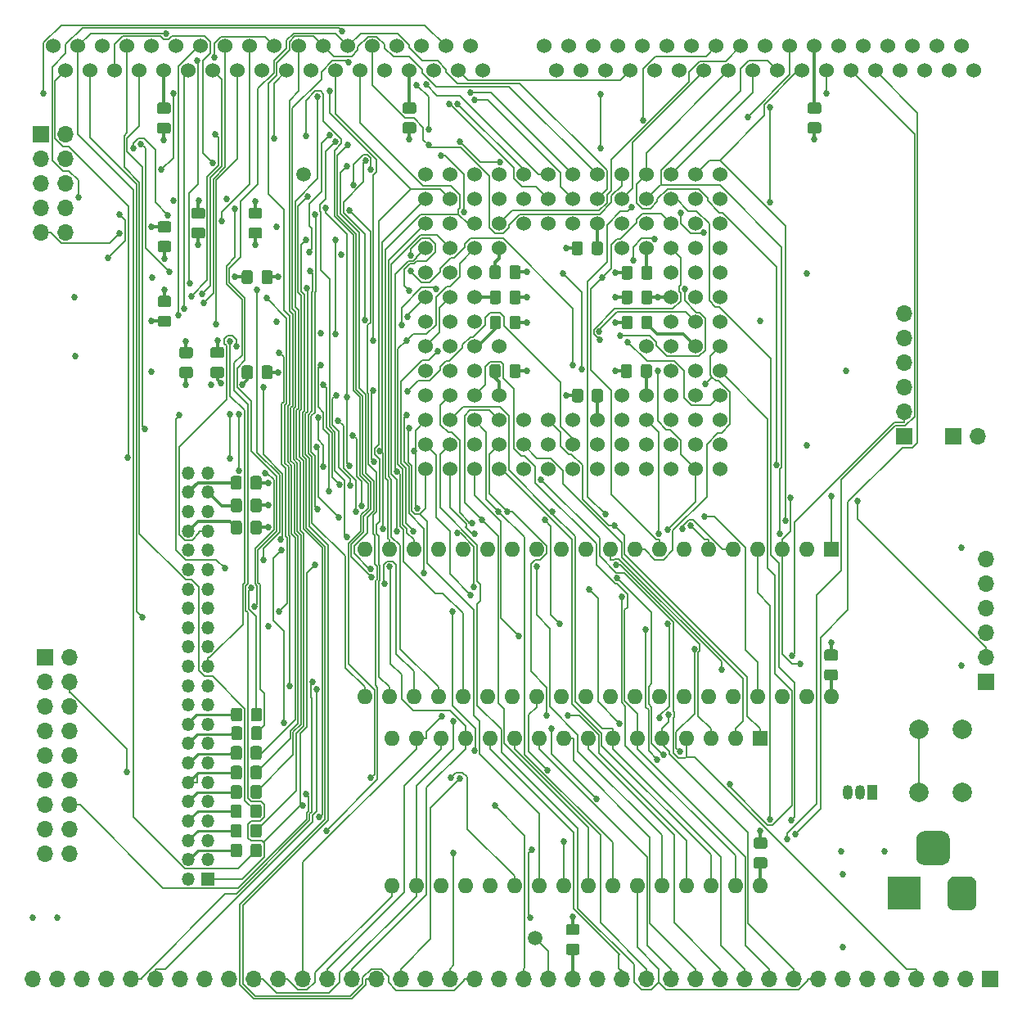
<source format=gbr>
G04 #@! TF.GenerationSoftware,KiCad,Pcbnew,(5.1.5)-3*
G04 #@! TF.CreationDate,2020-06-21T17:55:31-07:00*
G04 #@! TF.ProjectId,CB030 redesign,43423033-3020-4726-9564-657369676e2e,rev?*
G04 #@! TF.SameCoordinates,Original*
G04 #@! TF.FileFunction,Copper,L4,Bot*
G04 #@! TF.FilePolarity,Positive*
%FSLAX46Y46*%
G04 Gerber Fmt 4.6, Leading zero omitted, Abs format (unit mm)*
G04 Created by KiCad (PCBNEW (5.1.5)-3) date 2020-06-21 17:55:31*
%MOMM*%
%LPD*%
G04 APERTURE LIST*
%ADD10O,1.700000X1.700000*%
%ADD11R,1.700000X1.700000*%
%ADD12C,1.524000*%
%ADD13C,0.100000*%
%ADD14R,1.350000X1.350000*%
%ADD15O,1.350000X1.350000*%
%ADD16R,3.500000X3.500000*%
%ADD17C,2.000000*%
%ADD18C,1.500000*%
%ADD19R,1.600000X1.600000*%
%ADD20O,1.600000X1.600000*%
%ADD21O,1.050000X1.500000*%
%ADD22R,1.050000X1.500000*%
%ADD23C,0.685800*%
%ADD24C,0.304800*%
%ADD25C,0.152400*%
%ADD26C,0.254000*%
G04 APERTURE END LIST*
D10*
X20320000Y-101600000D03*
X17780000Y-101600000D03*
X20320000Y-99060000D03*
X17780000Y-99060000D03*
X20320000Y-96520000D03*
X17780000Y-96520000D03*
X20320000Y-93980000D03*
X17780000Y-93980000D03*
X20320000Y-91440000D03*
X17780000Y-91440000D03*
X20320000Y-88900000D03*
X17780000Y-88900000D03*
X20320000Y-86360000D03*
X17780000Y-86360000D03*
X20320000Y-83820000D03*
X17780000Y-83820000D03*
X20320000Y-81280000D03*
D11*
X17780000Y-81280000D03*
D10*
X114300000Y-58420000D03*
D11*
X111760000Y-58420000D03*
D12*
X57150000Y-31305500D03*
X57150000Y-33845500D03*
X57150000Y-36385500D03*
X57150000Y-38925500D03*
X57150000Y-41465500D03*
X57150000Y-44005500D03*
X57150000Y-46545500D03*
X57150000Y-49085500D03*
X57150000Y-51625500D03*
X57150000Y-54165500D03*
X57150000Y-56705500D03*
X57150000Y-59245500D03*
X57150000Y-61785500D03*
X59690000Y-31305500D03*
X59690000Y-33845500D03*
X59690000Y-36385500D03*
X59690000Y-38925500D03*
X59690000Y-41465500D03*
X59690000Y-44005500D03*
X59690000Y-46545500D03*
X59690000Y-49085500D03*
X59690000Y-51625500D03*
X59690000Y-54165500D03*
X59690000Y-56705500D03*
X59690000Y-59245500D03*
X59690000Y-61785500D03*
X62230000Y-31305500D03*
X62230000Y-33845500D03*
X62230000Y-36385500D03*
X62230000Y-38925500D03*
X62230000Y-41465500D03*
X62230000Y-44005500D03*
X62230000Y-46545500D03*
X62230000Y-49085500D03*
X62230000Y-51625500D03*
X62230000Y-54165500D03*
X62230000Y-56705500D03*
X62230000Y-59245500D03*
X62230000Y-61785500D03*
X64770000Y-31305500D03*
X64770000Y-33845500D03*
X64770000Y-36385500D03*
X64770000Y-38925500D03*
X64770000Y-49085500D03*
X64770000Y-54165500D03*
X64770000Y-56705500D03*
X64770000Y-59245500D03*
X64770000Y-61785500D03*
X67310000Y-31305500D03*
X67310000Y-33845500D03*
X67310000Y-36385500D03*
X67310000Y-56705500D03*
X67310000Y-59245500D03*
X67310000Y-61785500D03*
X69850000Y-31305500D03*
X69850000Y-33845500D03*
X69850000Y-36385500D03*
X69850000Y-56705500D03*
X69850000Y-59245500D03*
X69850000Y-61785500D03*
X72390000Y-31305500D03*
X72390000Y-33845500D03*
X72390000Y-36385500D03*
X72390000Y-56705500D03*
X72390000Y-59245500D03*
X72390000Y-61785500D03*
X74930000Y-31305500D03*
X74930000Y-33845500D03*
X74930000Y-36385500D03*
X74930000Y-56705500D03*
X74930000Y-59245500D03*
X74930000Y-61785500D03*
X77470000Y-31305500D03*
X77470000Y-33845500D03*
X77470000Y-36385500D03*
X77470000Y-38925500D03*
X77470000Y-54165500D03*
X77470000Y-56705500D03*
X77470000Y-59245500D03*
X77470000Y-61785500D03*
X80010000Y-31305500D03*
X80010000Y-33845500D03*
X80010000Y-36385500D03*
X80010000Y-38925500D03*
X80010000Y-49085500D03*
X80010000Y-54165500D03*
X80010000Y-56705500D03*
X80010000Y-59245500D03*
X80010000Y-61785500D03*
X82550000Y-31305500D03*
X82550000Y-33845500D03*
X82550000Y-36385500D03*
X82550000Y-38925500D03*
X82550000Y-41465500D03*
X82550000Y-44005500D03*
X82550000Y-46545500D03*
X82550000Y-49085500D03*
X82550000Y-51625500D03*
X82550000Y-54165500D03*
X82550000Y-56705500D03*
X82550000Y-59245500D03*
X82550000Y-61785500D03*
X85090000Y-31305500D03*
X85090000Y-33845500D03*
X85090000Y-36385500D03*
X85090000Y-38925500D03*
X85090000Y-41465500D03*
X85090000Y-44005500D03*
X85090000Y-46545500D03*
X85090000Y-49085500D03*
X85090000Y-51625500D03*
X85090000Y-54165500D03*
X85090000Y-56705500D03*
X85090000Y-59245500D03*
X85090000Y-61785500D03*
X87630000Y-31305500D03*
X87630000Y-33845500D03*
X87630000Y-36385500D03*
X87630000Y-38925500D03*
X87630000Y-41465500D03*
X87630000Y-44005500D03*
X87630000Y-46545500D03*
X87630000Y-49085500D03*
X87630000Y-51625500D03*
X87630000Y-54165500D03*
X87630000Y-56705500D03*
X87630000Y-59245500D03*
X87630000Y-61785500D03*
G04 #@! TA.AperFunction,SMDPad,CuDef*
D13*
G36*
X32859505Y-51196704D02*
G01*
X32883773Y-51200304D01*
X32907572Y-51206265D01*
X32930671Y-51214530D01*
X32952850Y-51225020D01*
X32973893Y-51237632D01*
X32993599Y-51252247D01*
X33011777Y-51268723D01*
X33028253Y-51286901D01*
X33042868Y-51306607D01*
X33055480Y-51327650D01*
X33065970Y-51349829D01*
X33074235Y-51372928D01*
X33080196Y-51396727D01*
X33083796Y-51420995D01*
X33085000Y-51445499D01*
X33085000Y-52095501D01*
X33083796Y-52120005D01*
X33080196Y-52144273D01*
X33074235Y-52168072D01*
X33065970Y-52191171D01*
X33055480Y-52213350D01*
X33042868Y-52234393D01*
X33028253Y-52254099D01*
X33011777Y-52272277D01*
X32993599Y-52288753D01*
X32973893Y-52303368D01*
X32952850Y-52315980D01*
X32930671Y-52326470D01*
X32907572Y-52334735D01*
X32883773Y-52340696D01*
X32859505Y-52344296D01*
X32835001Y-52345500D01*
X31934999Y-52345500D01*
X31910495Y-52344296D01*
X31886227Y-52340696D01*
X31862428Y-52334735D01*
X31839329Y-52326470D01*
X31817150Y-52315980D01*
X31796107Y-52303368D01*
X31776401Y-52288753D01*
X31758223Y-52272277D01*
X31741747Y-52254099D01*
X31727132Y-52234393D01*
X31714520Y-52213350D01*
X31704030Y-52191171D01*
X31695765Y-52168072D01*
X31689804Y-52144273D01*
X31686204Y-52120005D01*
X31685000Y-52095501D01*
X31685000Y-51445499D01*
X31686204Y-51420995D01*
X31689804Y-51396727D01*
X31695765Y-51372928D01*
X31704030Y-51349829D01*
X31714520Y-51327650D01*
X31727132Y-51306607D01*
X31741747Y-51286901D01*
X31758223Y-51268723D01*
X31776401Y-51252247D01*
X31796107Y-51237632D01*
X31817150Y-51225020D01*
X31839329Y-51214530D01*
X31862428Y-51206265D01*
X31886227Y-51200304D01*
X31910495Y-51196704D01*
X31934999Y-51195500D01*
X32835001Y-51195500D01*
X32859505Y-51196704D01*
G37*
G04 #@! TD.AperFunction*
G04 #@! TA.AperFunction,SMDPad,CuDef*
G36*
X32859505Y-49146704D02*
G01*
X32883773Y-49150304D01*
X32907572Y-49156265D01*
X32930671Y-49164530D01*
X32952850Y-49175020D01*
X32973893Y-49187632D01*
X32993599Y-49202247D01*
X33011777Y-49218723D01*
X33028253Y-49236901D01*
X33042868Y-49256607D01*
X33055480Y-49277650D01*
X33065970Y-49299829D01*
X33074235Y-49322928D01*
X33080196Y-49346727D01*
X33083796Y-49370995D01*
X33085000Y-49395499D01*
X33085000Y-50045501D01*
X33083796Y-50070005D01*
X33080196Y-50094273D01*
X33074235Y-50118072D01*
X33065970Y-50141171D01*
X33055480Y-50163350D01*
X33042868Y-50184393D01*
X33028253Y-50204099D01*
X33011777Y-50222277D01*
X32993599Y-50238753D01*
X32973893Y-50253368D01*
X32952850Y-50265980D01*
X32930671Y-50276470D01*
X32907572Y-50284735D01*
X32883773Y-50290696D01*
X32859505Y-50294296D01*
X32835001Y-50295500D01*
X31934999Y-50295500D01*
X31910495Y-50294296D01*
X31886227Y-50290696D01*
X31862428Y-50284735D01*
X31839329Y-50276470D01*
X31817150Y-50265980D01*
X31796107Y-50253368D01*
X31776401Y-50238753D01*
X31758223Y-50222277D01*
X31741747Y-50204099D01*
X31727132Y-50184393D01*
X31714520Y-50163350D01*
X31704030Y-50141171D01*
X31695765Y-50118072D01*
X31689804Y-50094273D01*
X31686204Y-50070005D01*
X31685000Y-50045501D01*
X31685000Y-49395499D01*
X31686204Y-49370995D01*
X31689804Y-49346727D01*
X31695765Y-49322928D01*
X31704030Y-49299829D01*
X31714520Y-49277650D01*
X31727132Y-49256607D01*
X31741747Y-49236901D01*
X31758223Y-49218723D01*
X31776401Y-49202247D01*
X31796107Y-49187632D01*
X31817150Y-49175020D01*
X31839329Y-49164530D01*
X31862428Y-49156265D01*
X31886227Y-49150304D01*
X31910495Y-49146704D01*
X31934999Y-49145500D01*
X32835001Y-49145500D01*
X32859505Y-49146704D01*
G37*
G04 #@! TD.AperFunction*
G04 #@! TA.AperFunction,SMDPad,CuDef*
G36*
X41125505Y-41211204D02*
G01*
X41149773Y-41214804D01*
X41173572Y-41220765D01*
X41196671Y-41229030D01*
X41218850Y-41239520D01*
X41239893Y-41252132D01*
X41259599Y-41266747D01*
X41277777Y-41283223D01*
X41294253Y-41301401D01*
X41308868Y-41321107D01*
X41321480Y-41342150D01*
X41331970Y-41364329D01*
X41340235Y-41387428D01*
X41346196Y-41411227D01*
X41349796Y-41435495D01*
X41351000Y-41459999D01*
X41351000Y-42360001D01*
X41349796Y-42384505D01*
X41346196Y-42408773D01*
X41340235Y-42432572D01*
X41331970Y-42455671D01*
X41321480Y-42477850D01*
X41308868Y-42498893D01*
X41294253Y-42518599D01*
X41277777Y-42536777D01*
X41259599Y-42553253D01*
X41239893Y-42567868D01*
X41218850Y-42580480D01*
X41196671Y-42590970D01*
X41173572Y-42599235D01*
X41149773Y-42605196D01*
X41125505Y-42608796D01*
X41101001Y-42610000D01*
X40450999Y-42610000D01*
X40426495Y-42608796D01*
X40402227Y-42605196D01*
X40378428Y-42599235D01*
X40355329Y-42590970D01*
X40333150Y-42580480D01*
X40312107Y-42567868D01*
X40292401Y-42553253D01*
X40274223Y-42536777D01*
X40257747Y-42518599D01*
X40243132Y-42498893D01*
X40230520Y-42477850D01*
X40220030Y-42455671D01*
X40211765Y-42432572D01*
X40205804Y-42408773D01*
X40202204Y-42384505D01*
X40201000Y-42360001D01*
X40201000Y-41459999D01*
X40202204Y-41435495D01*
X40205804Y-41411227D01*
X40211765Y-41387428D01*
X40220030Y-41364329D01*
X40230520Y-41342150D01*
X40243132Y-41321107D01*
X40257747Y-41301401D01*
X40274223Y-41283223D01*
X40292401Y-41266747D01*
X40312107Y-41252132D01*
X40333150Y-41239520D01*
X40355329Y-41229030D01*
X40378428Y-41220765D01*
X40402227Y-41214804D01*
X40426495Y-41211204D01*
X40450999Y-41210000D01*
X41101001Y-41210000D01*
X41125505Y-41211204D01*
G37*
G04 #@! TD.AperFunction*
G04 #@! TA.AperFunction,SMDPad,CuDef*
G36*
X39075505Y-41211204D02*
G01*
X39099773Y-41214804D01*
X39123572Y-41220765D01*
X39146671Y-41229030D01*
X39168850Y-41239520D01*
X39189893Y-41252132D01*
X39209599Y-41266747D01*
X39227777Y-41283223D01*
X39244253Y-41301401D01*
X39258868Y-41321107D01*
X39271480Y-41342150D01*
X39281970Y-41364329D01*
X39290235Y-41387428D01*
X39296196Y-41411227D01*
X39299796Y-41435495D01*
X39301000Y-41459999D01*
X39301000Y-42360001D01*
X39299796Y-42384505D01*
X39296196Y-42408773D01*
X39290235Y-42432572D01*
X39281970Y-42455671D01*
X39271480Y-42477850D01*
X39258868Y-42498893D01*
X39244253Y-42518599D01*
X39227777Y-42536777D01*
X39209599Y-42553253D01*
X39189893Y-42567868D01*
X39168850Y-42580480D01*
X39146671Y-42590970D01*
X39123572Y-42599235D01*
X39099773Y-42605196D01*
X39075505Y-42608796D01*
X39051001Y-42610000D01*
X38400999Y-42610000D01*
X38376495Y-42608796D01*
X38352227Y-42605196D01*
X38328428Y-42599235D01*
X38305329Y-42590970D01*
X38283150Y-42580480D01*
X38262107Y-42567868D01*
X38242401Y-42553253D01*
X38224223Y-42536777D01*
X38207747Y-42518599D01*
X38193132Y-42498893D01*
X38180520Y-42477850D01*
X38170030Y-42455671D01*
X38161765Y-42432572D01*
X38155804Y-42408773D01*
X38152204Y-42384505D01*
X38151000Y-42360001D01*
X38151000Y-41459999D01*
X38152204Y-41435495D01*
X38155804Y-41411227D01*
X38161765Y-41387428D01*
X38170030Y-41364329D01*
X38180520Y-41342150D01*
X38193132Y-41321107D01*
X38207747Y-41301401D01*
X38224223Y-41283223D01*
X38242401Y-41266747D01*
X38262107Y-41252132D01*
X38283150Y-41239520D01*
X38305329Y-41229030D01*
X38328428Y-41220765D01*
X38352227Y-41214804D01*
X38376495Y-41211204D01*
X38400999Y-41210000D01*
X39051001Y-41210000D01*
X39075505Y-41211204D01*
G37*
G04 #@! TD.AperFunction*
G04 #@! TA.AperFunction,SMDPad,CuDef*
G36*
X36098005Y-51187704D02*
G01*
X36122273Y-51191304D01*
X36146072Y-51197265D01*
X36169171Y-51205530D01*
X36191350Y-51216020D01*
X36212393Y-51228632D01*
X36232099Y-51243247D01*
X36250277Y-51259723D01*
X36266753Y-51277901D01*
X36281368Y-51297607D01*
X36293980Y-51318650D01*
X36304470Y-51340829D01*
X36312735Y-51363928D01*
X36318696Y-51387727D01*
X36322296Y-51411995D01*
X36323500Y-51436499D01*
X36323500Y-52086501D01*
X36322296Y-52111005D01*
X36318696Y-52135273D01*
X36312735Y-52159072D01*
X36304470Y-52182171D01*
X36293980Y-52204350D01*
X36281368Y-52225393D01*
X36266753Y-52245099D01*
X36250277Y-52263277D01*
X36232099Y-52279753D01*
X36212393Y-52294368D01*
X36191350Y-52306980D01*
X36169171Y-52317470D01*
X36146072Y-52325735D01*
X36122273Y-52331696D01*
X36098005Y-52335296D01*
X36073501Y-52336500D01*
X35173499Y-52336500D01*
X35148995Y-52335296D01*
X35124727Y-52331696D01*
X35100928Y-52325735D01*
X35077829Y-52317470D01*
X35055650Y-52306980D01*
X35034607Y-52294368D01*
X35014901Y-52279753D01*
X34996723Y-52263277D01*
X34980247Y-52245099D01*
X34965632Y-52225393D01*
X34953020Y-52204350D01*
X34942530Y-52182171D01*
X34934265Y-52159072D01*
X34928304Y-52135273D01*
X34924704Y-52111005D01*
X34923500Y-52086501D01*
X34923500Y-51436499D01*
X34924704Y-51411995D01*
X34928304Y-51387727D01*
X34934265Y-51363928D01*
X34942530Y-51340829D01*
X34953020Y-51318650D01*
X34965632Y-51297607D01*
X34980247Y-51277901D01*
X34996723Y-51259723D01*
X35014901Y-51243247D01*
X35034607Y-51228632D01*
X35055650Y-51216020D01*
X35077829Y-51205530D01*
X35100928Y-51197265D01*
X35124727Y-51191304D01*
X35148995Y-51187704D01*
X35173499Y-51186500D01*
X36073501Y-51186500D01*
X36098005Y-51187704D01*
G37*
G04 #@! TD.AperFunction*
G04 #@! TA.AperFunction,SMDPad,CuDef*
G36*
X36098005Y-49137704D02*
G01*
X36122273Y-49141304D01*
X36146072Y-49147265D01*
X36169171Y-49155530D01*
X36191350Y-49166020D01*
X36212393Y-49178632D01*
X36232099Y-49193247D01*
X36250277Y-49209723D01*
X36266753Y-49227901D01*
X36281368Y-49247607D01*
X36293980Y-49268650D01*
X36304470Y-49290829D01*
X36312735Y-49313928D01*
X36318696Y-49337727D01*
X36322296Y-49361995D01*
X36323500Y-49386499D01*
X36323500Y-50036501D01*
X36322296Y-50061005D01*
X36318696Y-50085273D01*
X36312735Y-50109072D01*
X36304470Y-50132171D01*
X36293980Y-50154350D01*
X36281368Y-50175393D01*
X36266753Y-50195099D01*
X36250277Y-50213277D01*
X36232099Y-50229753D01*
X36212393Y-50244368D01*
X36191350Y-50256980D01*
X36169171Y-50267470D01*
X36146072Y-50275735D01*
X36122273Y-50281696D01*
X36098005Y-50285296D01*
X36073501Y-50286500D01*
X35173499Y-50286500D01*
X35148995Y-50285296D01*
X35124727Y-50281696D01*
X35100928Y-50275735D01*
X35077829Y-50267470D01*
X35055650Y-50256980D01*
X35034607Y-50244368D01*
X35014901Y-50229753D01*
X34996723Y-50213277D01*
X34980247Y-50195099D01*
X34965632Y-50175393D01*
X34953020Y-50154350D01*
X34942530Y-50132171D01*
X34934265Y-50109072D01*
X34928304Y-50085273D01*
X34924704Y-50061005D01*
X34923500Y-50036501D01*
X34923500Y-49386499D01*
X34924704Y-49361995D01*
X34928304Y-49337727D01*
X34934265Y-49313928D01*
X34942530Y-49290829D01*
X34953020Y-49268650D01*
X34965632Y-49247607D01*
X34980247Y-49227901D01*
X34996723Y-49209723D01*
X35014901Y-49193247D01*
X35034607Y-49178632D01*
X35055650Y-49166020D01*
X35077829Y-49155530D01*
X35100928Y-49147265D01*
X35124727Y-49141304D01*
X35148995Y-49137704D01*
X35173499Y-49136500D01*
X36073501Y-49136500D01*
X36098005Y-49137704D01*
G37*
G04 #@! TD.AperFunction*
G04 #@! TA.AperFunction,SMDPad,CuDef*
G36*
X41116505Y-51053704D02*
G01*
X41140773Y-51057304D01*
X41164572Y-51063265D01*
X41187671Y-51071530D01*
X41209850Y-51082020D01*
X41230893Y-51094632D01*
X41250599Y-51109247D01*
X41268777Y-51125723D01*
X41285253Y-51143901D01*
X41299868Y-51163607D01*
X41312480Y-51184650D01*
X41322970Y-51206829D01*
X41331235Y-51229928D01*
X41337196Y-51253727D01*
X41340796Y-51277995D01*
X41342000Y-51302499D01*
X41342000Y-52202501D01*
X41340796Y-52227005D01*
X41337196Y-52251273D01*
X41331235Y-52275072D01*
X41322970Y-52298171D01*
X41312480Y-52320350D01*
X41299868Y-52341393D01*
X41285253Y-52361099D01*
X41268777Y-52379277D01*
X41250599Y-52395753D01*
X41230893Y-52410368D01*
X41209850Y-52422980D01*
X41187671Y-52433470D01*
X41164572Y-52441735D01*
X41140773Y-52447696D01*
X41116505Y-52451296D01*
X41092001Y-52452500D01*
X40441999Y-52452500D01*
X40417495Y-52451296D01*
X40393227Y-52447696D01*
X40369428Y-52441735D01*
X40346329Y-52433470D01*
X40324150Y-52422980D01*
X40303107Y-52410368D01*
X40283401Y-52395753D01*
X40265223Y-52379277D01*
X40248747Y-52361099D01*
X40234132Y-52341393D01*
X40221520Y-52320350D01*
X40211030Y-52298171D01*
X40202765Y-52275072D01*
X40196804Y-52251273D01*
X40193204Y-52227005D01*
X40192000Y-52202501D01*
X40192000Y-51302499D01*
X40193204Y-51277995D01*
X40196804Y-51253727D01*
X40202765Y-51229928D01*
X40211030Y-51206829D01*
X40221520Y-51184650D01*
X40234132Y-51163607D01*
X40248747Y-51143901D01*
X40265223Y-51125723D01*
X40283401Y-51109247D01*
X40303107Y-51094632D01*
X40324150Y-51082020D01*
X40346329Y-51071530D01*
X40369428Y-51063265D01*
X40393227Y-51057304D01*
X40417495Y-51053704D01*
X40441999Y-51052500D01*
X41092001Y-51052500D01*
X41116505Y-51053704D01*
G37*
G04 #@! TD.AperFunction*
G04 #@! TA.AperFunction,SMDPad,CuDef*
G36*
X39066505Y-51053704D02*
G01*
X39090773Y-51057304D01*
X39114572Y-51063265D01*
X39137671Y-51071530D01*
X39159850Y-51082020D01*
X39180893Y-51094632D01*
X39200599Y-51109247D01*
X39218777Y-51125723D01*
X39235253Y-51143901D01*
X39249868Y-51163607D01*
X39262480Y-51184650D01*
X39272970Y-51206829D01*
X39281235Y-51229928D01*
X39287196Y-51253727D01*
X39290796Y-51277995D01*
X39292000Y-51302499D01*
X39292000Y-52202501D01*
X39290796Y-52227005D01*
X39287196Y-52251273D01*
X39281235Y-52275072D01*
X39272970Y-52298171D01*
X39262480Y-52320350D01*
X39249868Y-52341393D01*
X39235253Y-52361099D01*
X39218777Y-52379277D01*
X39200599Y-52395753D01*
X39180893Y-52410368D01*
X39159850Y-52422980D01*
X39137671Y-52433470D01*
X39114572Y-52441735D01*
X39090773Y-52447696D01*
X39066505Y-52451296D01*
X39042001Y-52452500D01*
X38391999Y-52452500D01*
X38367495Y-52451296D01*
X38343227Y-52447696D01*
X38319428Y-52441735D01*
X38296329Y-52433470D01*
X38274150Y-52422980D01*
X38253107Y-52410368D01*
X38233401Y-52395753D01*
X38215223Y-52379277D01*
X38198747Y-52361099D01*
X38184132Y-52341393D01*
X38171520Y-52320350D01*
X38161030Y-52298171D01*
X38152765Y-52275072D01*
X38146804Y-52251273D01*
X38143204Y-52227005D01*
X38142000Y-52202501D01*
X38142000Y-51302499D01*
X38143204Y-51277995D01*
X38146804Y-51253727D01*
X38152765Y-51229928D01*
X38161030Y-51206829D01*
X38171520Y-51184650D01*
X38184132Y-51163607D01*
X38198747Y-51143901D01*
X38215223Y-51125723D01*
X38233401Y-51109247D01*
X38253107Y-51094632D01*
X38274150Y-51082020D01*
X38296329Y-51071530D01*
X38319428Y-51063265D01*
X38343227Y-51057304D01*
X38367495Y-51053704D01*
X38391999Y-51052500D01*
X39042001Y-51052500D01*
X39066505Y-51053704D01*
G37*
G04 #@! TD.AperFunction*
G04 #@! TA.AperFunction,SMDPad,CuDef*
G36*
X73229505Y-38226704D02*
G01*
X73253773Y-38230304D01*
X73277572Y-38236265D01*
X73300671Y-38244530D01*
X73322850Y-38255020D01*
X73343893Y-38267632D01*
X73363599Y-38282247D01*
X73381777Y-38298723D01*
X73398253Y-38316901D01*
X73412868Y-38336607D01*
X73425480Y-38357650D01*
X73435970Y-38379829D01*
X73444235Y-38402928D01*
X73450196Y-38426727D01*
X73453796Y-38450995D01*
X73455000Y-38475499D01*
X73455000Y-39375501D01*
X73453796Y-39400005D01*
X73450196Y-39424273D01*
X73444235Y-39448072D01*
X73435970Y-39471171D01*
X73425480Y-39493350D01*
X73412868Y-39514393D01*
X73398253Y-39534099D01*
X73381777Y-39552277D01*
X73363599Y-39568753D01*
X73343893Y-39583368D01*
X73322850Y-39595980D01*
X73300671Y-39606470D01*
X73277572Y-39614735D01*
X73253773Y-39620696D01*
X73229505Y-39624296D01*
X73205001Y-39625500D01*
X72554999Y-39625500D01*
X72530495Y-39624296D01*
X72506227Y-39620696D01*
X72482428Y-39614735D01*
X72459329Y-39606470D01*
X72437150Y-39595980D01*
X72416107Y-39583368D01*
X72396401Y-39568753D01*
X72378223Y-39552277D01*
X72361747Y-39534099D01*
X72347132Y-39514393D01*
X72334520Y-39493350D01*
X72324030Y-39471171D01*
X72315765Y-39448072D01*
X72309804Y-39424273D01*
X72306204Y-39400005D01*
X72305000Y-39375501D01*
X72305000Y-38475499D01*
X72306204Y-38450995D01*
X72309804Y-38426727D01*
X72315765Y-38402928D01*
X72324030Y-38379829D01*
X72334520Y-38357650D01*
X72347132Y-38336607D01*
X72361747Y-38316901D01*
X72378223Y-38298723D01*
X72396401Y-38282247D01*
X72416107Y-38267632D01*
X72437150Y-38255020D01*
X72459329Y-38244530D01*
X72482428Y-38236265D01*
X72506227Y-38230304D01*
X72530495Y-38226704D01*
X72554999Y-38225500D01*
X73205001Y-38225500D01*
X73229505Y-38226704D01*
G37*
G04 #@! TD.AperFunction*
G04 #@! TA.AperFunction,SMDPad,CuDef*
G36*
X75279505Y-38226704D02*
G01*
X75303773Y-38230304D01*
X75327572Y-38236265D01*
X75350671Y-38244530D01*
X75372850Y-38255020D01*
X75393893Y-38267632D01*
X75413599Y-38282247D01*
X75431777Y-38298723D01*
X75448253Y-38316901D01*
X75462868Y-38336607D01*
X75475480Y-38357650D01*
X75485970Y-38379829D01*
X75494235Y-38402928D01*
X75500196Y-38426727D01*
X75503796Y-38450995D01*
X75505000Y-38475499D01*
X75505000Y-39375501D01*
X75503796Y-39400005D01*
X75500196Y-39424273D01*
X75494235Y-39448072D01*
X75485970Y-39471171D01*
X75475480Y-39493350D01*
X75462868Y-39514393D01*
X75448253Y-39534099D01*
X75431777Y-39552277D01*
X75413599Y-39568753D01*
X75393893Y-39583368D01*
X75372850Y-39595980D01*
X75350671Y-39606470D01*
X75327572Y-39614735D01*
X75303773Y-39620696D01*
X75279505Y-39624296D01*
X75255001Y-39625500D01*
X74604999Y-39625500D01*
X74580495Y-39624296D01*
X74556227Y-39620696D01*
X74532428Y-39614735D01*
X74509329Y-39606470D01*
X74487150Y-39595980D01*
X74466107Y-39583368D01*
X74446401Y-39568753D01*
X74428223Y-39552277D01*
X74411747Y-39534099D01*
X74397132Y-39514393D01*
X74384520Y-39493350D01*
X74374030Y-39471171D01*
X74365765Y-39448072D01*
X74359804Y-39424273D01*
X74356204Y-39400005D01*
X74355000Y-39375501D01*
X74355000Y-38475499D01*
X74356204Y-38450995D01*
X74359804Y-38426727D01*
X74365765Y-38402928D01*
X74374030Y-38379829D01*
X74384520Y-38357650D01*
X74397132Y-38336607D01*
X74411747Y-38316901D01*
X74428223Y-38298723D01*
X74446401Y-38282247D01*
X74466107Y-38267632D01*
X74487150Y-38255020D01*
X74509329Y-38244530D01*
X74532428Y-38236265D01*
X74556227Y-38230304D01*
X74580495Y-38226704D01*
X74604999Y-38225500D01*
X75255001Y-38225500D01*
X75279505Y-38226704D01*
G37*
G04 #@! TD.AperFunction*
G04 #@! TA.AperFunction,SMDPad,CuDef*
G36*
X64729505Y-40703204D02*
G01*
X64753773Y-40706804D01*
X64777572Y-40712765D01*
X64800671Y-40721030D01*
X64822850Y-40731520D01*
X64843893Y-40744132D01*
X64863599Y-40758747D01*
X64881777Y-40775223D01*
X64898253Y-40793401D01*
X64912868Y-40813107D01*
X64925480Y-40834150D01*
X64935970Y-40856329D01*
X64944235Y-40879428D01*
X64950196Y-40903227D01*
X64953796Y-40927495D01*
X64955000Y-40951999D01*
X64955000Y-41852001D01*
X64953796Y-41876505D01*
X64950196Y-41900773D01*
X64944235Y-41924572D01*
X64935970Y-41947671D01*
X64925480Y-41969850D01*
X64912868Y-41990893D01*
X64898253Y-42010599D01*
X64881777Y-42028777D01*
X64863599Y-42045253D01*
X64843893Y-42059868D01*
X64822850Y-42072480D01*
X64800671Y-42082970D01*
X64777572Y-42091235D01*
X64753773Y-42097196D01*
X64729505Y-42100796D01*
X64705001Y-42102000D01*
X64054999Y-42102000D01*
X64030495Y-42100796D01*
X64006227Y-42097196D01*
X63982428Y-42091235D01*
X63959329Y-42082970D01*
X63937150Y-42072480D01*
X63916107Y-42059868D01*
X63896401Y-42045253D01*
X63878223Y-42028777D01*
X63861747Y-42010599D01*
X63847132Y-41990893D01*
X63834520Y-41969850D01*
X63824030Y-41947671D01*
X63815765Y-41924572D01*
X63809804Y-41900773D01*
X63806204Y-41876505D01*
X63805000Y-41852001D01*
X63805000Y-40951999D01*
X63806204Y-40927495D01*
X63809804Y-40903227D01*
X63815765Y-40879428D01*
X63824030Y-40856329D01*
X63834520Y-40834150D01*
X63847132Y-40813107D01*
X63861747Y-40793401D01*
X63878223Y-40775223D01*
X63896401Y-40758747D01*
X63916107Y-40744132D01*
X63937150Y-40731520D01*
X63959329Y-40721030D01*
X63982428Y-40712765D01*
X64006227Y-40706804D01*
X64030495Y-40703204D01*
X64054999Y-40702000D01*
X64705001Y-40702000D01*
X64729505Y-40703204D01*
G37*
G04 #@! TD.AperFunction*
G04 #@! TA.AperFunction,SMDPad,CuDef*
G36*
X66779505Y-40703204D02*
G01*
X66803773Y-40706804D01*
X66827572Y-40712765D01*
X66850671Y-40721030D01*
X66872850Y-40731520D01*
X66893893Y-40744132D01*
X66913599Y-40758747D01*
X66931777Y-40775223D01*
X66948253Y-40793401D01*
X66962868Y-40813107D01*
X66975480Y-40834150D01*
X66985970Y-40856329D01*
X66994235Y-40879428D01*
X67000196Y-40903227D01*
X67003796Y-40927495D01*
X67005000Y-40951999D01*
X67005000Y-41852001D01*
X67003796Y-41876505D01*
X67000196Y-41900773D01*
X66994235Y-41924572D01*
X66985970Y-41947671D01*
X66975480Y-41969850D01*
X66962868Y-41990893D01*
X66948253Y-42010599D01*
X66931777Y-42028777D01*
X66913599Y-42045253D01*
X66893893Y-42059868D01*
X66872850Y-42072480D01*
X66850671Y-42082970D01*
X66827572Y-42091235D01*
X66803773Y-42097196D01*
X66779505Y-42100796D01*
X66755001Y-42102000D01*
X66104999Y-42102000D01*
X66080495Y-42100796D01*
X66056227Y-42097196D01*
X66032428Y-42091235D01*
X66009329Y-42082970D01*
X65987150Y-42072480D01*
X65966107Y-42059868D01*
X65946401Y-42045253D01*
X65928223Y-42028777D01*
X65911747Y-42010599D01*
X65897132Y-41990893D01*
X65884520Y-41969850D01*
X65874030Y-41947671D01*
X65865765Y-41924572D01*
X65859804Y-41900773D01*
X65856204Y-41876505D01*
X65855000Y-41852001D01*
X65855000Y-40951999D01*
X65856204Y-40927495D01*
X65859804Y-40903227D01*
X65865765Y-40879428D01*
X65874030Y-40856329D01*
X65884520Y-40834150D01*
X65897132Y-40813107D01*
X65911747Y-40793401D01*
X65928223Y-40775223D01*
X65946401Y-40758747D01*
X65966107Y-40744132D01*
X65987150Y-40731520D01*
X66009329Y-40721030D01*
X66032428Y-40712765D01*
X66056227Y-40706804D01*
X66080495Y-40703204D01*
X66104999Y-40702000D01*
X66755001Y-40702000D01*
X66779505Y-40703204D01*
G37*
G04 #@! TD.AperFunction*
G04 #@! TA.AperFunction,SMDPad,CuDef*
G36*
X78373005Y-43306704D02*
G01*
X78397273Y-43310304D01*
X78421072Y-43316265D01*
X78444171Y-43324530D01*
X78466350Y-43335020D01*
X78487393Y-43347632D01*
X78507099Y-43362247D01*
X78525277Y-43378723D01*
X78541753Y-43396901D01*
X78556368Y-43416607D01*
X78568980Y-43437650D01*
X78579470Y-43459829D01*
X78587735Y-43482928D01*
X78593696Y-43506727D01*
X78597296Y-43530995D01*
X78598500Y-43555499D01*
X78598500Y-44455501D01*
X78597296Y-44480005D01*
X78593696Y-44504273D01*
X78587735Y-44528072D01*
X78579470Y-44551171D01*
X78568980Y-44573350D01*
X78556368Y-44594393D01*
X78541753Y-44614099D01*
X78525277Y-44632277D01*
X78507099Y-44648753D01*
X78487393Y-44663368D01*
X78466350Y-44675980D01*
X78444171Y-44686470D01*
X78421072Y-44694735D01*
X78397273Y-44700696D01*
X78373005Y-44704296D01*
X78348501Y-44705500D01*
X77698499Y-44705500D01*
X77673995Y-44704296D01*
X77649727Y-44700696D01*
X77625928Y-44694735D01*
X77602829Y-44686470D01*
X77580650Y-44675980D01*
X77559607Y-44663368D01*
X77539901Y-44648753D01*
X77521723Y-44632277D01*
X77505247Y-44614099D01*
X77490632Y-44594393D01*
X77478020Y-44573350D01*
X77467530Y-44551171D01*
X77459265Y-44528072D01*
X77453304Y-44504273D01*
X77449704Y-44480005D01*
X77448500Y-44455501D01*
X77448500Y-43555499D01*
X77449704Y-43530995D01*
X77453304Y-43506727D01*
X77459265Y-43482928D01*
X77467530Y-43459829D01*
X77478020Y-43437650D01*
X77490632Y-43416607D01*
X77505247Y-43396901D01*
X77521723Y-43378723D01*
X77539901Y-43362247D01*
X77559607Y-43347632D01*
X77580650Y-43335020D01*
X77602829Y-43324530D01*
X77625928Y-43316265D01*
X77649727Y-43310304D01*
X77673995Y-43306704D01*
X77698499Y-43305500D01*
X78348501Y-43305500D01*
X78373005Y-43306704D01*
G37*
G04 #@! TD.AperFunction*
G04 #@! TA.AperFunction,SMDPad,CuDef*
G36*
X80423005Y-43306704D02*
G01*
X80447273Y-43310304D01*
X80471072Y-43316265D01*
X80494171Y-43324530D01*
X80516350Y-43335020D01*
X80537393Y-43347632D01*
X80557099Y-43362247D01*
X80575277Y-43378723D01*
X80591753Y-43396901D01*
X80606368Y-43416607D01*
X80618980Y-43437650D01*
X80629470Y-43459829D01*
X80637735Y-43482928D01*
X80643696Y-43506727D01*
X80647296Y-43530995D01*
X80648500Y-43555499D01*
X80648500Y-44455501D01*
X80647296Y-44480005D01*
X80643696Y-44504273D01*
X80637735Y-44528072D01*
X80629470Y-44551171D01*
X80618980Y-44573350D01*
X80606368Y-44594393D01*
X80591753Y-44614099D01*
X80575277Y-44632277D01*
X80557099Y-44648753D01*
X80537393Y-44663368D01*
X80516350Y-44675980D01*
X80494171Y-44686470D01*
X80471072Y-44694735D01*
X80447273Y-44700696D01*
X80423005Y-44704296D01*
X80398501Y-44705500D01*
X79748499Y-44705500D01*
X79723995Y-44704296D01*
X79699727Y-44700696D01*
X79675928Y-44694735D01*
X79652829Y-44686470D01*
X79630650Y-44675980D01*
X79609607Y-44663368D01*
X79589901Y-44648753D01*
X79571723Y-44632277D01*
X79555247Y-44614099D01*
X79540632Y-44594393D01*
X79528020Y-44573350D01*
X79517530Y-44551171D01*
X79509265Y-44528072D01*
X79503304Y-44504273D01*
X79499704Y-44480005D01*
X79498500Y-44455501D01*
X79498500Y-43555499D01*
X79499704Y-43530995D01*
X79503304Y-43506727D01*
X79509265Y-43482928D01*
X79517530Y-43459829D01*
X79528020Y-43437650D01*
X79540632Y-43416607D01*
X79555247Y-43396901D01*
X79571723Y-43378723D01*
X79589901Y-43362247D01*
X79609607Y-43347632D01*
X79630650Y-43335020D01*
X79652829Y-43324530D01*
X79675928Y-43316265D01*
X79699727Y-43310304D01*
X79723995Y-43306704D01*
X79748499Y-43305500D01*
X80398501Y-43305500D01*
X80423005Y-43306704D01*
G37*
G04 #@! TD.AperFunction*
G04 #@! TA.AperFunction,SMDPad,CuDef*
G36*
X75297505Y-53466704D02*
G01*
X75321773Y-53470304D01*
X75345572Y-53476265D01*
X75368671Y-53484530D01*
X75390850Y-53495020D01*
X75411893Y-53507632D01*
X75431599Y-53522247D01*
X75449777Y-53538723D01*
X75466253Y-53556901D01*
X75480868Y-53576607D01*
X75493480Y-53597650D01*
X75503970Y-53619829D01*
X75512235Y-53642928D01*
X75518196Y-53666727D01*
X75521796Y-53690995D01*
X75523000Y-53715499D01*
X75523000Y-54615501D01*
X75521796Y-54640005D01*
X75518196Y-54664273D01*
X75512235Y-54688072D01*
X75503970Y-54711171D01*
X75493480Y-54733350D01*
X75480868Y-54754393D01*
X75466253Y-54774099D01*
X75449777Y-54792277D01*
X75431599Y-54808753D01*
X75411893Y-54823368D01*
X75390850Y-54835980D01*
X75368671Y-54846470D01*
X75345572Y-54854735D01*
X75321773Y-54860696D01*
X75297505Y-54864296D01*
X75273001Y-54865500D01*
X74622999Y-54865500D01*
X74598495Y-54864296D01*
X74574227Y-54860696D01*
X74550428Y-54854735D01*
X74527329Y-54846470D01*
X74505150Y-54835980D01*
X74484107Y-54823368D01*
X74464401Y-54808753D01*
X74446223Y-54792277D01*
X74429747Y-54774099D01*
X74415132Y-54754393D01*
X74402520Y-54733350D01*
X74392030Y-54711171D01*
X74383765Y-54688072D01*
X74377804Y-54664273D01*
X74374204Y-54640005D01*
X74373000Y-54615501D01*
X74373000Y-53715499D01*
X74374204Y-53690995D01*
X74377804Y-53666727D01*
X74383765Y-53642928D01*
X74392030Y-53619829D01*
X74402520Y-53597650D01*
X74415132Y-53576607D01*
X74429747Y-53556901D01*
X74446223Y-53538723D01*
X74464401Y-53522247D01*
X74484107Y-53507632D01*
X74505150Y-53495020D01*
X74527329Y-53484530D01*
X74550428Y-53476265D01*
X74574227Y-53470304D01*
X74598495Y-53466704D01*
X74622999Y-53465500D01*
X75273001Y-53465500D01*
X75297505Y-53466704D01*
G37*
G04 #@! TD.AperFunction*
G04 #@! TA.AperFunction,SMDPad,CuDef*
G36*
X73247505Y-53466704D02*
G01*
X73271773Y-53470304D01*
X73295572Y-53476265D01*
X73318671Y-53484530D01*
X73340850Y-53495020D01*
X73361893Y-53507632D01*
X73381599Y-53522247D01*
X73399777Y-53538723D01*
X73416253Y-53556901D01*
X73430868Y-53576607D01*
X73443480Y-53597650D01*
X73453970Y-53619829D01*
X73462235Y-53642928D01*
X73468196Y-53666727D01*
X73471796Y-53690995D01*
X73473000Y-53715499D01*
X73473000Y-54615501D01*
X73471796Y-54640005D01*
X73468196Y-54664273D01*
X73462235Y-54688072D01*
X73453970Y-54711171D01*
X73443480Y-54733350D01*
X73430868Y-54754393D01*
X73416253Y-54774099D01*
X73399777Y-54792277D01*
X73381599Y-54808753D01*
X73361893Y-54823368D01*
X73340850Y-54835980D01*
X73318671Y-54846470D01*
X73295572Y-54854735D01*
X73271773Y-54860696D01*
X73247505Y-54864296D01*
X73223001Y-54865500D01*
X72572999Y-54865500D01*
X72548495Y-54864296D01*
X72524227Y-54860696D01*
X72500428Y-54854735D01*
X72477329Y-54846470D01*
X72455150Y-54835980D01*
X72434107Y-54823368D01*
X72414401Y-54808753D01*
X72396223Y-54792277D01*
X72379747Y-54774099D01*
X72365132Y-54754393D01*
X72352520Y-54733350D01*
X72342030Y-54711171D01*
X72333765Y-54688072D01*
X72327804Y-54664273D01*
X72324204Y-54640005D01*
X72323000Y-54615501D01*
X72323000Y-53715499D01*
X72324204Y-53690995D01*
X72327804Y-53666727D01*
X72333765Y-53642928D01*
X72342030Y-53619829D01*
X72352520Y-53597650D01*
X72365132Y-53576607D01*
X72379747Y-53556901D01*
X72396223Y-53538723D01*
X72414401Y-53522247D01*
X72434107Y-53507632D01*
X72455150Y-53495020D01*
X72477329Y-53484530D01*
X72500428Y-53476265D01*
X72524227Y-53470304D01*
X72548495Y-53466704D01*
X72572999Y-53465500D01*
X73223001Y-53465500D01*
X73247505Y-53466704D01*
G37*
G04 #@! TD.AperFunction*
G04 #@! TA.AperFunction,SMDPad,CuDef*
G36*
X66788505Y-43306704D02*
G01*
X66812773Y-43310304D01*
X66836572Y-43316265D01*
X66859671Y-43324530D01*
X66881850Y-43335020D01*
X66902893Y-43347632D01*
X66922599Y-43362247D01*
X66940777Y-43378723D01*
X66957253Y-43396901D01*
X66971868Y-43416607D01*
X66984480Y-43437650D01*
X66994970Y-43459829D01*
X67003235Y-43482928D01*
X67009196Y-43506727D01*
X67012796Y-43530995D01*
X67014000Y-43555499D01*
X67014000Y-44455501D01*
X67012796Y-44480005D01*
X67009196Y-44504273D01*
X67003235Y-44528072D01*
X66994970Y-44551171D01*
X66984480Y-44573350D01*
X66971868Y-44594393D01*
X66957253Y-44614099D01*
X66940777Y-44632277D01*
X66922599Y-44648753D01*
X66902893Y-44663368D01*
X66881850Y-44675980D01*
X66859671Y-44686470D01*
X66836572Y-44694735D01*
X66812773Y-44700696D01*
X66788505Y-44704296D01*
X66764001Y-44705500D01*
X66113999Y-44705500D01*
X66089495Y-44704296D01*
X66065227Y-44700696D01*
X66041428Y-44694735D01*
X66018329Y-44686470D01*
X65996150Y-44675980D01*
X65975107Y-44663368D01*
X65955401Y-44648753D01*
X65937223Y-44632277D01*
X65920747Y-44614099D01*
X65906132Y-44594393D01*
X65893520Y-44573350D01*
X65883030Y-44551171D01*
X65874765Y-44528072D01*
X65868804Y-44504273D01*
X65865204Y-44480005D01*
X65864000Y-44455501D01*
X65864000Y-43555499D01*
X65865204Y-43530995D01*
X65868804Y-43506727D01*
X65874765Y-43482928D01*
X65883030Y-43459829D01*
X65893520Y-43437650D01*
X65906132Y-43416607D01*
X65920747Y-43396901D01*
X65937223Y-43378723D01*
X65955401Y-43362247D01*
X65975107Y-43347632D01*
X65996150Y-43335020D01*
X66018329Y-43324530D01*
X66041428Y-43316265D01*
X66065227Y-43310304D01*
X66089495Y-43306704D01*
X66113999Y-43305500D01*
X66764001Y-43305500D01*
X66788505Y-43306704D01*
G37*
G04 #@! TD.AperFunction*
G04 #@! TA.AperFunction,SMDPad,CuDef*
G36*
X64738505Y-43306704D02*
G01*
X64762773Y-43310304D01*
X64786572Y-43316265D01*
X64809671Y-43324530D01*
X64831850Y-43335020D01*
X64852893Y-43347632D01*
X64872599Y-43362247D01*
X64890777Y-43378723D01*
X64907253Y-43396901D01*
X64921868Y-43416607D01*
X64934480Y-43437650D01*
X64944970Y-43459829D01*
X64953235Y-43482928D01*
X64959196Y-43506727D01*
X64962796Y-43530995D01*
X64964000Y-43555499D01*
X64964000Y-44455501D01*
X64962796Y-44480005D01*
X64959196Y-44504273D01*
X64953235Y-44528072D01*
X64944970Y-44551171D01*
X64934480Y-44573350D01*
X64921868Y-44594393D01*
X64907253Y-44614099D01*
X64890777Y-44632277D01*
X64872599Y-44648753D01*
X64852893Y-44663368D01*
X64831850Y-44675980D01*
X64809671Y-44686470D01*
X64786572Y-44694735D01*
X64762773Y-44700696D01*
X64738505Y-44704296D01*
X64714001Y-44705500D01*
X64063999Y-44705500D01*
X64039495Y-44704296D01*
X64015227Y-44700696D01*
X63991428Y-44694735D01*
X63968329Y-44686470D01*
X63946150Y-44675980D01*
X63925107Y-44663368D01*
X63905401Y-44648753D01*
X63887223Y-44632277D01*
X63870747Y-44614099D01*
X63856132Y-44594393D01*
X63843520Y-44573350D01*
X63833030Y-44551171D01*
X63824765Y-44528072D01*
X63818804Y-44504273D01*
X63815204Y-44480005D01*
X63814000Y-44455501D01*
X63814000Y-43555499D01*
X63815204Y-43530995D01*
X63818804Y-43506727D01*
X63824765Y-43482928D01*
X63833030Y-43459829D01*
X63843520Y-43437650D01*
X63856132Y-43416607D01*
X63870747Y-43396901D01*
X63887223Y-43378723D01*
X63905401Y-43362247D01*
X63925107Y-43347632D01*
X63946150Y-43335020D01*
X63968329Y-43324530D01*
X63991428Y-43316265D01*
X64015227Y-43310304D01*
X64039495Y-43306704D01*
X64063999Y-43305500D01*
X64714001Y-43305500D01*
X64738505Y-43306704D01*
G37*
G04 #@! TD.AperFunction*
G04 #@! TA.AperFunction,SMDPad,CuDef*
G36*
X66788505Y-45910204D02*
G01*
X66812773Y-45913804D01*
X66836572Y-45919765D01*
X66859671Y-45928030D01*
X66881850Y-45938520D01*
X66902893Y-45951132D01*
X66922599Y-45965747D01*
X66940777Y-45982223D01*
X66957253Y-46000401D01*
X66971868Y-46020107D01*
X66984480Y-46041150D01*
X66994970Y-46063329D01*
X67003235Y-46086428D01*
X67009196Y-46110227D01*
X67012796Y-46134495D01*
X67014000Y-46158999D01*
X67014000Y-47059001D01*
X67012796Y-47083505D01*
X67009196Y-47107773D01*
X67003235Y-47131572D01*
X66994970Y-47154671D01*
X66984480Y-47176850D01*
X66971868Y-47197893D01*
X66957253Y-47217599D01*
X66940777Y-47235777D01*
X66922599Y-47252253D01*
X66902893Y-47266868D01*
X66881850Y-47279480D01*
X66859671Y-47289970D01*
X66836572Y-47298235D01*
X66812773Y-47304196D01*
X66788505Y-47307796D01*
X66764001Y-47309000D01*
X66113999Y-47309000D01*
X66089495Y-47307796D01*
X66065227Y-47304196D01*
X66041428Y-47298235D01*
X66018329Y-47289970D01*
X65996150Y-47279480D01*
X65975107Y-47266868D01*
X65955401Y-47252253D01*
X65937223Y-47235777D01*
X65920747Y-47217599D01*
X65906132Y-47197893D01*
X65893520Y-47176850D01*
X65883030Y-47154671D01*
X65874765Y-47131572D01*
X65868804Y-47107773D01*
X65865204Y-47083505D01*
X65864000Y-47059001D01*
X65864000Y-46158999D01*
X65865204Y-46134495D01*
X65868804Y-46110227D01*
X65874765Y-46086428D01*
X65883030Y-46063329D01*
X65893520Y-46041150D01*
X65906132Y-46020107D01*
X65920747Y-46000401D01*
X65937223Y-45982223D01*
X65955401Y-45965747D01*
X65975107Y-45951132D01*
X65996150Y-45938520D01*
X66018329Y-45928030D01*
X66041428Y-45919765D01*
X66065227Y-45913804D01*
X66089495Y-45910204D01*
X66113999Y-45909000D01*
X66764001Y-45909000D01*
X66788505Y-45910204D01*
G37*
G04 #@! TD.AperFunction*
G04 #@! TA.AperFunction,SMDPad,CuDef*
G36*
X64738505Y-45910204D02*
G01*
X64762773Y-45913804D01*
X64786572Y-45919765D01*
X64809671Y-45928030D01*
X64831850Y-45938520D01*
X64852893Y-45951132D01*
X64872599Y-45965747D01*
X64890777Y-45982223D01*
X64907253Y-46000401D01*
X64921868Y-46020107D01*
X64934480Y-46041150D01*
X64944970Y-46063329D01*
X64953235Y-46086428D01*
X64959196Y-46110227D01*
X64962796Y-46134495D01*
X64964000Y-46158999D01*
X64964000Y-47059001D01*
X64962796Y-47083505D01*
X64959196Y-47107773D01*
X64953235Y-47131572D01*
X64944970Y-47154671D01*
X64934480Y-47176850D01*
X64921868Y-47197893D01*
X64907253Y-47217599D01*
X64890777Y-47235777D01*
X64872599Y-47252253D01*
X64852893Y-47266868D01*
X64831850Y-47279480D01*
X64809671Y-47289970D01*
X64786572Y-47298235D01*
X64762773Y-47304196D01*
X64738505Y-47307796D01*
X64714001Y-47309000D01*
X64063999Y-47309000D01*
X64039495Y-47307796D01*
X64015227Y-47304196D01*
X63991428Y-47298235D01*
X63968329Y-47289970D01*
X63946150Y-47279480D01*
X63925107Y-47266868D01*
X63905401Y-47252253D01*
X63887223Y-47235777D01*
X63870747Y-47217599D01*
X63856132Y-47197893D01*
X63843520Y-47176850D01*
X63833030Y-47154671D01*
X63824765Y-47131572D01*
X63818804Y-47107773D01*
X63815204Y-47083505D01*
X63814000Y-47059001D01*
X63814000Y-46158999D01*
X63815204Y-46134495D01*
X63818804Y-46110227D01*
X63824765Y-46086428D01*
X63833030Y-46063329D01*
X63843520Y-46041150D01*
X63856132Y-46020107D01*
X63870747Y-46000401D01*
X63887223Y-45982223D01*
X63905401Y-45965747D01*
X63925107Y-45951132D01*
X63946150Y-45938520D01*
X63968329Y-45928030D01*
X63991428Y-45919765D01*
X64015227Y-45913804D01*
X64039495Y-45910204D01*
X64063999Y-45909000D01*
X64714001Y-45909000D01*
X64738505Y-45910204D01*
G37*
G04 #@! TD.AperFunction*
G04 #@! TA.AperFunction,SMDPad,CuDef*
G36*
X55973505Y-23855704D02*
G01*
X55997773Y-23859304D01*
X56021572Y-23865265D01*
X56044671Y-23873530D01*
X56066850Y-23884020D01*
X56087893Y-23896632D01*
X56107599Y-23911247D01*
X56125777Y-23927723D01*
X56142253Y-23945901D01*
X56156868Y-23965607D01*
X56169480Y-23986650D01*
X56179970Y-24008829D01*
X56188235Y-24031928D01*
X56194196Y-24055727D01*
X56197796Y-24079995D01*
X56199000Y-24104499D01*
X56199000Y-24754501D01*
X56197796Y-24779005D01*
X56194196Y-24803273D01*
X56188235Y-24827072D01*
X56179970Y-24850171D01*
X56169480Y-24872350D01*
X56156868Y-24893393D01*
X56142253Y-24913099D01*
X56125777Y-24931277D01*
X56107599Y-24947753D01*
X56087893Y-24962368D01*
X56066850Y-24974980D01*
X56044671Y-24985470D01*
X56021572Y-24993735D01*
X55997773Y-24999696D01*
X55973505Y-25003296D01*
X55949001Y-25004500D01*
X55048999Y-25004500D01*
X55024495Y-25003296D01*
X55000227Y-24999696D01*
X54976428Y-24993735D01*
X54953329Y-24985470D01*
X54931150Y-24974980D01*
X54910107Y-24962368D01*
X54890401Y-24947753D01*
X54872223Y-24931277D01*
X54855747Y-24913099D01*
X54841132Y-24893393D01*
X54828520Y-24872350D01*
X54818030Y-24850171D01*
X54809765Y-24827072D01*
X54803804Y-24803273D01*
X54800204Y-24779005D01*
X54799000Y-24754501D01*
X54799000Y-24104499D01*
X54800204Y-24079995D01*
X54803804Y-24055727D01*
X54809765Y-24031928D01*
X54818030Y-24008829D01*
X54828520Y-23986650D01*
X54841132Y-23965607D01*
X54855747Y-23945901D01*
X54872223Y-23927723D01*
X54890401Y-23911247D01*
X54910107Y-23896632D01*
X54931150Y-23884020D01*
X54953329Y-23873530D01*
X54976428Y-23865265D01*
X55000227Y-23859304D01*
X55024495Y-23855704D01*
X55048999Y-23854500D01*
X55949001Y-23854500D01*
X55973505Y-23855704D01*
G37*
G04 #@! TD.AperFunction*
G04 #@! TA.AperFunction,SMDPad,CuDef*
G36*
X55973505Y-25905704D02*
G01*
X55997773Y-25909304D01*
X56021572Y-25915265D01*
X56044671Y-25923530D01*
X56066850Y-25934020D01*
X56087893Y-25946632D01*
X56107599Y-25961247D01*
X56125777Y-25977723D01*
X56142253Y-25995901D01*
X56156868Y-26015607D01*
X56169480Y-26036650D01*
X56179970Y-26058829D01*
X56188235Y-26081928D01*
X56194196Y-26105727D01*
X56197796Y-26129995D01*
X56199000Y-26154499D01*
X56199000Y-26804501D01*
X56197796Y-26829005D01*
X56194196Y-26853273D01*
X56188235Y-26877072D01*
X56179970Y-26900171D01*
X56169480Y-26922350D01*
X56156868Y-26943393D01*
X56142253Y-26963099D01*
X56125777Y-26981277D01*
X56107599Y-26997753D01*
X56087893Y-27012368D01*
X56066850Y-27024980D01*
X56044671Y-27035470D01*
X56021572Y-27043735D01*
X55997773Y-27049696D01*
X55973505Y-27053296D01*
X55949001Y-27054500D01*
X55048999Y-27054500D01*
X55024495Y-27053296D01*
X55000227Y-27049696D01*
X54976428Y-27043735D01*
X54953329Y-27035470D01*
X54931150Y-27024980D01*
X54910107Y-27012368D01*
X54890401Y-26997753D01*
X54872223Y-26981277D01*
X54855747Y-26963099D01*
X54841132Y-26943393D01*
X54828520Y-26922350D01*
X54818030Y-26900171D01*
X54809765Y-26877072D01*
X54803804Y-26853273D01*
X54800204Y-26829005D01*
X54799000Y-26804501D01*
X54799000Y-26154499D01*
X54800204Y-26129995D01*
X54803804Y-26105727D01*
X54809765Y-26081928D01*
X54818030Y-26058829D01*
X54828520Y-26036650D01*
X54841132Y-26015607D01*
X54855747Y-25995901D01*
X54872223Y-25977723D01*
X54890401Y-25961247D01*
X54910107Y-25946632D01*
X54931150Y-25934020D01*
X54953329Y-25923530D01*
X54976428Y-25915265D01*
X55000227Y-25909304D01*
X55024495Y-25905704D01*
X55048999Y-25904500D01*
X55949001Y-25904500D01*
X55973505Y-25905704D01*
G37*
G04 #@! TD.AperFunction*
G04 #@! TA.AperFunction,SMDPad,CuDef*
G36*
X66779505Y-50926704D02*
G01*
X66803773Y-50930304D01*
X66827572Y-50936265D01*
X66850671Y-50944530D01*
X66872850Y-50955020D01*
X66893893Y-50967632D01*
X66913599Y-50982247D01*
X66931777Y-50998723D01*
X66948253Y-51016901D01*
X66962868Y-51036607D01*
X66975480Y-51057650D01*
X66985970Y-51079829D01*
X66994235Y-51102928D01*
X67000196Y-51126727D01*
X67003796Y-51150995D01*
X67005000Y-51175499D01*
X67005000Y-52075501D01*
X67003796Y-52100005D01*
X67000196Y-52124273D01*
X66994235Y-52148072D01*
X66985970Y-52171171D01*
X66975480Y-52193350D01*
X66962868Y-52214393D01*
X66948253Y-52234099D01*
X66931777Y-52252277D01*
X66913599Y-52268753D01*
X66893893Y-52283368D01*
X66872850Y-52295980D01*
X66850671Y-52306470D01*
X66827572Y-52314735D01*
X66803773Y-52320696D01*
X66779505Y-52324296D01*
X66755001Y-52325500D01*
X66104999Y-52325500D01*
X66080495Y-52324296D01*
X66056227Y-52320696D01*
X66032428Y-52314735D01*
X66009329Y-52306470D01*
X65987150Y-52295980D01*
X65966107Y-52283368D01*
X65946401Y-52268753D01*
X65928223Y-52252277D01*
X65911747Y-52234099D01*
X65897132Y-52214393D01*
X65884520Y-52193350D01*
X65874030Y-52171171D01*
X65865765Y-52148072D01*
X65859804Y-52124273D01*
X65856204Y-52100005D01*
X65855000Y-52075501D01*
X65855000Y-51175499D01*
X65856204Y-51150995D01*
X65859804Y-51126727D01*
X65865765Y-51102928D01*
X65874030Y-51079829D01*
X65884520Y-51057650D01*
X65897132Y-51036607D01*
X65911747Y-51016901D01*
X65928223Y-50998723D01*
X65946401Y-50982247D01*
X65966107Y-50967632D01*
X65987150Y-50955020D01*
X66009329Y-50944530D01*
X66032428Y-50936265D01*
X66056227Y-50930304D01*
X66080495Y-50926704D01*
X66104999Y-50925500D01*
X66755001Y-50925500D01*
X66779505Y-50926704D01*
G37*
G04 #@! TD.AperFunction*
G04 #@! TA.AperFunction,SMDPad,CuDef*
G36*
X64729505Y-50926704D02*
G01*
X64753773Y-50930304D01*
X64777572Y-50936265D01*
X64800671Y-50944530D01*
X64822850Y-50955020D01*
X64843893Y-50967632D01*
X64863599Y-50982247D01*
X64881777Y-50998723D01*
X64898253Y-51016901D01*
X64912868Y-51036607D01*
X64925480Y-51057650D01*
X64935970Y-51079829D01*
X64944235Y-51102928D01*
X64950196Y-51126727D01*
X64953796Y-51150995D01*
X64955000Y-51175499D01*
X64955000Y-52075501D01*
X64953796Y-52100005D01*
X64950196Y-52124273D01*
X64944235Y-52148072D01*
X64935970Y-52171171D01*
X64925480Y-52193350D01*
X64912868Y-52214393D01*
X64898253Y-52234099D01*
X64881777Y-52252277D01*
X64863599Y-52268753D01*
X64843893Y-52283368D01*
X64822850Y-52295980D01*
X64800671Y-52306470D01*
X64777572Y-52314735D01*
X64753773Y-52320696D01*
X64729505Y-52324296D01*
X64705001Y-52325500D01*
X64054999Y-52325500D01*
X64030495Y-52324296D01*
X64006227Y-52320696D01*
X63982428Y-52314735D01*
X63959329Y-52306470D01*
X63937150Y-52295980D01*
X63916107Y-52283368D01*
X63896401Y-52268753D01*
X63878223Y-52252277D01*
X63861747Y-52234099D01*
X63847132Y-52214393D01*
X63834520Y-52193350D01*
X63824030Y-52171171D01*
X63815765Y-52148072D01*
X63809804Y-52124273D01*
X63806204Y-52100005D01*
X63805000Y-52075501D01*
X63805000Y-51175499D01*
X63806204Y-51150995D01*
X63809804Y-51126727D01*
X63815765Y-51102928D01*
X63824030Y-51079829D01*
X63834520Y-51057650D01*
X63847132Y-51036607D01*
X63861747Y-51016901D01*
X63878223Y-50998723D01*
X63896401Y-50982247D01*
X63916107Y-50967632D01*
X63937150Y-50955020D01*
X63959329Y-50944530D01*
X63982428Y-50936265D01*
X64006227Y-50930304D01*
X64030495Y-50926704D01*
X64054999Y-50925500D01*
X64705001Y-50925500D01*
X64729505Y-50926704D01*
G37*
G04 #@! TD.AperFunction*
G04 #@! TA.AperFunction,SMDPad,CuDef*
G36*
X37932505Y-62483704D02*
G01*
X37956773Y-62487304D01*
X37980572Y-62493265D01*
X38003671Y-62501530D01*
X38025850Y-62512020D01*
X38046893Y-62524632D01*
X38066599Y-62539247D01*
X38084777Y-62555723D01*
X38101253Y-62573901D01*
X38115868Y-62593607D01*
X38128480Y-62614650D01*
X38138970Y-62636829D01*
X38147235Y-62659928D01*
X38153196Y-62683727D01*
X38156796Y-62707995D01*
X38158000Y-62732499D01*
X38158000Y-63632501D01*
X38156796Y-63657005D01*
X38153196Y-63681273D01*
X38147235Y-63705072D01*
X38138970Y-63728171D01*
X38128480Y-63750350D01*
X38115868Y-63771393D01*
X38101253Y-63791099D01*
X38084777Y-63809277D01*
X38066599Y-63825753D01*
X38046893Y-63840368D01*
X38025850Y-63852980D01*
X38003671Y-63863470D01*
X37980572Y-63871735D01*
X37956773Y-63877696D01*
X37932505Y-63881296D01*
X37908001Y-63882500D01*
X37257999Y-63882500D01*
X37233495Y-63881296D01*
X37209227Y-63877696D01*
X37185428Y-63871735D01*
X37162329Y-63863470D01*
X37140150Y-63852980D01*
X37119107Y-63840368D01*
X37099401Y-63825753D01*
X37081223Y-63809277D01*
X37064747Y-63791099D01*
X37050132Y-63771393D01*
X37037520Y-63750350D01*
X37027030Y-63728171D01*
X37018765Y-63705072D01*
X37012804Y-63681273D01*
X37009204Y-63657005D01*
X37008000Y-63632501D01*
X37008000Y-62732499D01*
X37009204Y-62707995D01*
X37012804Y-62683727D01*
X37018765Y-62659928D01*
X37027030Y-62636829D01*
X37037520Y-62614650D01*
X37050132Y-62593607D01*
X37064747Y-62573901D01*
X37081223Y-62555723D01*
X37099401Y-62539247D01*
X37119107Y-62524632D01*
X37140150Y-62512020D01*
X37162329Y-62501530D01*
X37185428Y-62493265D01*
X37209227Y-62487304D01*
X37233495Y-62483704D01*
X37257999Y-62482500D01*
X37908001Y-62482500D01*
X37932505Y-62483704D01*
G37*
G04 #@! TD.AperFunction*
G04 #@! TA.AperFunction,SMDPad,CuDef*
G36*
X39982505Y-62483704D02*
G01*
X40006773Y-62487304D01*
X40030572Y-62493265D01*
X40053671Y-62501530D01*
X40075850Y-62512020D01*
X40096893Y-62524632D01*
X40116599Y-62539247D01*
X40134777Y-62555723D01*
X40151253Y-62573901D01*
X40165868Y-62593607D01*
X40178480Y-62614650D01*
X40188970Y-62636829D01*
X40197235Y-62659928D01*
X40203196Y-62683727D01*
X40206796Y-62707995D01*
X40208000Y-62732499D01*
X40208000Y-63632501D01*
X40206796Y-63657005D01*
X40203196Y-63681273D01*
X40197235Y-63705072D01*
X40188970Y-63728171D01*
X40178480Y-63750350D01*
X40165868Y-63771393D01*
X40151253Y-63791099D01*
X40134777Y-63809277D01*
X40116599Y-63825753D01*
X40096893Y-63840368D01*
X40075850Y-63852980D01*
X40053671Y-63863470D01*
X40030572Y-63871735D01*
X40006773Y-63877696D01*
X39982505Y-63881296D01*
X39958001Y-63882500D01*
X39307999Y-63882500D01*
X39283495Y-63881296D01*
X39259227Y-63877696D01*
X39235428Y-63871735D01*
X39212329Y-63863470D01*
X39190150Y-63852980D01*
X39169107Y-63840368D01*
X39149401Y-63825753D01*
X39131223Y-63809277D01*
X39114747Y-63791099D01*
X39100132Y-63771393D01*
X39087520Y-63750350D01*
X39077030Y-63728171D01*
X39068765Y-63705072D01*
X39062804Y-63681273D01*
X39059204Y-63657005D01*
X39058000Y-63632501D01*
X39058000Y-62732499D01*
X39059204Y-62707995D01*
X39062804Y-62683727D01*
X39068765Y-62659928D01*
X39077030Y-62636829D01*
X39087520Y-62614650D01*
X39100132Y-62593607D01*
X39114747Y-62573901D01*
X39131223Y-62555723D01*
X39149401Y-62539247D01*
X39169107Y-62524632D01*
X39190150Y-62512020D01*
X39212329Y-62501530D01*
X39235428Y-62493265D01*
X39259227Y-62487304D01*
X39283495Y-62483704D01*
X39307999Y-62482500D01*
X39958001Y-62482500D01*
X39982505Y-62483704D01*
G37*
G04 #@! TD.AperFunction*
G04 #@! TA.AperFunction,SMDPad,CuDef*
G36*
X92295505Y-99883204D02*
G01*
X92319773Y-99886804D01*
X92343572Y-99892765D01*
X92366671Y-99901030D01*
X92388850Y-99911520D01*
X92409893Y-99924132D01*
X92429599Y-99938747D01*
X92447777Y-99955223D01*
X92464253Y-99973401D01*
X92478868Y-99993107D01*
X92491480Y-100014150D01*
X92501970Y-100036329D01*
X92510235Y-100059428D01*
X92516196Y-100083227D01*
X92519796Y-100107495D01*
X92521000Y-100131999D01*
X92521000Y-100782001D01*
X92519796Y-100806505D01*
X92516196Y-100830773D01*
X92510235Y-100854572D01*
X92501970Y-100877671D01*
X92491480Y-100899850D01*
X92478868Y-100920893D01*
X92464253Y-100940599D01*
X92447777Y-100958777D01*
X92429599Y-100975253D01*
X92409893Y-100989868D01*
X92388850Y-101002480D01*
X92366671Y-101012970D01*
X92343572Y-101021235D01*
X92319773Y-101027196D01*
X92295505Y-101030796D01*
X92271001Y-101032000D01*
X91370999Y-101032000D01*
X91346495Y-101030796D01*
X91322227Y-101027196D01*
X91298428Y-101021235D01*
X91275329Y-101012970D01*
X91253150Y-101002480D01*
X91232107Y-100989868D01*
X91212401Y-100975253D01*
X91194223Y-100958777D01*
X91177747Y-100940599D01*
X91163132Y-100920893D01*
X91150520Y-100899850D01*
X91140030Y-100877671D01*
X91131765Y-100854572D01*
X91125804Y-100830773D01*
X91122204Y-100806505D01*
X91121000Y-100782001D01*
X91121000Y-100131999D01*
X91122204Y-100107495D01*
X91125804Y-100083227D01*
X91131765Y-100059428D01*
X91140030Y-100036329D01*
X91150520Y-100014150D01*
X91163132Y-99993107D01*
X91177747Y-99973401D01*
X91194223Y-99955223D01*
X91212401Y-99938747D01*
X91232107Y-99924132D01*
X91253150Y-99911520D01*
X91275329Y-99901030D01*
X91298428Y-99892765D01*
X91322227Y-99886804D01*
X91346495Y-99883204D01*
X91370999Y-99882000D01*
X92271001Y-99882000D01*
X92295505Y-99883204D01*
G37*
G04 #@! TD.AperFunction*
G04 #@! TA.AperFunction,SMDPad,CuDef*
G36*
X92295505Y-101933204D02*
G01*
X92319773Y-101936804D01*
X92343572Y-101942765D01*
X92366671Y-101951030D01*
X92388850Y-101961520D01*
X92409893Y-101974132D01*
X92429599Y-101988747D01*
X92447777Y-102005223D01*
X92464253Y-102023401D01*
X92478868Y-102043107D01*
X92491480Y-102064150D01*
X92501970Y-102086329D01*
X92510235Y-102109428D01*
X92516196Y-102133227D01*
X92519796Y-102157495D01*
X92521000Y-102181999D01*
X92521000Y-102832001D01*
X92519796Y-102856505D01*
X92516196Y-102880773D01*
X92510235Y-102904572D01*
X92501970Y-102927671D01*
X92491480Y-102949850D01*
X92478868Y-102970893D01*
X92464253Y-102990599D01*
X92447777Y-103008777D01*
X92429599Y-103025253D01*
X92409893Y-103039868D01*
X92388850Y-103052480D01*
X92366671Y-103062970D01*
X92343572Y-103071235D01*
X92319773Y-103077196D01*
X92295505Y-103080796D01*
X92271001Y-103082000D01*
X91370999Y-103082000D01*
X91346495Y-103080796D01*
X91322227Y-103077196D01*
X91298428Y-103071235D01*
X91275329Y-103062970D01*
X91253150Y-103052480D01*
X91232107Y-103039868D01*
X91212401Y-103025253D01*
X91194223Y-103008777D01*
X91177747Y-102990599D01*
X91163132Y-102970893D01*
X91150520Y-102949850D01*
X91140030Y-102927671D01*
X91131765Y-102904572D01*
X91125804Y-102880773D01*
X91122204Y-102856505D01*
X91121000Y-102832001D01*
X91121000Y-102181999D01*
X91122204Y-102157495D01*
X91125804Y-102133227D01*
X91131765Y-102109428D01*
X91140030Y-102086329D01*
X91150520Y-102064150D01*
X91163132Y-102043107D01*
X91177747Y-102023401D01*
X91194223Y-102005223D01*
X91212401Y-101988747D01*
X91232107Y-101974132D01*
X91253150Y-101961520D01*
X91275329Y-101951030D01*
X91298428Y-101942765D01*
X91322227Y-101936804D01*
X91346495Y-101933204D01*
X91370999Y-101932000D01*
X92271001Y-101932000D01*
X92295505Y-101933204D01*
G37*
G04 #@! TD.AperFunction*
G04 #@! TA.AperFunction,SMDPad,CuDef*
G36*
X80359505Y-50926704D02*
G01*
X80383773Y-50930304D01*
X80407572Y-50936265D01*
X80430671Y-50944530D01*
X80452850Y-50955020D01*
X80473893Y-50967632D01*
X80493599Y-50982247D01*
X80511777Y-50998723D01*
X80528253Y-51016901D01*
X80542868Y-51036607D01*
X80555480Y-51057650D01*
X80565970Y-51079829D01*
X80574235Y-51102928D01*
X80580196Y-51126727D01*
X80583796Y-51150995D01*
X80585000Y-51175499D01*
X80585000Y-52075501D01*
X80583796Y-52100005D01*
X80580196Y-52124273D01*
X80574235Y-52148072D01*
X80565970Y-52171171D01*
X80555480Y-52193350D01*
X80542868Y-52214393D01*
X80528253Y-52234099D01*
X80511777Y-52252277D01*
X80493599Y-52268753D01*
X80473893Y-52283368D01*
X80452850Y-52295980D01*
X80430671Y-52306470D01*
X80407572Y-52314735D01*
X80383773Y-52320696D01*
X80359505Y-52324296D01*
X80335001Y-52325500D01*
X79684999Y-52325500D01*
X79660495Y-52324296D01*
X79636227Y-52320696D01*
X79612428Y-52314735D01*
X79589329Y-52306470D01*
X79567150Y-52295980D01*
X79546107Y-52283368D01*
X79526401Y-52268753D01*
X79508223Y-52252277D01*
X79491747Y-52234099D01*
X79477132Y-52214393D01*
X79464520Y-52193350D01*
X79454030Y-52171171D01*
X79445765Y-52148072D01*
X79439804Y-52124273D01*
X79436204Y-52100005D01*
X79435000Y-52075501D01*
X79435000Y-51175499D01*
X79436204Y-51150995D01*
X79439804Y-51126727D01*
X79445765Y-51102928D01*
X79454030Y-51079829D01*
X79464520Y-51057650D01*
X79477132Y-51036607D01*
X79491747Y-51016901D01*
X79508223Y-50998723D01*
X79526401Y-50982247D01*
X79546107Y-50967632D01*
X79567150Y-50955020D01*
X79589329Y-50944530D01*
X79612428Y-50936265D01*
X79636227Y-50930304D01*
X79660495Y-50926704D01*
X79684999Y-50925500D01*
X80335001Y-50925500D01*
X80359505Y-50926704D01*
G37*
G04 #@! TD.AperFunction*
G04 #@! TA.AperFunction,SMDPad,CuDef*
G36*
X78309505Y-50926704D02*
G01*
X78333773Y-50930304D01*
X78357572Y-50936265D01*
X78380671Y-50944530D01*
X78402850Y-50955020D01*
X78423893Y-50967632D01*
X78443599Y-50982247D01*
X78461777Y-50998723D01*
X78478253Y-51016901D01*
X78492868Y-51036607D01*
X78505480Y-51057650D01*
X78515970Y-51079829D01*
X78524235Y-51102928D01*
X78530196Y-51126727D01*
X78533796Y-51150995D01*
X78535000Y-51175499D01*
X78535000Y-52075501D01*
X78533796Y-52100005D01*
X78530196Y-52124273D01*
X78524235Y-52148072D01*
X78515970Y-52171171D01*
X78505480Y-52193350D01*
X78492868Y-52214393D01*
X78478253Y-52234099D01*
X78461777Y-52252277D01*
X78443599Y-52268753D01*
X78423893Y-52283368D01*
X78402850Y-52295980D01*
X78380671Y-52306470D01*
X78357572Y-52314735D01*
X78333773Y-52320696D01*
X78309505Y-52324296D01*
X78285001Y-52325500D01*
X77634999Y-52325500D01*
X77610495Y-52324296D01*
X77586227Y-52320696D01*
X77562428Y-52314735D01*
X77539329Y-52306470D01*
X77517150Y-52295980D01*
X77496107Y-52283368D01*
X77476401Y-52268753D01*
X77458223Y-52252277D01*
X77441747Y-52234099D01*
X77427132Y-52214393D01*
X77414520Y-52193350D01*
X77404030Y-52171171D01*
X77395765Y-52148072D01*
X77389804Y-52124273D01*
X77386204Y-52100005D01*
X77385000Y-52075501D01*
X77385000Y-51175499D01*
X77386204Y-51150995D01*
X77389804Y-51126727D01*
X77395765Y-51102928D01*
X77404030Y-51079829D01*
X77414520Y-51057650D01*
X77427132Y-51036607D01*
X77441747Y-51016901D01*
X77458223Y-50998723D01*
X77476401Y-50982247D01*
X77496107Y-50967632D01*
X77517150Y-50955020D01*
X77539329Y-50944530D01*
X77562428Y-50936265D01*
X77586227Y-50930304D01*
X77610495Y-50926704D01*
X77634999Y-50925500D01*
X78285001Y-50925500D01*
X78309505Y-50926704D01*
G37*
G04 #@! TD.AperFunction*
G04 #@! TA.AperFunction,SMDPad,CuDef*
G36*
X80432005Y-45910204D02*
G01*
X80456273Y-45913804D01*
X80480072Y-45919765D01*
X80503171Y-45928030D01*
X80525350Y-45938520D01*
X80546393Y-45951132D01*
X80566099Y-45965747D01*
X80584277Y-45982223D01*
X80600753Y-46000401D01*
X80615368Y-46020107D01*
X80627980Y-46041150D01*
X80638470Y-46063329D01*
X80646735Y-46086428D01*
X80652696Y-46110227D01*
X80656296Y-46134495D01*
X80657500Y-46158999D01*
X80657500Y-47059001D01*
X80656296Y-47083505D01*
X80652696Y-47107773D01*
X80646735Y-47131572D01*
X80638470Y-47154671D01*
X80627980Y-47176850D01*
X80615368Y-47197893D01*
X80600753Y-47217599D01*
X80584277Y-47235777D01*
X80566099Y-47252253D01*
X80546393Y-47266868D01*
X80525350Y-47279480D01*
X80503171Y-47289970D01*
X80480072Y-47298235D01*
X80456273Y-47304196D01*
X80432005Y-47307796D01*
X80407501Y-47309000D01*
X79757499Y-47309000D01*
X79732995Y-47307796D01*
X79708727Y-47304196D01*
X79684928Y-47298235D01*
X79661829Y-47289970D01*
X79639650Y-47279480D01*
X79618607Y-47266868D01*
X79598901Y-47252253D01*
X79580723Y-47235777D01*
X79564247Y-47217599D01*
X79549632Y-47197893D01*
X79537020Y-47176850D01*
X79526530Y-47154671D01*
X79518265Y-47131572D01*
X79512304Y-47107773D01*
X79508704Y-47083505D01*
X79507500Y-47059001D01*
X79507500Y-46158999D01*
X79508704Y-46134495D01*
X79512304Y-46110227D01*
X79518265Y-46086428D01*
X79526530Y-46063329D01*
X79537020Y-46041150D01*
X79549632Y-46020107D01*
X79564247Y-46000401D01*
X79580723Y-45982223D01*
X79598901Y-45965747D01*
X79618607Y-45951132D01*
X79639650Y-45938520D01*
X79661829Y-45928030D01*
X79684928Y-45919765D01*
X79708727Y-45913804D01*
X79732995Y-45910204D01*
X79757499Y-45909000D01*
X80407501Y-45909000D01*
X80432005Y-45910204D01*
G37*
G04 #@! TD.AperFunction*
G04 #@! TA.AperFunction,SMDPad,CuDef*
G36*
X78382005Y-45910204D02*
G01*
X78406273Y-45913804D01*
X78430072Y-45919765D01*
X78453171Y-45928030D01*
X78475350Y-45938520D01*
X78496393Y-45951132D01*
X78516099Y-45965747D01*
X78534277Y-45982223D01*
X78550753Y-46000401D01*
X78565368Y-46020107D01*
X78577980Y-46041150D01*
X78588470Y-46063329D01*
X78596735Y-46086428D01*
X78602696Y-46110227D01*
X78606296Y-46134495D01*
X78607500Y-46158999D01*
X78607500Y-47059001D01*
X78606296Y-47083505D01*
X78602696Y-47107773D01*
X78596735Y-47131572D01*
X78588470Y-47154671D01*
X78577980Y-47176850D01*
X78565368Y-47197893D01*
X78550753Y-47217599D01*
X78534277Y-47235777D01*
X78516099Y-47252253D01*
X78496393Y-47266868D01*
X78475350Y-47279480D01*
X78453171Y-47289970D01*
X78430072Y-47298235D01*
X78406273Y-47304196D01*
X78382005Y-47307796D01*
X78357501Y-47309000D01*
X77707499Y-47309000D01*
X77682995Y-47307796D01*
X77658727Y-47304196D01*
X77634928Y-47298235D01*
X77611829Y-47289970D01*
X77589650Y-47279480D01*
X77568607Y-47266868D01*
X77548901Y-47252253D01*
X77530723Y-47235777D01*
X77514247Y-47217599D01*
X77499632Y-47197893D01*
X77487020Y-47176850D01*
X77476530Y-47154671D01*
X77468265Y-47131572D01*
X77462304Y-47107773D01*
X77458704Y-47083505D01*
X77457500Y-47059001D01*
X77457500Y-46158999D01*
X77458704Y-46134495D01*
X77462304Y-46110227D01*
X77468265Y-46086428D01*
X77476530Y-46063329D01*
X77487020Y-46041150D01*
X77499632Y-46020107D01*
X77514247Y-46000401D01*
X77530723Y-45982223D01*
X77548901Y-45965747D01*
X77568607Y-45951132D01*
X77589650Y-45938520D01*
X77611829Y-45928030D01*
X77634928Y-45919765D01*
X77658727Y-45913804D01*
X77682995Y-45910204D01*
X77707499Y-45909000D01*
X78357501Y-45909000D01*
X78382005Y-45910204D01*
G37*
G04 #@! TD.AperFunction*
G04 #@! TA.AperFunction,SMDPad,CuDef*
G36*
X30637005Y-38179204D02*
G01*
X30661273Y-38182804D01*
X30685072Y-38188765D01*
X30708171Y-38197030D01*
X30730350Y-38207520D01*
X30751393Y-38220132D01*
X30771099Y-38234747D01*
X30789277Y-38251223D01*
X30805753Y-38269401D01*
X30820368Y-38289107D01*
X30832980Y-38310150D01*
X30843470Y-38332329D01*
X30851735Y-38355428D01*
X30857696Y-38379227D01*
X30861296Y-38403495D01*
X30862500Y-38427999D01*
X30862500Y-39078001D01*
X30861296Y-39102505D01*
X30857696Y-39126773D01*
X30851735Y-39150572D01*
X30843470Y-39173671D01*
X30832980Y-39195850D01*
X30820368Y-39216893D01*
X30805753Y-39236599D01*
X30789277Y-39254777D01*
X30771099Y-39271253D01*
X30751393Y-39285868D01*
X30730350Y-39298480D01*
X30708171Y-39308970D01*
X30685072Y-39317235D01*
X30661273Y-39323196D01*
X30637005Y-39326796D01*
X30612501Y-39328000D01*
X29712499Y-39328000D01*
X29687995Y-39326796D01*
X29663727Y-39323196D01*
X29639928Y-39317235D01*
X29616829Y-39308970D01*
X29594650Y-39298480D01*
X29573607Y-39285868D01*
X29553901Y-39271253D01*
X29535723Y-39254777D01*
X29519247Y-39236599D01*
X29504632Y-39216893D01*
X29492020Y-39195850D01*
X29481530Y-39173671D01*
X29473265Y-39150572D01*
X29467304Y-39126773D01*
X29463704Y-39102505D01*
X29462500Y-39078001D01*
X29462500Y-38427999D01*
X29463704Y-38403495D01*
X29467304Y-38379227D01*
X29473265Y-38355428D01*
X29481530Y-38332329D01*
X29492020Y-38310150D01*
X29504632Y-38289107D01*
X29519247Y-38269401D01*
X29535723Y-38251223D01*
X29553901Y-38234747D01*
X29573607Y-38220132D01*
X29594650Y-38207520D01*
X29616829Y-38197030D01*
X29639928Y-38188765D01*
X29663727Y-38182804D01*
X29687995Y-38179204D01*
X29712499Y-38178000D01*
X30612501Y-38178000D01*
X30637005Y-38179204D01*
G37*
G04 #@! TD.AperFunction*
G04 #@! TA.AperFunction,SMDPad,CuDef*
G36*
X30637005Y-36129204D02*
G01*
X30661273Y-36132804D01*
X30685072Y-36138765D01*
X30708171Y-36147030D01*
X30730350Y-36157520D01*
X30751393Y-36170132D01*
X30771099Y-36184747D01*
X30789277Y-36201223D01*
X30805753Y-36219401D01*
X30820368Y-36239107D01*
X30832980Y-36260150D01*
X30843470Y-36282329D01*
X30851735Y-36305428D01*
X30857696Y-36329227D01*
X30861296Y-36353495D01*
X30862500Y-36377999D01*
X30862500Y-37028001D01*
X30861296Y-37052505D01*
X30857696Y-37076773D01*
X30851735Y-37100572D01*
X30843470Y-37123671D01*
X30832980Y-37145850D01*
X30820368Y-37166893D01*
X30805753Y-37186599D01*
X30789277Y-37204777D01*
X30771099Y-37221253D01*
X30751393Y-37235868D01*
X30730350Y-37248480D01*
X30708171Y-37258970D01*
X30685072Y-37267235D01*
X30661273Y-37273196D01*
X30637005Y-37276796D01*
X30612501Y-37278000D01*
X29712499Y-37278000D01*
X29687995Y-37276796D01*
X29663727Y-37273196D01*
X29639928Y-37267235D01*
X29616829Y-37258970D01*
X29594650Y-37248480D01*
X29573607Y-37235868D01*
X29553901Y-37221253D01*
X29535723Y-37204777D01*
X29519247Y-37186599D01*
X29504632Y-37166893D01*
X29492020Y-37145850D01*
X29481530Y-37123671D01*
X29473265Y-37100572D01*
X29467304Y-37076773D01*
X29463704Y-37052505D01*
X29462500Y-37028001D01*
X29462500Y-36377999D01*
X29463704Y-36353495D01*
X29467304Y-36329227D01*
X29473265Y-36305428D01*
X29481530Y-36282329D01*
X29492020Y-36260150D01*
X29504632Y-36239107D01*
X29519247Y-36219401D01*
X29535723Y-36201223D01*
X29553901Y-36184747D01*
X29573607Y-36170132D01*
X29594650Y-36157520D01*
X29616829Y-36147030D01*
X29639928Y-36138765D01*
X29663727Y-36132804D01*
X29687995Y-36129204D01*
X29712499Y-36128000D01*
X30612501Y-36128000D01*
X30637005Y-36129204D01*
G37*
G04 #@! TD.AperFunction*
G04 #@! TA.AperFunction,SMDPad,CuDef*
G36*
X80423005Y-40766704D02*
G01*
X80447273Y-40770304D01*
X80471072Y-40776265D01*
X80494171Y-40784530D01*
X80516350Y-40795020D01*
X80537393Y-40807632D01*
X80557099Y-40822247D01*
X80575277Y-40838723D01*
X80591753Y-40856901D01*
X80606368Y-40876607D01*
X80618980Y-40897650D01*
X80629470Y-40919829D01*
X80637735Y-40942928D01*
X80643696Y-40966727D01*
X80647296Y-40990995D01*
X80648500Y-41015499D01*
X80648500Y-41915501D01*
X80647296Y-41940005D01*
X80643696Y-41964273D01*
X80637735Y-41988072D01*
X80629470Y-42011171D01*
X80618980Y-42033350D01*
X80606368Y-42054393D01*
X80591753Y-42074099D01*
X80575277Y-42092277D01*
X80557099Y-42108753D01*
X80537393Y-42123368D01*
X80516350Y-42135980D01*
X80494171Y-42146470D01*
X80471072Y-42154735D01*
X80447273Y-42160696D01*
X80423005Y-42164296D01*
X80398501Y-42165500D01*
X79748499Y-42165500D01*
X79723995Y-42164296D01*
X79699727Y-42160696D01*
X79675928Y-42154735D01*
X79652829Y-42146470D01*
X79630650Y-42135980D01*
X79609607Y-42123368D01*
X79589901Y-42108753D01*
X79571723Y-42092277D01*
X79555247Y-42074099D01*
X79540632Y-42054393D01*
X79528020Y-42033350D01*
X79517530Y-42011171D01*
X79509265Y-41988072D01*
X79503304Y-41964273D01*
X79499704Y-41940005D01*
X79498500Y-41915501D01*
X79498500Y-41015499D01*
X79499704Y-40990995D01*
X79503304Y-40966727D01*
X79509265Y-40942928D01*
X79517530Y-40919829D01*
X79528020Y-40897650D01*
X79540632Y-40876607D01*
X79555247Y-40856901D01*
X79571723Y-40838723D01*
X79589901Y-40822247D01*
X79609607Y-40807632D01*
X79630650Y-40795020D01*
X79652829Y-40784530D01*
X79675928Y-40776265D01*
X79699727Y-40770304D01*
X79723995Y-40766704D01*
X79748499Y-40765500D01*
X80398501Y-40765500D01*
X80423005Y-40766704D01*
G37*
G04 #@! TD.AperFunction*
G04 #@! TA.AperFunction,SMDPad,CuDef*
G36*
X78373005Y-40766704D02*
G01*
X78397273Y-40770304D01*
X78421072Y-40776265D01*
X78444171Y-40784530D01*
X78466350Y-40795020D01*
X78487393Y-40807632D01*
X78507099Y-40822247D01*
X78525277Y-40838723D01*
X78541753Y-40856901D01*
X78556368Y-40876607D01*
X78568980Y-40897650D01*
X78579470Y-40919829D01*
X78587735Y-40942928D01*
X78593696Y-40966727D01*
X78597296Y-40990995D01*
X78598500Y-41015499D01*
X78598500Y-41915501D01*
X78597296Y-41940005D01*
X78593696Y-41964273D01*
X78587735Y-41988072D01*
X78579470Y-42011171D01*
X78568980Y-42033350D01*
X78556368Y-42054393D01*
X78541753Y-42074099D01*
X78525277Y-42092277D01*
X78507099Y-42108753D01*
X78487393Y-42123368D01*
X78466350Y-42135980D01*
X78444171Y-42146470D01*
X78421072Y-42154735D01*
X78397273Y-42160696D01*
X78373005Y-42164296D01*
X78348501Y-42165500D01*
X77698499Y-42165500D01*
X77673995Y-42164296D01*
X77649727Y-42160696D01*
X77625928Y-42154735D01*
X77602829Y-42146470D01*
X77580650Y-42135980D01*
X77559607Y-42123368D01*
X77539901Y-42108753D01*
X77521723Y-42092277D01*
X77505247Y-42074099D01*
X77490632Y-42054393D01*
X77478020Y-42033350D01*
X77467530Y-42011171D01*
X77459265Y-41988072D01*
X77453304Y-41964273D01*
X77449704Y-41940005D01*
X77448500Y-41915501D01*
X77448500Y-41015499D01*
X77449704Y-40990995D01*
X77453304Y-40966727D01*
X77459265Y-40942928D01*
X77467530Y-40919829D01*
X77478020Y-40897650D01*
X77490632Y-40876607D01*
X77505247Y-40856901D01*
X77521723Y-40838723D01*
X77539901Y-40822247D01*
X77559607Y-40807632D01*
X77580650Y-40795020D01*
X77602829Y-40784530D01*
X77625928Y-40776265D01*
X77649727Y-40770304D01*
X77673995Y-40766704D01*
X77698499Y-40765500D01*
X78348501Y-40765500D01*
X78373005Y-40766704D01*
G37*
G04 #@! TD.AperFunction*
G04 #@! TA.AperFunction,SMDPad,CuDef*
G36*
X39991505Y-64833204D02*
G01*
X40015773Y-64836804D01*
X40039572Y-64842765D01*
X40062671Y-64851030D01*
X40084850Y-64861520D01*
X40105893Y-64874132D01*
X40125599Y-64888747D01*
X40143777Y-64905223D01*
X40160253Y-64923401D01*
X40174868Y-64943107D01*
X40187480Y-64964150D01*
X40197970Y-64986329D01*
X40206235Y-65009428D01*
X40212196Y-65033227D01*
X40215796Y-65057495D01*
X40217000Y-65081999D01*
X40217000Y-65982001D01*
X40215796Y-66006505D01*
X40212196Y-66030773D01*
X40206235Y-66054572D01*
X40197970Y-66077671D01*
X40187480Y-66099850D01*
X40174868Y-66120893D01*
X40160253Y-66140599D01*
X40143777Y-66158777D01*
X40125599Y-66175253D01*
X40105893Y-66189868D01*
X40084850Y-66202480D01*
X40062671Y-66212970D01*
X40039572Y-66221235D01*
X40015773Y-66227196D01*
X39991505Y-66230796D01*
X39967001Y-66232000D01*
X39316999Y-66232000D01*
X39292495Y-66230796D01*
X39268227Y-66227196D01*
X39244428Y-66221235D01*
X39221329Y-66212970D01*
X39199150Y-66202480D01*
X39178107Y-66189868D01*
X39158401Y-66175253D01*
X39140223Y-66158777D01*
X39123747Y-66140599D01*
X39109132Y-66120893D01*
X39096520Y-66099850D01*
X39086030Y-66077671D01*
X39077765Y-66054572D01*
X39071804Y-66030773D01*
X39068204Y-66006505D01*
X39067000Y-65982001D01*
X39067000Y-65081999D01*
X39068204Y-65057495D01*
X39071804Y-65033227D01*
X39077765Y-65009428D01*
X39086030Y-64986329D01*
X39096520Y-64964150D01*
X39109132Y-64943107D01*
X39123747Y-64923401D01*
X39140223Y-64905223D01*
X39158401Y-64888747D01*
X39178107Y-64874132D01*
X39199150Y-64861520D01*
X39221329Y-64851030D01*
X39244428Y-64842765D01*
X39268227Y-64836804D01*
X39292495Y-64833204D01*
X39316999Y-64832000D01*
X39967001Y-64832000D01*
X39991505Y-64833204D01*
G37*
G04 #@! TD.AperFunction*
G04 #@! TA.AperFunction,SMDPad,CuDef*
G36*
X37941505Y-64833204D02*
G01*
X37965773Y-64836804D01*
X37989572Y-64842765D01*
X38012671Y-64851030D01*
X38034850Y-64861520D01*
X38055893Y-64874132D01*
X38075599Y-64888747D01*
X38093777Y-64905223D01*
X38110253Y-64923401D01*
X38124868Y-64943107D01*
X38137480Y-64964150D01*
X38147970Y-64986329D01*
X38156235Y-65009428D01*
X38162196Y-65033227D01*
X38165796Y-65057495D01*
X38167000Y-65081999D01*
X38167000Y-65982001D01*
X38165796Y-66006505D01*
X38162196Y-66030773D01*
X38156235Y-66054572D01*
X38147970Y-66077671D01*
X38137480Y-66099850D01*
X38124868Y-66120893D01*
X38110253Y-66140599D01*
X38093777Y-66158777D01*
X38075599Y-66175253D01*
X38055893Y-66189868D01*
X38034850Y-66202480D01*
X38012671Y-66212970D01*
X37989572Y-66221235D01*
X37965773Y-66227196D01*
X37941505Y-66230796D01*
X37917001Y-66232000D01*
X37266999Y-66232000D01*
X37242495Y-66230796D01*
X37218227Y-66227196D01*
X37194428Y-66221235D01*
X37171329Y-66212970D01*
X37149150Y-66202480D01*
X37128107Y-66189868D01*
X37108401Y-66175253D01*
X37090223Y-66158777D01*
X37073747Y-66140599D01*
X37059132Y-66120893D01*
X37046520Y-66099850D01*
X37036030Y-66077671D01*
X37027765Y-66054572D01*
X37021804Y-66030773D01*
X37018204Y-66006505D01*
X37017000Y-65982001D01*
X37017000Y-65081999D01*
X37018204Y-65057495D01*
X37021804Y-65033227D01*
X37027765Y-65009428D01*
X37036030Y-64986329D01*
X37046520Y-64964150D01*
X37059132Y-64943107D01*
X37073747Y-64923401D01*
X37090223Y-64905223D01*
X37108401Y-64888747D01*
X37128107Y-64874132D01*
X37149150Y-64861520D01*
X37171329Y-64851030D01*
X37194428Y-64842765D01*
X37218227Y-64836804D01*
X37242495Y-64833204D01*
X37266999Y-64832000D01*
X37917001Y-64832000D01*
X37941505Y-64833204D01*
G37*
G04 #@! TD.AperFunction*
G04 #@! TA.AperFunction,SMDPad,CuDef*
G36*
X34129505Y-34732204D02*
G01*
X34153773Y-34735804D01*
X34177572Y-34741765D01*
X34200671Y-34750030D01*
X34222850Y-34760520D01*
X34243893Y-34773132D01*
X34263599Y-34787747D01*
X34281777Y-34804223D01*
X34298253Y-34822401D01*
X34312868Y-34842107D01*
X34325480Y-34863150D01*
X34335970Y-34885329D01*
X34344235Y-34908428D01*
X34350196Y-34932227D01*
X34353796Y-34956495D01*
X34355000Y-34980999D01*
X34355000Y-35631001D01*
X34353796Y-35655505D01*
X34350196Y-35679773D01*
X34344235Y-35703572D01*
X34335970Y-35726671D01*
X34325480Y-35748850D01*
X34312868Y-35769893D01*
X34298253Y-35789599D01*
X34281777Y-35807777D01*
X34263599Y-35824253D01*
X34243893Y-35838868D01*
X34222850Y-35851480D01*
X34200671Y-35861970D01*
X34177572Y-35870235D01*
X34153773Y-35876196D01*
X34129505Y-35879796D01*
X34105001Y-35881000D01*
X33204999Y-35881000D01*
X33180495Y-35879796D01*
X33156227Y-35876196D01*
X33132428Y-35870235D01*
X33109329Y-35861970D01*
X33087150Y-35851480D01*
X33066107Y-35838868D01*
X33046401Y-35824253D01*
X33028223Y-35807777D01*
X33011747Y-35789599D01*
X32997132Y-35769893D01*
X32984520Y-35748850D01*
X32974030Y-35726671D01*
X32965765Y-35703572D01*
X32959804Y-35679773D01*
X32956204Y-35655505D01*
X32955000Y-35631001D01*
X32955000Y-34980999D01*
X32956204Y-34956495D01*
X32959804Y-34932227D01*
X32965765Y-34908428D01*
X32974030Y-34885329D01*
X32984520Y-34863150D01*
X32997132Y-34842107D01*
X33011747Y-34822401D01*
X33028223Y-34804223D01*
X33046401Y-34787747D01*
X33066107Y-34773132D01*
X33087150Y-34760520D01*
X33109329Y-34750030D01*
X33132428Y-34741765D01*
X33156227Y-34735804D01*
X33180495Y-34732204D01*
X33204999Y-34731000D01*
X34105001Y-34731000D01*
X34129505Y-34732204D01*
G37*
G04 #@! TD.AperFunction*
G04 #@! TA.AperFunction,SMDPad,CuDef*
G36*
X34129505Y-36782204D02*
G01*
X34153773Y-36785804D01*
X34177572Y-36791765D01*
X34200671Y-36800030D01*
X34222850Y-36810520D01*
X34243893Y-36823132D01*
X34263599Y-36837747D01*
X34281777Y-36854223D01*
X34298253Y-36872401D01*
X34312868Y-36892107D01*
X34325480Y-36913150D01*
X34335970Y-36935329D01*
X34344235Y-36958428D01*
X34350196Y-36982227D01*
X34353796Y-37006495D01*
X34355000Y-37030999D01*
X34355000Y-37681001D01*
X34353796Y-37705505D01*
X34350196Y-37729773D01*
X34344235Y-37753572D01*
X34335970Y-37776671D01*
X34325480Y-37798850D01*
X34312868Y-37819893D01*
X34298253Y-37839599D01*
X34281777Y-37857777D01*
X34263599Y-37874253D01*
X34243893Y-37888868D01*
X34222850Y-37901480D01*
X34200671Y-37911970D01*
X34177572Y-37920235D01*
X34153773Y-37926196D01*
X34129505Y-37929796D01*
X34105001Y-37931000D01*
X33204999Y-37931000D01*
X33180495Y-37929796D01*
X33156227Y-37926196D01*
X33132428Y-37920235D01*
X33109329Y-37911970D01*
X33087150Y-37901480D01*
X33066107Y-37888868D01*
X33046401Y-37874253D01*
X33028223Y-37857777D01*
X33011747Y-37839599D01*
X32997132Y-37819893D01*
X32984520Y-37798850D01*
X32974030Y-37776671D01*
X32965765Y-37753572D01*
X32959804Y-37729773D01*
X32956204Y-37705505D01*
X32955000Y-37681001D01*
X32955000Y-37030999D01*
X32956204Y-37006495D01*
X32959804Y-36982227D01*
X32965765Y-36958428D01*
X32974030Y-36935329D01*
X32984520Y-36913150D01*
X32997132Y-36892107D01*
X33011747Y-36872401D01*
X33028223Y-36854223D01*
X33046401Y-36837747D01*
X33066107Y-36823132D01*
X33087150Y-36810520D01*
X33109329Y-36800030D01*
X33132428Y-36791765D01*
X33156227Y-36785804D01*
X33180495Y-36782204D01*
X33204999Y-36781000D01*
X34105001Y-36781000D01*
X34129505Y-36782204D01*
G37*
G04 #@! TD.AperFunction*
G04 #@! TA.AperFunction,SMDPad,CuDef*
G36*
X99598005Y-80434204D02*
G01*
X99622273Y-80437804D01*
X99646072Y-80443765D01*
X99669171Y-80452030D01*
X99691350Y-80462520D01*
X99712393Y-80475132D01*
X99732099Y-80489747D01*
X99750277Y-80506223D01*
X99766753Y-80524401D01*
X99781368Y-80544107D01*
X99793980Y-80565150D01*
X99804470Y-80587329D01*
X99812735Y-80610428D01*
X99818696Y-80634227D01*
X99822296Y-80658495D01*
X99823500Y-80682999D01*
X99823500Y-81333001D01*
X99822296Y-81357505D01*
X99818696Y-81381773D01*
X99812735Y-81405572D01*
X99804470Y-81428671D01*
X99793980Y-81450850D01*
X99781368Y-81471893D01*
X99766753Y-81491599D01*
X99750277Y-81509777D01*
X99732099Y-81526253D01*
X99712393Y-81540868D01*
X99691350Y-81553480D01*
X99669171Y-81563970D01*
X99646072Y-81572235D01*
X99622273Y-81578196D01*
X99598005Y-81581796D01*
X99573501Y-81583000D01*
X98673499Y-81583000D01*
X98648995Y-81581796D01*
X98624727Y-81578196D01*
X98600928Y-81572235D01*
X98577829Y-81563970D01*
X98555650Y-81553480D01*
X98534607Y-81540868D01*
X98514901Y-81526253D01*
X98496723Y-81509777D01*
X98480247Y-81491599D01*
X98465632Y-81471893D01*
X98453020Y-81450850D01*
X98442530Y-81428671D01*
X98434265Y-81405572D01*
X98428304Y-81381773D01*
X98424704Y-81357505D01*
X98423500Y-81333001D01*
X98423500Y-80682999D01*
X98424704Y-80658495D01*
X98428304Y-80634227D01*
X98434265Y-80610428D01*
X98442530Y-80587329D01*
X98453020Y-80565150D01*
X98465632Y-80544107D01*
X98480247Y-80524401D01*
X98496723Y-80506223D01*
X98514901Y-80489747D01*
X98534607Y-80475132D01*
X98555650Y-80462520D01*
X98577829Y-80452030D01*
X98600928Y-80443765D01*
X98624727Y-80437804D01*
X98648995Y-80434204D01*
X98673499Y-80433000D01*
X99573501Y-80433000D01*
X99598005Y-80434204D01*
G37*
G04 #@! TD.AperFunction*
G04 #@! TA.AperFunction,SMDPad,CuDef*
G36*
X99598005Y-82484204D02*
G01*
X99622273Y-82487804D01*
X99646072Y-82493765D01*
X99669171Y-82502030D01*
X99691350Y-82512520D01*
X99712393Y-82525132D01*
X99732099Y-82539747D01*
X99750277Y-82556223D01*
X99766753Y-82574401D01*
X99781368Y-82594107D01*
X99793980Y-82615150D01*
X99804470Y-82637329D01*
X99812735Y-82660428D01*
X99818696Y-82684227D01*
X99822296Y-82708495D01*
X99823500Y-82732999D01*
X99823500Y-83383001D01*
X99822296Y-83407505D01*
X99818696Y-83431773D01*
X99812735Y-83455572D01*
X99804470Y-83478671D01*
X99793980Y-83500850D01*
X99781368Y-83521893D01*
X99766753Y-83541599D01*
X99750277Y-83559777D01*
X99732099Y-83576253D01*
X99712393Y-83590868D01*
X99691350Y-83603480D01*
X99669171Y-83613970D01*
X99646072Y-83622235D01*
X99622273Y-83628196D01*
X99598005Y-83631796D01*
X99573501Y-83633000D01*
X98673499Y-83633000D01*
X98648995Y-83631796D01*
X98624727Y-83628196D01*
X98600928Y-83622235D01*
X98577829Y-83613970D01*
X98555650Y-83603480D01*
X98534607Y-83590868D01*
X98514901Y-83576253D01*
X98496723Y-83559777D01*
X98480247Y-83541599D01*
X98465632Y-83521893D01*
X98453020Y-83500850D01*
X98442530Y-83478671D01*
X98434265Y-83455572D01*
X98428304Y-83431773D01*
X98424704Y-83407505D01*
X98423500Y-83383001D01*
X98423500Y-82732999D01*
X98424704Y-82708495D01*
X98428304Y-82684227D01*
X98434265Y-82660428D01*
X98442530Y-82637329D01*
X98453020Y-82615150D01*
X98465632Y-82594107D01*
X98480247Y-82574401D01*
X98496723Y-82556223D01*
X98514901Y-82539747D01*
X98534607Y-82525132D01*
X98555650Y-82512520D01*
X98577829Y-82502030D01*
X98600928Y-82493765D01*
X98624727Y-82487804D01*
X98648995Y-82484204D01*
X98673499Y-82483000D01*
X99573501Y-82483000D01*
X99598005Y-82484204D01*
G37*
G04 #@! TD.AperFunction*
G04 #@! TA.AperFunction,SMDPad,CuDef*
G36*
X40035005Y-34732204D02*
G01*
X40059273Y-34735804D01*
X40083072Y-34741765D01*
X40106171Y-34750030D01*
X40128350Y-34760520D01*
X40149393Y-34773132D01*
X40169099Y-34787747D01*
X40187277Y-34804223D01*
X40203753Y-34822401D01*
X40218368Y-34842107D01*
X40230980Y-34863150D01*
X40241470Y-34885329D01*
X40249735Y-34908428D01*
X40255696Y-34932227D01*
X40259296Y-34956495D01*
X40260500Y-34980999D01*
X40260500Y-35631001D01*
X40259296Y-35655505D01*
X40255696Y-35679773D01*
X40249735Y-35703572D01*
X40241470Y-35726671D01*
X40230980Y-35748850D01*
X40218368Y-35769893D01*
X40203753Y-35789599D01*
X40187277Y-35807777D01*
X40169099Y-35824253D01*
X40149393Y-35838868D01*
X40128350Y-35851480D01*
X40106171Y-35861970D01*
X40083072Y-35870235D01*
X40059273Y-35876196D01*
X40035005Y-35879796D01*
X40010501Y-35881000D01*
X39110499Y-35881000D01*
X39085995Y-35879796D01*
X39061727Y-35876196D01*
X39037928Y-35870235D01*
X39014829Y-35861970D01*
X38992650Y-35851480D01*
X38971607Y-35838868D01*
X38951901Y-35824253D01*
X38933723Y-35807777D01*
X38917247Y-35789599D01*
X38902632Y-35769893D01*
X38890020Y-35748850D01*
X38879530Y-35726671D01*
X38871265Y-35703572D01*
X38865304Y-35679773D01*
X38861704Y-35655505D01*
X38860500Y-35631001D01*
X38860500Y-34980999D01*
X38861704Y-34956495D01*
X38865304Y-34932227D01*
X38871265Y-34908428D01*
X38879530Y-34885329D01*
X38890020Y-34863150D01*
X38902632Y-34842107D01*
X38917247Y-34822401D01*
X38933723Y-34804223D01*
X38951901Y-34787747D01*
X38971607Y-34773132D01*
X38992650Y-34760520D01*
X39014829Y-34750030D01*
X39037928Y-34741765D01*
X39061727Y-34735804D01*
X39085995Y-34732204D01*
X39110499Y-34731000D01*
X40010501Y-34731000D01*
X40035005Y-34732204D01*
G37*
G04 #@! TD.AperFunction*
G04 #@! TA.AperFunction,SMDPad,CuDef*
G36*
X40035005Y-36782204D02*
G01*
X40059273Y-36785804D01*
X40083072Y-36791765D01*
X40106171Y-36800030D01*
X40128350Y-36810520D01*
X40149393Y-36823132D01*
X40169099Y-36837747D01*
X40187277Y-36854223D01*
X40203753Y-36872401D01*
X40218368Y-36892107D01*
X40230980Y-36913150D01*
X40241470Y-36935329D01*
X40249735Y-36958428D01*
X40255696Y-36982227D01*
X40259296Y-37006495D01*
X40260500Y-37030999D01*
X40260500Y-37681001D01*
X40259296Y-37705505D01*
X40255696Y-37729773D01*
X40249735Y-37753572D01*
X40241470Y-37776671D01*
X40230980Y-37798850D01*
X40218368Y-37819893D01*
X40203753Y-37839599D01*
X40187277Y-37857777D01*
X40169099Y-37874253D01*
X40149393Y-37888868D01*
X40128350Y-37901480D01*
X40106171Y-37911970D01*
X40083072Y-37920235D01*
X40059273Y-37926196D01*
X40035005Y-37929796D01*
X40010501Y-37931000D01*
X39110499Y-37931000D01*
X39085995Y-37929796D01*
X39061727Y-37926196D01*
X39037928Y-37920235D01*
X39014829Y-37911970D01*
X38992650Y-37901480D01*
X38971607Y-37888868D01*
X38951901Y-37874253D01*
X38933723Y-37857777D01*
X38917247Y-37839599D01*
X38902632Y-37819893D01*
X38890020Y-37798850D01*
X38879530Y-37776671D01*
X38871265Y-37753572D01*
X38865304Y-37729773D01*
X38861704Y-37705505D01*
X38860500Y-37681001D01*
X38860500Y-37030999D01*
X38861704Y-37006495D01*
X38865304Y-36982227D01*
X38871265Y-36958428D01*
X38879530Y-36935329D01*
X38890020Y-36913150D01*
X38902632Y-36892107D01*
X38917247Y-36872401D01*
X38933723Y-36854223D01*
X38951901Y-36837747D01*
X38971607Y-36823132D01*
X38992650Y-36810520D01*
X39014829Y-36800030D01*
X39037928Y-36791765D01*
X39061727Y-36785804D01*
X39085995Y-36782204D01*
X39110499Y-36781000D01*
X40010501Y-36781000D01*
X40035005Y-36782204D01*
G37*
G04 #@! TD.AperFunction*
G04 #@! TA.AperFunction,SMDPad,CuDef*
G36*
X97883505Y-25905704D02*
G01*
X97907773Y-25909304D01*
X97931572Y-25915265D01*
X97954671Y-25923530D01*
X97976850Y-25934020D01*
X97997893Y-25946632D01*
X98017599Y-25961247D01*
X98035777Y-25977723D01*
X98052253Y-25995901D01*
X98066868Y-26015607D01*
X98079480Y-26036650D01*
X98089970Y-26058829D01*
X98098235Y-26081928D01*
X98104196Y-26105727D01*
X98107796Y-26129995D01*
X98109000Y-26154499D01*
X98109000Y-26804501D01*
X98107796Y-26829005D01*
X98104196Y-26853273D01*
X98098235Y-26877072D01*
X98089970Y-26900171D01*
X98079480Y-26922350D01*
X98066868Y-26943393D01*
X98052253Y-26963099D01*
X98035777Y-26981277D01*
X98017599Y-26997753D01*
X97997893Y-27012368D01*
X97976850Y-27024980D01*
X97954671Y-27035470D01*
X97931572Y-27043735D01*
X97907773Y-27049696D01*
X97883505Y-27053296D01*
X97859001Y-27054500D01*
X96958999Y-27054500D01*
X96934495Y-27053296D01*
X96910227Y-27049696D01*
X96886428Y-27043735D01*
X96863329Y-27035470D01*
X96841150Y-27024980D01*
X96820107Y-27012368D01*
X96800401Y-26997753D01*
X96782223Y-26981277D01*
X96765747Y-26963099D01*
X96751132Y-26943393D01*
X96738520Y-26922350D01*
X96728030Y-26900171D01*
X96719765Y-26877072D01*
X96713804Y-26853273D01*
X96710204Y-26829005D01*
X96709000Y-26804501D01*
X96709000Y-26154499D01*
X96710204Y-26129995D01*
X96713804Y-26105727D01*
X96719765Y-26081928D01*
X96728030Y-26058829D01*
X96738520Y-26036650D01*
X96751132Y-26015607D01*
X96765747Y-25995901D01*
X96782223Y-25977723D01*
X96800401Y-25961247D01*
X96820107Y-25946632D01*
X96841150Y-25934020D01*
X96863329Y-25923530D01*
X96886428Y-25915265D01*
X96910227Y-25909304D01*
X96934495Y-25905704D01*
X96958999Y-25904500D01*
X97859001Y-25904500D01*
X97883505Y-25905704D01*
G37*
G04 #@! TD.AperFunction*
G04 #@! TA.AperFunction,SMDPad,CuDef*
G36*
X97883505Y-23855704D02*
G01*
X97907773Y-23859304D01*
X97931572Y-23865265D01*
X97954671Y-23873530D01*
X97976850Y-23884020D01*
X97997893Y-23896632D01*
X98017599Y-23911247D01*
X98035777Y-23927723D01*
X98052253Y-23945901D01*
X98066868Y-23965607D01*
X98079480Y-23986650D01*
X98089970Y-24008829D01*
X98098235Y-24031928D01*
X98104196Y-24055727D01*
X98107796Y-24079995D01*
X98109000Y-24104499D01*
X98109000Y-24754501D01*
X98107796Y-24779005D01*
X98104196Y-24803273D01*
X98098235Y-24827072D01*
X98089970Y-24850171D01*
X98079480Y-24872350D01*
X98066868Y-24893393D01*
X98052253Y-24913099D01*
X98035777Y-24931277D01*
X98017599Y-24947753D01*
X97997893Y-24962368D01*
X97976850Y-24974980D01*
X97954671Y-24985470D01*
X97931572Y-24993735D01*
X97907773Y-24999696D01*
X97883505Y-25003296D01*
X97859001Y-25004500D01*
X96958999Y-25004500D01*
X96934495Y-25003296D01*
X96910227Y-24999696D01*
X96886428Y-24993735D01*
X96863329Y-24985470D01*
X96841150Y-24974980D01*
X96820107Y-24962368D01*
X96800401Y-24947753D01*
X96782223Y-24931277D01*
X96765747Y-24913099D01*
X96751132Y-24893393D01*
X96738520Y-24872350D01*
X96728030Y-24850171D01*
X96719765Y-24827072D01*
X96713804Y-24803273D01*
X96710204Y-24779005D01*
X96709000Y-24754501D01*
X96709000Y-24104499D01*
X96710204Y-24079995D01*
X96713804Y-24055727D01*
X96719765Y-24031928D01*
X96728030Y-24008829D01*
X96738520Y-23986650D01*
X96751132Y-23965607D01*
X96765747Y-23945901D01*
X96782223Y-23927723D01*
X96800401Y-23911247D01*
X96820107Y-23896632D01*
X96841150Y-23884020D01*
X96863329Y-23873530D01*
X96886428Y-23865265D01*
X96910227Y-23859304D01*
X96934495Y-23855704D01*
X96958999Y-23854500D01*
X97859001Y-23854500D01*
X97883505Y-23855704D01*
G37*
G04 #@! TD.AperFunction*
G04 #@! TA.AperFunction,SMDPad,CuDef*
G36*
X37941505Y-67119204D02*
G01*
X37965773Y-67122804D01*
X37989572Y-67128765D01*
X38012671Y-67137030D01*
X38034850Y-67147520D01*
X38055893Y-67160132D01*
X38075599Y-67174747D01*
X38093777Y-67191223D01*
X38110253Y-67209401D01*
X38124868Y-67229107D01*
X38137480Y-67250150D01*
X38147970Y-67272329D01*
X38156235Y-67295428D01*
X38162196Y-67319227D01*
X38165796Y-67343495D01*
X38167000Y-67367999D01*
X38167000Y-68268001D01*
X38165796Y-68292505D01*
X38162196Y-68316773D01*
X38156235Y-68340572D01*
X38147970Y-68363671D01*
X38137480Y-68385850D01*
X38124868Y-68406893D01*
X38110253Y-68426599D01*
X38093777Y-68444777D01*
X38075599Y-68461253D01*
X38055893Y-68475868D01*
X38034850Y-68488480D01*
X38012671Y-68498970D01*
X37989572Y-68507235D01*
X37965773Y-68513196D01*
X37941505Y-68516796D01*
X37917001Y-68518000D01*
X37266999Y-68518000D01*
X37242495Y-68516796D01*
X37218227Y-68513196D01*
X37194428Y-68507235D01*
X37171329Y-68498970D01*
X37149150Y-68488480D01*
X37128107Y-68475868D01*
X37108401Y-68461253D01*
X37090223Y-68444777D01*
X37073747Y-68426599D01*
X37059132Y-68406893D01*
X37046520Y-68385850D01*
X37036030Y-68363671D01*
X37027765Y-68340572D01*
X37021804Y-68316773D01*
X37018204Y-68292505D01*
X37017000Y-68268001D01*
X37017000Y-67367999D01*
X37018204Y-67343495D01*
X37021804Y-67319227D01*
X37027765Y-67295428D01*
X37036030Y-67272329D01*
X37046520Y-67250150D01*
X37059132Y-67229107D01*
X37073747Y-67209401D01*
X37090223Y-67191223D01*
X37108401Y-67174747D01*
X37128107Y-67160132D01*
X37149150Y-67147520D01*
X37171329Y-67137030D01*
X37194428Y-67128765D01*
X37218227Y-67122804D01*
X37242495Y-67119204D01*
X37266999Y-67118000D01*
X37917001Y-67118000D01*
X37941505Y-67119204D01*
G37*
G04 #@! TD.AperFunction*
G04 #@! TA.AperFunction,SMDPad,CuDef*
G36*
X39991505Y-67119204D02*
G01*
X40015773Y-67122804D01*
X40039572Y-67128765D01*
X40062671Y-67137030D01*
X40084850Y-67147520D01*
X40105893Y-67160132D01*
X40125599Y-67174747D01*
X40143777Y-67191223D01*
X40160253Y-67209401D01*
X40174868Y-67229107D01*
X40187480Y-67250150D01*
X40197970Y-67272329D01*
X40206235Y-67295428D01*
X40212196Y-67319227D01*
X40215796Y-67343495D01*
X40217000Y-67367999D01*
X40217000Y-68268001D01*
X40215796Y-68292505D01*
X40212196Y-68316773D01*
X40206235Y-68340572D01*
X40197970Y-68363671D01*
X40187480Y-68385850D01*
X40174868Y-68406893D01*
X40160253Y-68426599D01*
X40143777Y-68444777D01*
X40125599Y-68461253D01*
X40105893Y-68475868D01*
X40084850Y-68488480D01*
X40062671Y-68498970D01*
X40039572Y-68507235D01*
X40015773Y-68513196D01*
X39991505Y-68516796D01*
X39967001Y-68518000D01*
X39316999Y-68518000D01*
X39292495Y-68516796D01*
X39268227Y-68513196D01*
X39244428Y-68507235D01*
X39221329Y-68498970D01*
X39199150Y-68488480D01*
X39178107Y-68475868D01*
X39158401Y-68461253D01*
X39140223Y-68444777D01*
X39123747Y-68426599D01*
X39109132Y-68406893D01*
X39096520Y-68385850D01*
X39086030Y-68363671D01*
X39077765Y-68340572D01*
X39071804Y-68316773D01*
X39068204Y-68292505D01*
X39067000Y-68268001D01*
X39067000Y-67367999D01*
X39068204Y-67343495D01*
X39071804Y-67319227D01*
X39077765Y-67295428D01*
X39086030Y-67272329D01*
X39096520Y-67250150D01*
X39109132Y-67229107D01*
X39123747Y-67209401D01*
X39140223Y-67191223D01*
X39158401Y-67174747D01*
X39178107Y-67160132D01*
X39199150Y-67147520D01*
X39221329Y-67137030D01*
X39244428Y-67128765D01*
X39268227Y-67122804D01*
X39292495Y-67119204D01*
X39316999Y-67118000D01*
X39967001Y-67118000D01*
X39991505Y-67119204D01*
G37*
G04 #@! TD.AperFunction*
G04 #@! TA.AperFunction,SMDPad,CuDef*
G36*
X30637005Y-43858204D02*
G01*
X30661273Y-43861804D01*
X30685072Y-43867765D01*
X30708171Y-43876030D01*
X30730350Y-43886520D01*
X30751393Y-43899132D01*
X30771099Y-43913747D01*
X30789277Y-43930223D01*
X30805753Y-43948401D01*
X30820368Y-43968107D01*
X30832980Y-43989150D01*
X30843470Y-44011329D01*
X30851735Y-44034428D01*
X30857696Y-44058227D01*
X30861296Y-44082495D01*
X30862500Y-44106999D01*
X30862500Y-44757001D01*
X30861296Y-44781505D01*
X30857696Y-44805773D01*
X30851735Y-44829572D01*
X30843470Y-44852671D01*
X30832980Y-44874850D01*
X30820368Y-44895893D01*
X30805753Y-44915599D01*
X30789277Y-44933777D01*
X30771099Y-44950253D01*
X30751393Y-44964868D01*
X30730350Y-44977480D01*
X30708171Y-44987970D01*
X30685072Y-44996235D01*
X30661273Y-45002196D01*
X30637005Y-45005796D01*
X30612501Y-45007000D01*
X29712499Y-45007000D01*
X29687995Y-45005796D01*
X29663727Y-45002196D01*
X29639928Y-44996235D01*
X29616829Y-44987970D01*
X29594650Y-44977480D01*
X29573607Y-44964868D01*
X29553901Y-44950253D01*
X29535723Y-44933777D01*
X29519247Y-44915599D01*
X29504632Y-44895893D01*
X29492020Y-44874850D01*
X29481530Y-44852671D01*
X29473265Y-44829572D01*
X29467304Y-44805773D01*
X29463704Y-44781505D01*
X29462500Y-44757001D01*
X29462500Y-44106999D01*
X29463704Y-44082495D01*
X29467304Y-44058227D01*
X29473265Y-44034428D01*
X29481530Y-44011329D01*
X29492020Y-43989150D01*
X29504632Y-43968107D01*
X29519247Y-43948401D01*
X29535723Y-43930223D01*
X29553901Y-43913747D01*
X29573607Y-43899132D01*
X29594650Y-43886520D01*
X29616829Y-43876030D01*
X29639928Y-43867765D01*
X29663727Y-43861804D01*
X29687995Y-43858204D01*
X29712499Y-43857000D01*
X30612501Y-43857000D01*
X30637005Y-43858204D01*
G37*
G04 #@! TD.AperFunction*
G04 #@! TA.AperFunction,SMDPad,CuDef*
G36*
X30637005Y-45908204D02*
G01*
X30661273Y-45911804D01*
X30685072Y-45917765D01*
X30708171Y-45926030D01*
X30730350Y-45936520D01*
X30751393Y-45949132D01*
X30771099Y-45963747D01*
X30789277Y-45980223D01*
X30805753Y-45998401D01*
X30820368Y-46018107D01*
X30832980Y-46039150D01*
X30843470Y-46061329D01*
X30851735Y-46084428D01*
X30857696Y-46108227D01*
X30861296Y-46132495D01*
X30862500Y-46156999D01*
X30862500Y-46807001D01*
X30861296Y-46831505D01*
X30857696Y-46855773D01*
X30851735Y-46879572D01*
X30843470Y-46902671D01*
X30832980Y-46924850D01*
X30820368Y-46945893D01*
X30805753Y-46965599D01*
X30789277Y-46983777D01*
X30771099Y-47000253D01*
X30751393Y-47014868D01*
X30730350Y-47027480D01*
X30708171Y-47037970D01*
X30685072Y-47046235D01*
X30661273Y-47052196D01*
X30637005Y-47055796D01*
X30612501Y-47057000D01*
X29712499Y-47057000D01*
X29687995Y-47055796D01*
X29663727Y-47052196D01*
X29639928Y-47046235D01*
X29616829Y-47037970D01*
X29594650Y-47027480D01*
X29573607Y-47014868D01*
X29553901Y-47000253D01*
X29535723Y-46983777D01*
X29519247Y-46965599D01*
X29504632Y-46945893D01*
X29492020Y-46924850D01*
X29481530Y-46902671D01*
X29473265Y-46879572D01*
X29467304Y-46855773D01*
X29463704Y-46831505D01*
X29462500Y-46807001D01*
X29462500Y-46156999D01*
X29463704Y-46132495D01*
X29467304Y-46108227D01*
X29473265Y-46084428D01*
X29481530Y-46061329D01*
X29492020Y-46039150D01*
X29504632Y-46018107D01*
X29519247Y-45998401D01*
X29535723Y-45980223D01*
X29553901Y-45963747D01*
X29573607Y-45949132D01*
X29594650Y-45936520D01*
X29616829Y-45926030D01*
X29639928Y-45917765D01*
X29663727Y-45911804D01*
X29687995Y-45908204D01*
X29712499Y-45907000D01*
X30612501Y-45907000D01*
X30637005Y-45908204D01*
G37*
G04 #@! TD.AperFunction*
G04 #@! TA.AperFunction,SMDPad,CuDef*
G36*
X30573505Y-23873704D02*
G01*
X30597773Y-23877304D01*
X30621572Y-23883265D01*
X30644671Y-23891530D01*
X30666850Y-23902020D01*
X30687893Y-23914632D01*
X30707599Y-23929247D01*
X30725777Y-23945723D01*
X30742253Y-23963901D01*
X30756868Y-23983607D01*
X30769480Y-24004650D01*
X30779970Y-24026829D01*
X30788235Y-24049928D01*
X30794196Y-24073727D01*
X30797796Y-24097995D01*
X30799000Y-24122499D01*
X30799000Y-24772501D01*
X30797796Y-24797005D01*
X30794196Y-24821273D01*
X30788235Y-24845072D01*
X30779970Y-24868171D01*
X30769480Y-24890350D01*
X30756868Y-24911393D01*
X30742253Y-24931099D01*
X30725777Y-24949277D01*
X30707599Y-24965753D01*
X30687893Y-24980368D01*
X30666850Y-24992980D01*
X30644671Y-25003470D01*
X30621572Y-25011735D01*
X30597773Y-25017696D01*
X30573505Y-25021296D01*
X30549001Y-25022500D01*
X29648999Y-25022500D01*
X29624495Y-25021296D01*
X29600227Y-25017696D01*
X29576428Y-25011735D01*
X29553329Y-25003470D01*
X29531150Y-24992980D01*
X29510107Y-24980368D01*
X29490401Y-24965753D01*
X29472223Y-24949277D01*
X29455747Y-24931099D01*
X29441132Y-24911393D01*
X29428520Y-24890350D01*
X29418030Y-24868171D01*
X29409765Y-24845072D01*
X29403804Y-24821273D01*
X29400204Y-24797005D01*
X29399000Y-24772501D01*
X29399000Y-24122499D01*
X29400204Y-24097995D01*
X29403804Y-24073727D01*
X29409765Y-24049928D01*
X29418030Y-24026829D01*
X29428520Y-24004650D01*
X29441132Y-23983607D01*
X29455747Y-23963901D01*
X29472223Y-23945723D01*
X29490401Y-23929247D01*
X29510107Y-23914632D01*
X29531150Y-23902020D01*
X29553329Y-23891530D01*
X29576428Y-23883265D01*
X29600227Y-23877304D01*
X29624495Y-23873704D01*
X29648999Y-23872500D01*
X30549001Y-23872500D01*
X30573505Y-23873704D01*
G37*
G04 #@! TD.AperFunction*
G04 #@! TA.AperFunction,SMDPad,CuDef*
G36*
X30573505Y-25923704D02*
G01*
X30597773Y-25927304D01*
X30621572Y-25933265D01*
X30644671Y-25941530D01*
X30666850Y-25952020D01*
X30687893Y-25964632D01*
X30707599Y-25979247D01*
X30725777Y-25995723D01*
X30742253Y-26013901D01*
X30756868Y-26033607D01*
X30769480Y-26054650D01*
X30779970Y-26076829D01*
X30788235Y-26099928D01*
X30794196Y-26123727D01*
X30797796Y-26147995D01*
X30799000Y-26172499D01*
X30799000Y-26822501D01*
X30797796Y-26847005D01*
X30794196Y-26871273D01*
X30788235Y-26895072D01*
X30779970Y-26918171D01*
X30769480Y-26940350D01*
X30756868Y-26961393D01*
X30742253Y-26981099D01*
X30725777Y-26999277D01*
X30707599Y-27015753D01*
X30687893Y-27030368D01*
X30666850Y-27042980D01*
X30644671Y-27053470D01*
X30621572Y-27061735D01*
X30597773Y-27067696D01*
X30573505Y-27071296D01*
X30549001Y-27072500D01*
X29648999Y-27072500D01*
X29624495Y-27071296D01*
X29600227Y-27067696D01*
X29576428Y-27061735D01*
X29553329Y-27053470D01*
X29531150Y-27042980D01*
X29510107Y-27030368D01*
X29490401Y-27015753D01*
X29472223Y-26999277D01*
X29455747Y-26981099D01*
X29441132Y-26961393D01*
X29428520Y-26940350D01*
X29418030Y-26918171D01*
X29409765Y-26895072D01*
X29403804Y-26871273D01*
X29400204Y-26847005D01*
X29399000Y-26822501D01*
X29399000Y-26172499D01*
X29400204Y-26147995D01*
X29403804Y-26123727D01*
X29409765Y-26099928D01*
X29418030Y-26076829D01*
X29428520Y-26054650D01*
X29441132Y-26033607D01*
X29455747Y-26013901D01*
X29472223Y-25995723D01*
X29490401Y-25979247D01*
X29510107Y-25964632D01*
X29531150Y-25952020D01*
X29553329Y-25941530D01*
X29576428Y-25933265D01*
X29600227Y-25927304D01*
X29624495Y-25923704D01*
X29648999Y-25922500D01*
X30549001Y-25922500D01*
X30573505Y-25923704D01*
G37*
G04 #@! TD.AperFunction*
G04 #@! TA.AperFunction,SMDPad,CuDef*
G36*
X72864505Y-108827204D02*
G01*
X72888773Y-108830804D01*
X72912572Y-108836765D01*
X72935671Y-108845030D01*
X72957850Y-108855520D01*
X72978893Y-108868132D01*
X72998599Y-108882747D01*
X73016777Y-108899223D01*
X73033253Y-108917401D01*
X73047868Y-108937107D01*
X73060480Y-108958150D01*
X73070970Y-108980329D01*
X73079235Y-109003428D01*
X73085196Y-109027227D01*
X73088796Y-109051495D01*
X73090000Y-109075999D01*
X73090000Y-109726001D01*
X73088796Y-109750505D01*
X73085196Y-109774773D01*
X73079235Y-109798572D01*
X73070970Y-109821671D01*
X73060480Y-109843850D01*
X73047868Y-109864893D01*
X73033253Y-109884599D01*
X73016777Y-109902777D01*
X72998599Y-109919253D01*
X72978893Y-109933868D01*
X72957850Y-109946480D01*
X72935671Y-109956970D01*
X72912572Y-109965235D01*
X72888773Y-109971196D01*
X72864505Y-109974796D01*
X72840001Y-109976000D01*
X71939999Y-109976000D01*
X71915495Y-109974796D01*
X71891227Y-109971196D01*
X71867428Y-109965235D01*
X71844329Y-109956970D01*
X71822150Y-109946480D01*
X71801107Y-109933868D01*
X71781401Y-109919253D01*
X71763223Y-109902777D01*
X71746747Y-109884599D01*
X71732132Y-109864893D01*
X71719520Y-109843850D01*
X71709030Y-109821671D01*
X71700765Y-109798572D01*
X71694804Y-109774773D01*
X71691204Y-109750505D01*
X71690000Y-109726001D01*
X71690000Y-109075999D01*
X71691204Y-109051495D01*
X71694804Y-109027227D01*
X71700765Y-109003428D01*
X71709030Y-108980329D01*
X71719520Y-108958150D01*
X71732132Y-108937107D01*
X71746747Y-108917401D01*
X71763223Y-108899223D01*
X71781401Y-108882747D01*
X71801107Y-108868132D01*
X71822150Y-108855520D01*
X71844329Y-108845030D01*
X71867428Y-108836765D01*
X71891227Y-108830804D01*
X71915495Y-108827204D01*
X71939999Y-108826000D01*
X72840001Y-108826000D01*
X72864505Y-108827204D01*
G37*
G04 #@! TD.AperFunction*
G04 #@! TA.AperFunction,SMDPad,CuDef*
G36*
X72864505Y-110877204D02*
G01*
X72888773Y-110880804D01*
X72912572Y-110886765D01*
X72935671Y-110895030D01*
X72957850Y-110905520D01*
X72978893Y-110918132D01*
X72998599Y-110932747D01*
X73016777Y-110949223D01*
X73033253Y-110967401D01*
X73047868Y-110987107D01*
X73060480Y-111008150D01*
X73070970Y-111030329D01*
X73079235Y-111053428D01*
X73085196Y-111077227D01*
X73088796Y-111101495D01*
X73090000Y-111125999D01*
X73090000Y-111776001D01*
X73088796Y-111800505D01*
X73085196Y-111824773D01*
X73079235Y-111848572D01*
X73070970Y-111871671D01*
X73060480Y-111893850D01*
X73047868Y-111914893D01*
X73033253Y-111934599D01*
X73016777Y-111952777D01*
X72998599Y-111969253D01*
X72978893Y-111983868D01*
X72957850Y-111996480D01*
X72935671Y-112006970D01*
X72912572Y-112015235D01*
X72888773Y-112021196D01*
X72864505Y-112024796D01*
X72840001Y-112026000D01*
X71939999Y-112026000D01*
X71915495Y-112024796D01*
X71891227Y-112021196D01*
X71867428Y-112015235D01*
X71844329Y-112006970D01*
X71822150Y-111996480D01*
X71801107Y-111983868D01*
X71781401Y-111969253D01*
X71763223Y-111952777D01*
X71746747Y-111934599D01*
X71732132Y-111914893D01*
X71719520Y-111893850D01*
X71709030Y-111871671D01*
X71700765Y-111848572D01*
X71694804Y-111824773D01*
X71691204Y-111800505D01*
X71690000Y-111776001D01*
X71690000Y-111125999D01*
X71691204Y-111101495D01*
X71694804Y-111077227D01*
X71700765Y-111053428D01*
X71709030Y-111030329D01*
X71719520Y-111008150D01*
X71732132Y-110987107D01*
X71746747Y-110967401D01*
X71763223Y-110949223D01*
X71781401Y-110932747D01*
X71801107Y-110918132D01*
X71822150Y-110905520D01*
X71844329Y-110895030D01*
X71867428Y-110886765D01*
X71891227Y-110880804D01*
X71915495Y-110877204D01*
X71939999Y-110876000D01*
X72840001Y-110876000D01*
X72864505Y-110877204D01*
G37*
G04 #@! TD.AperFunction*
D14*
X34639000Y-104170000D03*
D15*
X32639000Y-104170000D03*
X34639000Y-102170000D03*
X32639000Y-102170000D03*
X34639000Y-100170000D03*
X32639000Y-100170000D03*
X34639000Y-98170000D03*
X32639000Y-98170000D03*
X34639000Y-96170000D03*
X32639000Y-96170000D03*
X34639000Y-94170000D03*
X32639000Y-94170000D03*
X34639000Y-92170000D03*
X32639000Y-92170000D03*
X34639000Y-90170000D03*
X32639000Y-90170000D03*
X34639000Y-88170000D03*
X32639000Y-88170000D03*
X34639000Y-86170000D03*
X32639000Y-86170000D03*
X34639000Y-84170000D03*
X32639000Y-84170000D03*
X34639000Y-82170000D03*
X32639000Y-82170000D03*
X34639000Y-80170000D03*
X32639000Y-80170000D03*
X34639000Y-78170000D03*
X32639000Y-78170000D03*
X34639000Y-76170000D03*
X32639000Y-76170000D03*
X34639000Y-74170000D03*
X32639000Y-74170000D03*
X34639000Y-72170000D03*
X32639000Y-72170000D03*
X34639000Y-70170000D03*
X32639000Y-70170000D03*
X34639000Y-68170000D03*
X32639000Y-68170000D03*
X34639000Y-66170000D03*
X32639000Y-66170000D03*
X34639000Y-64170000D03*
X32639000Y-64170000D03*
X34639000Y-62170000D03*
X32639000Y-62170000D03*
D12*
X18669000Y-18034000D03*
X19939000Y-20574000D03*
X21209000Y-18034000D03*
X22479000Y-20574000D03*
X23749000Y-18034000D03*
X25019000Y-20574000D03*
X26289000Y-18034000D03*
X27559000Y-20574000D03*
X28829000Y-18034000D03*
X30099000Y-20574000D03*
X31369000Y-18034000D03*
X32639000Y-20574000D03*
X33909000Y-18034000D03*
X35179000Y-20574000D03*
X36449000Y-18034000D03*
X37719000Y-20574000D03*
X38989000Y-18034000D03*
X40259000Y-20574000D03*
X41529000Y-18034000D03*
X42799000Y-20574000D03*
X44069000Y-18034000D03*
X45339000Y-20574000D03*
X46609000Y-18034000D03*
X47879000Y-20574000D03*
X49149000Y-18034000D03*
X50419000Y-20574000D03*
X51689000Y-18034000D03*
X52959000Y-20574000D03*
X54229000Y-18034000D03*
X55499000Y-20574000D03*
X56769000Y-18034000D03*
X58039000Y-20574000D03*
X59309000Y-18034000D03*
X60579000Y-20574000D03*
X61849000Y-18034000D03*
X63119000Y-20574000D03*
X69469000Y-18034000D03*
X70739000Y-20574000D03*
X72009000Y-18034000D03*
X73279000Y-20574000D03*
X74549000Y-18034000D03*
X75819000Y-20574000D03*
X77089000Y-18034000D03*
X78359000Y-20574000D03*
X79629000Y-18034000D03*
X80899000Y-20574000D03*
X82169000Y-18034000D03*
X83439000Y-20574000D03*
X84709000Y-18034000D03*
X85979000Y-20574000D03*
X87249000Y-18034000D03*
X88519000Y-20574000D03*
X89789000Y-18034000D03*
X91059000Y-20574000D03*
X92329000Y-18034000D03*
X93599000Y-20574000D03*
X94869000Y-18034000D03*
X96139000Y-20574000D03*
X97409000Y-18034000D03*
X98679000Y-20574000D03*
X99949000Y-18034000D03*
X101219000Y-20574000D03*
X102489000Y-18034000D03*
X103759000Y-20574000D03*
X105029000Y-18034000D03*
X106299000Y-20574000D03*
X107569000Y-18034000D03*
X108839000Y-20574000D03*
X110109000Y-18034000D03*
X111379000Y-20574000D03*
X112649000Y-18034000D03*
X113919000Y-20574000D03*
D11*
X106680000Y-58420000D03*
D10*
X106680000Y-55880000D03*
X106680000Y-53340000D03*
X106680000Y-50800000D03*
X106680000Y-48260000D03*
X106680000Y-45720000D03*
D11*
X115189000Y-83756500D03*
D10*
X115189000Y-81216500D03*
X115189000Y-78676500D03*
X115189000Y-76136500D03*
X115189000Y-73596500D03*
X115189000Y-71056500D03*
D11*
X17399000Y-27114500D03*
D10*
X19939000Y-27114500D03*
X17399000Y-29654500D03*
X19939000Y-29654500D03*
X17399000Y-32194500D03*
X19939000Y-32194500D03*
X17399000Y-34734500D03*
X19939000Y-34734500D03*
X17399000Y-37274500D03*
X19939000Y-37274500D03*
D16*
X106680000Y-105664000D03*
G04 #@! TA.AperFunction,ComponentPad*
D13*
G36*
X113503513Y-103917611D02*
G01*
X113576318Y-103928411D01*
X113647714Y-103946295D01*
X113717013Y-103971090D01*
X113783548Y-104002559D01*
X113846678Y-104040398D01*
X113905795Y-104084242D01*
X113960330Y-104133670D01*
X114009758Y-104188205D01*
X114053602Y-104247322D01*
X114091441Y-104310452D01*
X114122910Y-104376987D01*
X114147705Y-104446286D01*
X114165589Y-104517682D01*
X114176389Y-104590487D01*
X114180000Y-104664000D01*
X114180000Y-106664000D01*
X114176389Y-106737513D01*
X114165589Y-106810318D01*
X114147705Y-106881714D01*
X114122910Y-106951013D01*
X114091441Y-107017548D01*
X114053602Y-107080678D01*
X114009758Y-107139795D01*
X113960330Y-107194330D01*
X113905795Y-107243758D01*
X113846678Y-107287602D01*
X113783548Y-107325441D01*
X113717013Y-107356910D01*
X113647714Y-107381705D01*
X113576318Y-107399589D01*
X113503513Y-107410389D01*
X113430000Y-107414000D01*
X111930000Y-107414000D01*
X111856487Y-107410389D01*
X111783682Y-107399589D01*
X111712286Y-107381705D01*
X111642987Y-107356910D01*
X111576452Y-107325441D01*
X111513322Y-107287602D01*
X111454205Y-107243758D01*
X111399670Y-107194330D01*
X111350242Y-107139795D01*
X111306398Y-107080678D01*
X111268559Y-107017548D01*
X111237090Y-106951013D01*
X111212295Y-106881714D01*
X111194411Y-106810318D01*
X111183611Y-106737513D01*
X111180000Y-106664000D01*
X111180000Y-104664000D01*
X111183611Y-104590487D01*
X111194411Y-104517682D01*
X111212295Y-104446286D01*
X111237090Y-104376987D01*
X111268559Y-104310452D01*
X111306398Y-104247322D01*
X111350242Y-104188205D01*
X111399670Y-104133670D01*
X111454205Y-104084242D01*
X111513322Y-104040398D01*
X111576452Y-104002559D01*
X111642987Y-103971090D01*
X111712286Y-103946295D01*
X111783682Y-103928411D01*
X111856487Y-103917611D01*
X111930000Y-103914000D01*
X113430000Y-103914000D01*
X113503513Y-103917611D01*
G37*
G04 #@! TD.AperFunction*
G04 #@! TA.AperFunction,ComponentPad*
G36*
X110640765Y-99218213D02*
G01*
X110725704Y-99230813D01*
X110808999Y-99251677D01*
X110889848Y-99280605D01*
X110967472Y-99317319D01*
X111041124Y-99361464D01*
X111110094Y-99412616D01*
X111173718Y-99470282D01*
X111231384Y-99533906D01*
X111282536Y-99602876D01*
X111326681Y-99676528D01*
X111363395Y-99754152D01*
X111392323Y-99835001D01*
X111413187Y-99918296D01*
X111425787Y-100003235D01*
X111430000Y-100089000D01*
X111430000Y-101839000D01*
X111425787Y-101924765D01*
X111413187Y-102009704D01*
X111392323Y-102092999D01*
X111363395Y-102173848D01*
X111326681Y-102251472D01*
X111282536Y-102325124D01*
X111231384Y-102394094D01*
X111173718Y-102457718D01*
X111110094Y-102515384D01*
X111041124Y-102566536D01*
X110967472Y-102610681D01*
X110889848Y-102647395D01*
X110808999Y-102676323D01*
X110725704Y-102697187D01*
X110640765Y-102709787D01*
X110555000Y-102714000D01*
X108805000Y-102714000D01*
X108719235Y-102709787D01*
X108634296Y-102697187D01*
X108551001Y-102676323D01*
X108470152Y-102647395D01*
X108392528Y-102610681D01*
X108318876Y-102566536D01*
X108249906Y-102515384D01*
X108186282Y-102457718D01*
X108128616Y-102394094D01*
X108077464Y-102325124D01*
X108033319Y-102251472D01*
X107996605Y-102173848D01*
X107967677Y-102092999D01*
X107946813Y-102009704D01*
X107934213Y-101924765D01*
X107930000Y-101839000D01*
X107930000Y-100089000D01*
X107934213Y-100003235D01*
X107946813Y-99918296D01*
X107967677Y-99835001D01*
X107996605Y-99754152D01*
X108033319Y-99676528D01*
X108077464Y-99602876D01*
X108128616Y-99533906D01*
X108186282Y-99470282D01*
X108249906Y-99412616D01*
X108318876Y-99361464D01*
X108392528Y-99317319D01*
X108470152Y-99280605D01*
X108551001Y-99251677D01*
X108634296Y-99230813D01*
X108719235Y-99218213D01*
X108805000Y-99214000D01*
X110555000Y-99214000D01*
X110640765Y-99218213D01*
G37*
G04 #@! TD.AperFunction*
D11*
X115570000Y-114554000D03*
D10*
X113030000Y-114554000D03*
X110490000Y-114554000D03*
X107950000Y-114554000D03*
X105410000Y-114554000D03*
X102870000Y-114554000D03*
X100330000Y-114554000D03*
X97790000Y-114554000D03*
X95250000Y-114554000D03*
X92710000Y-114554000D03*
X90170000Y-114554000D03*
X87630000Y-114554000D03*
X85090000Y-114554000D03*
X82550000Y-114554000D03*
X80010000Y-114554000D03*
X77470000Y-114554000D03*
X74930000Y-114554000D03*
X72390000Y-114554000D03*
X69850000Y-114554000D03*
X67310000Y-114554000D03*
X64770000Y-114554000D03*
X62230000Y-114554000D03*
X59690000Y-114554000D03*
X57150000Y-114554000D03*
X54610000Y-114554000D03*
X52070000Y-114554000D03*
X49530000Y-114554000D03*
X46990000Y-114554000D03*
X44450000Y-114554000D03*
X41910000Y-114554000D03*
X39370000Y-114554000D03*
X36830000Y-114554000D03*
X34290000Y-114554000D03*
X31750000Y-114554000D03*
X29210000Y-114554000D03*
X26670000Y-114554000D03*
X24130000Y-114554000D03*
X21590000Y-114554000D03*
X19050000Y-114554000D03*
X16510000Y-114554000D03*
G04 #@! TA.AperFunction,SMDPad,CuDef*
D13*
G36*
X39991505Y-100520204D02*
G01*
X40015773Y-100523804D01*
X40039572Y-100529765D01*
X40062671Y-100538030D01*
X40084850Y-100548520D01*
X40105893Y-100561132D01*
X40125599Y-100575747D01*
X40143777Y-100592223D01*
X40160253Y-100610401D01*
X40174868Y-100630107D01*
X40187480Y-100651150D01*
X40197970Y-100673329D01*
X40206235Y-100696428D01*
X40212196Y-100720227D01*
X40215796Y-100744495D01*
X40217000Y-100768999D01*
X40217000Y-101669001D01*
X40215796Y-101693505D01*
X40212196Y-101717773D01*
X40206235Y-101741572D01*
X40197970Y-101764671D01*
X40187480Y-101786850D01*
X40174868Y-101807893D01*
X40160253Y-101827599D01*
X40143777Y-101845777D01*
X40125599Y-101862253D01*
X40105893Y-101876868D01*
X40084850Y-101889480D01*
X40062671Y-101899970D01*
X40039572Y-101908235D01*
X40015773Y-101914196D01*
X39991505Y-101917796D01*
X39967001Y-101919000D01*
X39316999Y-101919000D01*
X39292495Y-101917796D01*
X39268227Y-101914196D01*
X39244428Y-101908235D01*
X39221329Y-101899970D01*
X39199150Y-101889480D01*
X39178107Y-101876868D01*
X39158401Y-101862253D01*
X39140223Y-101845777D01*
X39123747Y-101827599D01*
X39109132Y-101807893D01*
X39096520Y-101786850D01*
X39086030Y-101764671D01*
X39077765Y-101741572D01*
X39071804Y-101717773D01*
X39068204Y-101693505D01*
X39067000Y-101669001D01*
X39067000Y-100768999D01*
X39068204Y-100744495D01*
X39071804Y-100720227D01*
X39077765Y-100696428D01*
X39086030Y-100673329D01*
X39096520Y-100651150D01*
X39109132Y-100630107D01*
X39123747Y-100610401D01*
X39140223Y-100592223D01*
X39158401Y-100575747D01*
X39178107Y-100561132D01*
X39199150Y-100548520D01*
X39221329Y-100538030D01*
X39244428Y-100529765D01*
X39268227Y-100523804D01*
X39292495Y-100520204D01*
X39316999Y-100519000D01*
X39967001Y-100519000D01*
X39991505Y-100520204D01*
G37*
G04 #@! TD.AperFunction*
G04 #@! TA.AperFunction,SMDPad,CuDef*
G36*
X37941505Y-100520204D02*
G01*
X37965773Y-100523804D01*
X37989572Y-100529765D01*
X38012671Y-100538030D01*
X38034850Y-100548520D01*
X38055893Y-100561132D01*
X38075599Y-100575747D01*
X38093777Y-100592223D01*
X38110253Y-100610401D01*
X38124868Y-100630107D01*
X38137480Y-100651150D01*
X38147970Y-100673329D01*
X38156235Y-100696428D01*
X38162196Y-100720227D01*
X38165796Y-100744495D01*
X38167000Y-100768999D01*
X38167000Y-101669001D01*
X38165796Y-101693505D01*
X38162196Y-101717773D01*
X38156235Y-101741572D01*
X38147970Y-101764671D01*
X38137480Y-101786850D01*
X38124868Y-101807893D01*
X38110253Y-101827599D01*
X38093777Y-101845777D01*
X38075599Y-101862253D01*
X38055893Y-101876868D01*
X38034850Y-101889480D01*
X38012671Y-101899970D01*
X37989572Y-101908235D01*
X37965773Y-101914196D01*
X37941505Y-101917796D01*
X37917001Y-101919000D01*
X37266999Y-101919000D01*
X37242495Y-101917796D01*
X37218227Y-101914196D01*
X37194428Y-101908235D01*
X37171329Y-101899970D01*
X37149150Y-101889480D01*
X37128107Y-101876868D01*
X37108401Y-101862253D01*
X37090223Y-101845777D01*
X37073747Y-101827599D01*
X37059132Y-101807893D01*
X37046520Y-101786850D01*
X37036030Y-101764671D01*
X37027765Y-101741572D01*
X37021804Y-101717773D01*
X37018204Y-101693505D01*
X37017000Y-101669001D01*
X37017000Y-100768999D01*
X37018204Y-100744495D01*
X37021804Y-100720227D01*
X37027765Y-100696428D01*
X37036030Y-100673329D01*
X37046520Y-100651150D01*
X37059132Y-100630107D01*
X37073747Y-100610401D01*
X37090223Y-100592223D01*
X37108401Y-100575747D01*
X37128107Y-100561132D01*
X37149150Y-100548520D01*
X37171329Y-100538030D01*
X37194428Y-100529765D01*
X37218227Y-100523804D01*
X37242495Y-100520204D01*
X37266999Y-100519000D01*
X37917001Y-100519000D01*
X37941505Y-100520204D01*
G37*
G04 #@! TD.AperFunction*
G04 #@! TA.AperFunction,SMDPad,CuDef*
G36*
X37923505Y-98488204D02*
G01*
X37947773Y-98491804D01*
X37971572Y-98497765D01*
X37994671Y-98506030D01*
X38016850Y-98516520D01*
X38037893Y-98529132D01*
X38057599Y-98543747D01*
X38075777Y-98560223D01*
X38092253Y-98578401D01*
X38106868Y-98598107D01*
X38119480Y-98619150D01*
X38129970Y-98641329D01*
X38138235Y-98664428D01*
X38144196Y-98688227D01*
X38147796Y-98712495D01*
X38149000Y-98736999D01*
X38149000Y-99637001D01*
X38147796Y-99661505D01*
X38144196Y-99685773D01*
X38138235Y-99709572D01*
X38129970Y-99732671D01*
X38119480Y-99754850D01*
X38106868Y-99775893D01*
X38092253Y-99795599D01*
X38075777Y-99813777D01*
X38057599Y-99830253D01*
X38037893Y-99844868D01*
X38016850Y-99857480D01*
X37994671Y-99867970D01*
X37971572Y-99876235D01*
X37947773Y-99882196D01*
X37923505Y-99885796D01*
X37899001Y-99887000D01*
X37248999Y-99887000D01*
X37224495Y-99885796D01*
X37200227Y-99882196D01*
X37176428Y-99876235D01*
X37153329Y-99867970D01*
X37131150Y-99857480D01*
X37110107Y-99844868D01*
X37090401Y-99830253D01*
X37072223Y-99813777D01*
X37055747Y-99795599D01*
X37041132Y-99775893D01*
X37028520Y-99754850D01*
X37018030Y-99732671D01*
X37009765Y-99709572D01*
X37003804Y-99685773D01*
X37000204Y-99661505D01*
X36999000Y-99637001D01*
X36999000Y-98736999D01*
X37000204Y-98712495D01*
X37003804Y-98688227D01*
X37009765Y-98664428D01*
X37018030Y-98641329D01*
X37028520Y-98619150D01*
X37041132Y-98598107D01*
X37055747Y-98578401D01*
X37072223Y-98560223D01*
X37090401Y-98543747D01*
X37110107Y-98529132D01*
X37131150Y-98516520D01*
X37153329Y-98506030D01*
X37176428Y-98497765D01*
X37200227Y-98491804D01*
X37224495Y-98488204D01*
X37248999Y-98487000D01*
X37899001Y-98487000D01*
X37923505Y-98488204D01*
G37*
G04 #@! TD.AperFunction*
G04 #@! TA.AperFunction,SMDPad,CuDef*
G36*
X39973505Y-98488204D02*
G01*
X39997773Y-98491804D01*
X40021572Y-98497765D01*
X40044671Y-98506030D01*
X40066850Y-98516520D01*
X40087893Y-98529132D01*
X40107599Y-98543747D01*
X40125777Y-98560223D01*
X40142253Y-98578401D01*
X40156868Y-98598107D01*
X40169480Y-98619150D01*
X40179970Y-98641329D01*
X40188235Y-98664428D01*
X40194196Y-98688227D01*
X40197796Y-98712495D01*
X40199000Y-98736999D01*
X40199000Y-99637001D01*
X40197796Y-99661505D01*
X40194196Y-99685773D01*
X40188235Y-99709572D01*
X40179970Y-99732671D01*
X40169480Y-99754850D01*
X40156868Y-99775893D01*
X40142253Y-99795599D01*
X40125777Y-99813777D01*
X40107599Y-99830253D01*
X40087893Y-99844868D01*
X40066850Y-99857480D01*
X40044671Y-99867970D01*
X40021572Y-99876235D01*
X39997773Y-99882196D01*
X39973505Y-99885796D01*
X39949001Y-99887000D01*
X39298999Y-99887000D01*
X39274495Y-99885796D01*
X39250227Y-99882196D01*
X39226428Y-99876235D01*
X39203329Y-99867970D01*
X39181150Y-99857480D01*
X39160107Y-99844868D01*
X39140401Y-99830253D01*
X39122223Y-99813777D01*
X39105747Y-99795599D01*
X39091132Y-99775893D01*
X39078520Y-99754850D01*
X39068030Y-99732671D01*
X39059765Y-99709572D01*
X39053804Y-99685773D01*
X39050204Y-99661505D01*
X39049000Y-99637001D01*
X39049000Y-98736999D01*
X39050204Y-98712495D01*
X39053804Y-98688227D01*
X39059765Y-98664428D01*
X39068030Y-98641329D01*
X39078520Y-98619150D01*
X39091132Y-98598107D01*
X39105747Y-98578401D01*
X39122223Y-98560223D01*
X39140401Y-98543747D01*
X39160107Y-98529132D01*
X39181150Y-98516520D01*
X39203329Y-98506030D01*
X39226428Y-98497765D01*
X39250227Y-98491804D01*
X39274495Y-98488204D01*
X39298999Y-98487000D01*
X39949001Y-98487000D01*
X39973505Y-98488204D01*
G37*
G04 #@! TD.AperFunction*
G04 #@! TA.AperFunction,SMDPad,CuDef*
G36*
X37932505Y-96456204D02*
G01*
X37956773Y-96459804D01*
X37980572Y-96465765D01*
X38003671Y-96474030D01*
X38025850Y-96484520D01*
X38046893Y-96497132D01*
X38066599Y-96511747D01*
X38084777Y-96528223D01*
X38101253Y-96546401D01*
X38115868Y-96566107D01*
X38128480Y-96587150D01*
X38138970Y-96609329D01*
X38147235Y-96632428D01*
X38153196Y-96656227D01*
X38156796Y-96680495D01*
X38158000Y-96704999D01*
X38158000Y-97605001D01*
X38156796Y-97629505D01*
X38153196Y-97653773D01*
X38147235Y-97677572D01*
X38138970Y-97700671D01*
X38128480Y-97722850D01*
X38115868Y-97743893D01*
X38101253Y-97763599D01*
X38084777Y-97781777D01*
X38066599Y-97798253D01*
X38046893Y-97812868D01*
X38025850Y-97825480D01*
X38003671Y-97835970D01*
X37980572Y-97844235D01*
X37956773Y-97850196D01*
X37932505Y-97853796D01*
X37908001Y-97855000D01*
X37257999Y-97855000D01*
X37233495Y-97853796D01*
X37209227Y-97850196D01*
X37185428Y-97844235D01*
X37162329Y-97835970D01*
X37140150Y-97825480D01*
X37119107Y-97812868D01*
X37099401Y-97798253D01*
X37081223Y-97781777D01*
X37064747Y-97763599D01*
X37050132Y-97743893D01*
X37037520Y-97722850D01*
X37027030Y-97700671D01*
X37018765Y-97677572D01*
X37012804Y-97653773D01*
X37009204Y-97629505D01*
X37008000Y-97605001D01*
X37008000Y-96704999D01*
X37009204Y-96680495D01*
X37012804Y-96656227D01*
X37018765Y-96632428D01*
X37027030Y-96609329D01*
X37037520Y-96587150D01*
X37050132Y-96566107D01*
X37064747Y-96546401D01*
X37081223Y-96528223D01*
X37099401Y-96511747D01*
X37119107Y-96497132D01*
X37140150Y-96484520D01*
X37162329Y-96474030D01*
X37185428Y-96465765D01*
X37209227Y-96459804D01*
X37233495Y-96456204D01*
X37257999Y-96455000D01*
X37908001Y-96455000D01*
X37932505Y-96456204D01*
G37*
G04 #@! TD.AperFunction*
G04 #@! TA.AperFunction,SMDPad,CuDef*
G36*
X39982505Y-96456204D02*
G01*
X40006773Y-96459804D01*
X40030572Y-96465765D01*
X40053671Y-96474030D01*
X40075850Y-96484520D01*
X40096893Y-96497132D01*
X40116599Y-96511747D01*
X40134777Y-96528223D01*
X40151253Y-96546401D01*
X40165868Y-96566107D01*
X40178480Y-96587150D01*
X40188970Y-96609329D01*
X40197235Y-96632428D01*
X40203196Y-96656227D01*
X40206796Y-96680495D01*
X40208000Y-96704999D01*
X40208000Y-97605001D01*
X40206796Y-97629505D01*
X40203196Y-97653773D01*
X40197235Y-97677572D01*
X40188970Y-97700671D01*
X40178480Y-97722850D01*
X40165868Y-97743893D01*
X40151253Y-97763599D01*
X40134777Y-97781777D01*
X40116599Y-97798253D01*
X40096893Y-97812868D01*
X40075850Y-97825480D01*
X40053671Y-97835970D01*
X40030572Y-97844235D01*
X40006773Y-97850196D01*
X39982505Y-97853796D01*
X39958001Y-97855000D01*
X39307999Y-97855000D01*
X39283495Y-97853796D01*
X39259227Y-97850196D01*
X39235428Y-97844235D01*
X39212329Y-97835970D01*
X39190150Y-97825480D01*
X39169107Y-97812868D01*
X39149401Y-97798253D01*
X39131223Y-97781777D01*
X39114747Y-97763599D01*
X39100132Y-97743893D01*
X39087520Y-97722850D01*
X39077030Y-97700671D01*
X39068765Y-97677572D01*
X39062804Y-97653773D01*
X39059204Y-97629505D01*
X39058000Y-97605001D01*
X39058000Y-96704999D01*
X39059204Y-96680495D01*
X39062804Y-96656227D01*
X39068765Y-96632428D01*
X39077030Y-96609329D01*
X39087520Y-96587150D01*
X39100132Y-96566107D01*
X39114747Y-96546401D01*
X39131223Y-96528223D01*
X39149401Y-96511747D01*
X39169107Y-96497132D01*
X39190150Y-96484520D01*
X39212329Y-96474030D01*
X39235428Y-96465765D01*
X39259227Y-96459804D01*
X39283495Y-96456204D01*
X39307999Y-96455000D01*
X39958001Y-96455000D01*
X39982505Y-96456204D01*
G37*
G04 #@! TD.AperFunction*
G04 #@! TA.AperFunction,SMDPad,CuDef*
G36*
X39991505Y-94475004D02*
G01*
X40015773Y-94478604D01*
X40039572Y-94484565D01*
X40062671Y-94492830D01*
X40084850Y-94503320D01*
X40105893Y-94515932D01*
X40125599Y-94530547D01*
X40143777Y-94547023D01*
X40160253Y-94565201D01*
X40174868Y-94584907D01*
X40187480Y-94605950D01*
X40197970Y-94628129D01*
X40206235Y-94651228D01*
X40212196Y-94675027D01*
X40215796Y-94699295D01*
X40217000Y-94723799D01*
X40217000Y-95623801D01*
X40215796Y-95648305D01*
X40212196Y-95672573D01*
X40206235Y-95696372D01*
X40197970Y-95719471D01*
X40187480Y-95741650D01*
X40174868Y-95762693D01*
X40160253Y-95782399D01*
X40143777Y-95800577D01*
X40125599Y-95817053D01*
X40105893Y-95831668D01*
X40084850Y-95844280D01*
X40062671Y-95854770D01*
X40039572Y-95863035D01*
X40015773Y-95868996D01*
X39991505Y-95872596D01*
X39967001Y-95873800D01*
X39316999Y-95873800D01*
X39292495Y-95872596D01*
X39268227Y-95868996D01*
X39244428Y-95863035D01*
X39221329Y-95854770D01*
X39199150Y-95844280D01*
X39178107Y-95831668D01*
X39158401Y-95817053D01*
X39140223Y-95800577D01*
X39123747Y-95782399D01*
X39109132Y-95762693D01*
X39096520Y-95741650D01*
X39086030Y-95719471D01*
X39077765Y-95696372D01*
X39071804Y-95672573D01*
X39068204Y-95648305D01*
X39067000Y-95623801D01*
X39067000Y-94723799D01*
X39068204Y-94699295D01*
X39071804Y-94675027D01*
X39077765Y-94651228D01*
X39086030Y-94628129D01*
X39096520Y-94605950D01*
X39109132Y-94584907D01*
X39123747Y-94565201D01*
X39140223Y-94547023D01*
X39158401Y-94530547D01*
X39178107Y-94515932D01*
X39199150Y-94503320D01*
X39221329Y-94492830D01*
X39244428Y-94484565D01*
X39268227Y-94478604D01*
X39292495Y-94475004D01*
X39316999Y-94473800D01*
X39967001Y-94473800D01*
X39991505Y-94475004D01*
G37*
G04 #@! TD.AperFunction*
G04 #@! TA.AperFunction,SMDPad,CuDef*
G36*
X37941505Y-94475004D02*
G01*
X37965773Y-94478604D01*
X37989572Y-94484565D01*
X38012671Y-94492830D01*
X38034850Y-94503320D01*
X38055893Y-94515932D01*
X38075599Y-94530547D01*
X38093777Y-94547023D01*
X38110253Y-94565201D01*
X38124868Y-94584907D01*
X38137480Y-94605950D01*
X38147970Y-94628129D01*
X38156235Y-94651228D01*
X38162196Y-94675027D01*
X38165796Y-94699295D01*
X38167000Y-94723799D01*
X38167000Y-95623801D01*
X38165796Y-95648305D01*
X38162196Y-95672573D01*
X38156235Y-95696372D01*
X38147970Y-95719471D01*
X38137480Y-95741650D01*
X38124868Y-95762693D01*
X38110253Y-95782399D01*
X38093777Y-95800577D01*
X38075599Y-95817053D01*
X38055893Y-95831668D01*
X38034850Y-95844280D01*
X38012671Y-95854770D01*
X37989572Y-95863035D01*
X37965773Y-95868996D01*
X37941505Y-95872596D01*
X37917001Y-95873800D01*
X37266999Y-95873800D01*
X37242495Y-95872596D01*
X37218227Y-95868996D01*
X37194428Y-95863035D01*
X37171329Y-95854770D01*
X37149150Y-95844280D01*
X37128107Y-95831668D01*
X37108401Y-95817053D01*
X37090223Y-95800577D01*
X37073747Y-95782399D01*
X37059132Y-95762693D01*
X37046520Y-95741650D01*
X37036030Y-95719471D01*
X37027765Y-95696372D01*
X37021804Y-95672573D01*
X37018204Y-95648305D01*
X37017000Y-95623801D01*
X37017000Y-94723799D01*
X37018204Y-94699295D01*
X37021804Y-94675027D01*
X37027765Y-94651228D01*
X37036030Y-94628129D01*
X37046520Y-94605950D01*
X37059132Y-94584907D01*
X37073747Y-94565201D01*
X37090223Y-94547023D01*
X37108401Y-94530547D01*
X37128107Y-94515932D01*
X37149150Y-94503320D01*
X37171329Y-94492830D01*
X37194428Y-94484565D01*
X37218227Y-94478604D01*
X37242495Y-94475004D01*
X37266999Y-94473800D01*
X37917001Y-94473800D01*
X37941505Y-94475004D01*
G37*
G04 #@! TD.AperFunction*
G04 #@! TA.AperFunction,SMDPad,CuDef*
G36*
X37941505Y-92455704D02*
G01*
X37965773Y-92459304D01*
X37989572Y-92465265D01*
X38012671Y-92473530D01*
X38034850Y-92484020D01*
X38055893Y-92496632D01*
X38075599Y-92511247D01*
X38093777Y-92527723D01*
X38110253Y-92545901D01*
X38124868Y-92565607D01*
X38137480Y-92586650D01*
X38147970Y-92608829D01*
X38156235Y-92631928D01*
X38162196Y-92655727D01*
X38165796Y-92679995D01*
X38167000Y-92704499D01*
X38167000Y-93604501D01*
X38165796Y-93629005D01*
X38162196Y-93653273D01*
X38156235Y-93677072D01*
X38147970Y-93700171D01*
X38137480Y-93722350D01*
X38124868Y-93743393D01*
X38110253Y-93763099D01*
X38093777Y-93781277D01*
X38075599Y-93797753D01*
X38055893Y-93812368D01*
X38034850Y-93824980D01*
X38012671Y-93835470D01*
X37989572Y-93843735D01*
X37965773Y-93849696D01*
X37941505Y-93853296D01*
X37917001Y-93854500D01*
X37266999Y-93854500D01*
X37242495Y-93853296D01*
X37218227Y-93849696D01*
X37194428Y-93843735D01*
X37171329Y-93835470D01*
X37149150Y-93824980D01*
X37128107Y-93812368D01*
X37108401Y-93797753D01*
X37090223Y-93781277D01*
X37073747Y-93763099D01*
X37059132Y-93743393D01*
X37046520Y-93722350D01*
X37036030Y-93700171D01*
X37027765Y-93677072D01*
X37021804Y-93653273D01*
X37018204Y-93629005D01*
X37017000Y-93604501D01*
X37017000Y-92704499D01*
X37018204Y-92679995D01*
X37021804Y-92655727D01*
X37027765Y-92631928D01*
X37036030Y-92608829D01*
X37046520Y-92586650D01*
X37059132Y-92565607D01*
X37073747Y-92545901D01*
X37090223Y-92527723D01*
X37108401Y-92511247D01*
X37128107Y-92496632D01*
X37149150Y-92484020D01*
X37171329Y-92473530D01*
X37194428Y-92465265D01*
X37218227Y-92459304D01*
X37242495Y-92455704D01*
X37266999Y-92454500D01*
X37917001Y-92454500D01*
X37941505Y-92455704D01*
G37*
G04 #@! TD.AperFunction*
G04 #@! TA.AperFunction,SMDPad,CuDef*
G36*
X39991505Y-92455704D02*
G01*
X40015773Y-92459304D01*
X40039572Y-92465265D01*
X40062671Y-92473530D01*
X40084850Y-92484020D01*
X40105893Y-92496632D01*
X40125599Y-92511247D01*
X40143777Y-92527723D01*
X40160253Y-92545901D01*
X40174868Y-92565607D01*
X40187480Y-92586650D01*
X40197970Y-92608829D01*
X40206235Y-92631928D01*
X40212196Y-92655727D01*
X40215796Y-92679995D01*
X40217000Y-92704499D01*
X40217000Y-93604501D01*
X40215796Y-93629005D01*
X40212196Y-93653273D01*
X40206235Y-93677072D01*
X40197970Y-93700171D01*
X40187480Y-93722350D01*
X40174868Y-93743393D01*
X40160253Y-93763099D01*
X40143777Y-93781277D01*
X40125599Y-93797753D01*
X40105893Y-93812368D01*
X40084850Y-93824980D01*
X40062671Y-93835470D01*
X40039572Y-93843735D01*
X40015773Y-93849696D01*
X39991505Y-93853296D01*
X39967001Y-93854500D01*
X39316999Y-93854500D01*
X39292495Y-93853296D01*
X39268227Y-93849696D01*
X39244428Y-93843735D01*
X39221329Y-93835470D01*
X39199150Y-93824980D01*
X39178107Y-93812368D01*
X39158401Y-93797753D01*
X39140223Y-93781277D01*
X39123747Y-93763099D01*
X39109132Y-93743393D01*
X39096520Y-93722350D01*
X39086030Y-93700171D01*
X39077765Y-93677072D01*
X39071804Y-93653273D01*
X39068204Y-93629005D01*
X39067000Y-93604501D01*
X39067000Y-92704499D01*
X39068204Y-92679995D01*
X39071804Y-92655727D01*
X39077765Y-92631928D01*
X39086030Y-92608829D01*
X39096520Y-92586650D01*
X39109132Y-92565607D01*
X39123747Y-92545901D01*
X39140223Y-92527723D01*
X39158401Y-92511247D01*
X39178107Y-92496632D01*
X39199150Y-92484020D01*
X39221329Y-92473530D01*
X39244428Y-92465265D01*
X39268227Y-92459304D01*
X39292495Y-92455704D01*
X39316999Y-92454500D01*
X39967001Y-92454500D01*
X39991505Y-92455704D01*
G37*
G04 #@! TD.AperFunction*
G04 #@! TA.AperFunction,SMDPad,CuDef*
G36*
X39991505Y-90423704D02*
G01*
X40015773Y-90427304D01*
X40039572Y-90433265D01*
X40062671Y-90441530D01*
X40084850Y-90452020D01*
X40105893Y-90464632D01*
X40125599Y-90479247D01*
X40143777Y-90495723D01*
X40160253Y-90513901D01*
X40174868Y-90533607D01*
X40187480Y-90554650D01*
X40197970Y-90576829D01*
X40206235Y-90599928D01*
X40212196Y-90623727D01*
X40215796Y-90647995D01*
X40217000Y-90672499D01*
X40217000Y-91572501D01*
X40215796Y-91597005D01*
X40212196Y-91621273D01*
X40206235Y-91645072D01*
X40197970Y-91668171D01*
X40187480Y-91690350D01*
X40174868Y-91711393D01*
X40160253Y-91731099D01*
X40143777Y-91749277D01*
X40125599Y-91765753D01*
X40105893Y-91780368D01*
X40084850Y-91792980D01*
X40062671Y-91803470D01*
X40039572Y-91811735D01*
X40015773Y-91817696D01*
X39991505Y-91821296D01*
X39967001Y-91822500D01*
X39316999Y-91822500D01*
X39292495Y-91821296D01*
X39268227Y-91817696D01*
X39244428Y-91811735D01*
X39221329Y-91803470D01*
X39199150Y-91792980D01*
X39178107Y-91780368D01*
X39158401Y-91765753D01*
X39140223Y-91749277D01*
X39123747Y-91731099D01*
X39109132Y-91711393D01*
X39096520Y-91690350D01*
X39086030Y-91668171D01*
X39077765Y-91645072D01*
X39071804Y-91621273D01*
X39068204Y-91597005D01*
X39067000Y-91572501D01*
X39067000Y-90672499D01*
X39068204Y-90647995D01*
X39071804Y-90623727D01*
X39077765Y-90599928D01*
X39086030Y-90576829D01*
X39096520Y-90554650D01*
X39109132Y-90533607D01*
X39123747Y-90513901D01*
X39140223Y-90495723D01*
X39158401Y-90479247D01*
X39178107Y-90464632D01*
X39199150Y-90452020D01*
X39221329Y-90441530D01*
X39244428Y-90433265D01*
X39268227Y-90427304D01*
X39292495Y-90423704D01*
X39316999Y-90422500D01*
X39967001Y-90422500D01*
X39991505Y-90423704D01*
G37*
G04 #@! TD.AperFunction*
G04 #@! TA.AperFunction,SMDPad,CuDef*
G36*
X37941505Y-90423704D02*
G01*
X37965773Y-90427304D01*
X37989572Y-90433265D01*
X38012671Y-90441530D01*
X38034850Y-90452020D01*
X38055893Y-90464632D01*
X38075599Y-90479247D01*
X38093777Y-90495723D01*
X38110253Y-90513901D01*
X38124868Y-90533607D01*
X38137480Y-90554650D01*
X38147970Y-90576829D01*
X38156235Y-90599928D01*
X38162196Y-90623727D01*
X38165796Y-90647995D01*
X38167000Y-90672499D01*
X38167000Y-91572501D01*
X38165796Y-91597005D01*
X38162196Y-91621273D01*
X38156235Y-91645072D01*
X38147970Y-91668171D01*
X38137480Y-91690350D01*
X38124868Y-91711393D01*
X38110253Y-91731099D01*
X38093777Y-91749277D01*
X38075599Y-91765753D01*
X38055893Y-91780368D01*
X38034850Y-91792980D01*
X38012671Y-91803470D01*
X37989572Y-91811735D01*
X37965773Y-91817696D01*
X37941505Y-91821296D01*
X37917001Y-91822500D01*
X37266999Y-91822500D01*
X37242495Y-91821296D01*
X37218227Y-91817696D01*
X37194428Y-91811735D01*
X37171329Y-91803470D01*
X37149150Y-91792980D01*
X37128107Y-91780368D01*
X37108401Y-91765753D01*
X37090223Y-91749277D01*
X37073747Y-91731099D01*
X37059132Y-91711393D01*
X37046520Y-91690350D01*
X37036030Y-91668171D01*
X37027765Y-91645072D01*
X37021804Y-91621273D01*
X37018204Y-91597005D01*
X37017000Y-91572501D01*
X37017000Y-90672499D01*
X37018204Y-90647995D01*
X37021804Y-90623727D01*
X37027765Y-90599928D01*
X37036030Y-90576829D01*
X37046520Y-90554650D01*
X37059132Y-90533607D01*
X37073747Y-90513901D01*
X37090223Y-90495723D01*
X37108401Y-90479247D01*
X37128107Y-90464632D01*
X37149150Y-90452020D01*
X37171329Y-90441530D01*
X37194428Y-90433265D01*
X37218227Y-90427304D01*
X37242495Y-90423704D01*
X37266999Y-90422500D01*
X37917001Y-90422500D01*
X37941505Y-90423704D01*
G37*
G04 #@! TD.AperFunction*
G04 #@! TA.AperFunction,SMDPad,CuDef*
G36*
X37987005Y-88391704D02*
G01*
X38011273Y-88395304D01*
X38035072Y-88401265D01*
X38058171Y-88409530D01*
X38080350Y-88420020D01*
X38101393Y-88432632D01*
X38121099Y-88447247D01*
X38139277Y-88463723D01*
X38155753Y-88481901D01*
X38170368Y-88501607D01*
X38182980Y-88522650D01*
X38193470Y-88544829D01*
X38201735Y-88567928D01*
X38207696Y-88591727D01*
X38211296Y-88615995D01*
X38212500Y-88640499D01*
X38212500Y-89540501D01*
X38211296Y-89565005D01*
X38207696Y-89589273D01*
X38201735Y-89613072D01*
X38193470Y-89636171D01*
X38182980Y-89658350D01*
X38170368Y-89679393D01*
X38155753Y-89699099D01*
X38139277Y-89717277D01*
X38121099Y-89733753D01*
X38101393Y-89748368D01*
X38080350Y-89760980D01*
X38058171Y-89771470D01*
X38035072Y-89779735D01*
X38011273Y-89785696D01*
X37987005Y-89789296D01*
X37962501Y-89790500D01*
X37312499Y-89790500D01*
X37287995Y-89789296D01*
X37263727Y-89785696D01*
X37239928Y-89779735D01*
X37216829Y-89771470D01*
X37194650Y-89760980D01*
X37173607Y-89748368D01*
X37153901Y-89733753D01*
X37135723Y-89717277D01*
X37119247Y-89699099D01*
X37104632Y-89679393D01*
X37092020Y-89658350D01*
X37081530Y-89636171D01*
X37073265Y-89613072D01*
X37067304Y-89589273D01*
X37063704Y-89565005D01*
X37062500Y-89540501D01*
X37062500Y-88640499D01*
X37063704Y-88615995D01*
X37067304Y-88591727D01*
X37073265Y-88567928D01*
X37081530Y-88544829D01*
X37092020Y-88522650D01*
X37104632Y-88501607D01*
X37119247Y-88481901D01*
X37135723Y-88463723D01*
X37153901Y-88447247D01*
X37173607Y-88432632D01*
X37194650Y-88420020D01*
X37216829Y-88409530D01*
X37239928Y-88401265D01*
X37263727Y-88395304D01*
X37287995Y-88391704D01*
X37312499Y-88390500D01*
X37962501Y-88390500D01*
X37987005Y-88391704D01*
G37*
G04 #@! TD.AperFunction*
G04 #@! TA.AperFunction,SMDPad,CuDef*
G36*
X40037005Y-88391704D02*
G01*
X40061273Y-88395304D01*
X40085072Y-88401265D01*
X40108171Y-88409530D01*
X40130350Y-88420020D01*
X40151393Y-88432632D01*
X40171099Y-88447247D01*
X40189277Y-88463723D01*
X40205753Y-88481901D01*
X40220368Y-88501607D01*
X40232980Y-88522650D01*
X40243470Y-88544829D01*
X40251735Y-88567928D01*
X40257696Y-88591727D01*
X40261296Y-88615995D01*
X40262500Y-88640499D01*
X40262500Y-89540501D01*
X40261296Y-89565005D01*
X40257696Y-89589273D01*
X40251735Y-89613072D01*
X40243470Y-89636171D01*
X40232980Y-89658350D01*
X40220368Y-89679393D01*
X40205753Y-89699099D01*
X40189277Y-89717277D01*
X40171099Y-89733753D01*
X40151393Y-89748368D01*
X40130350Y-89760980D01*
X40108171Y-89771470D01*
X40085072Y-89779735D01*
X40061273Y-89785696D01*
X40037005Y-89789296D01*
X40012501Y-89790500D01*
X39362499Y-89790500D01*
X39337995Y-89789296D01*
X39313727Y-89785696D01*
X39289928Y-89779735D01*
X39266829Y-89771470D01*
X39244650Y-89760980D01*
X39223607Y-89748368D01*
X39203901Y-89733753D01*
X39185723Y-89717277D01*
X39169247Y-89699099D01*
X39154632Y-89679393D01*
X39142020Y-89658350D01*
X39131530Y-89636171D01*
X39123265Y-89613072D01*
X39117304Y-89589273D01*
X39113704Y-89565005D01*
X39112500Y-89540501D01*
X39112500Y-88640499D01*
X39113704Y-88615995D01*
X39117304Y-88591727D01*
X39123265Y-88567928D01*
X39131530Y-88544829D01*
X39142020Y-88522650D01*
X39154632Y-88501607D01*
X39169247Y-88481901D01*
X39185723Y-88463723D01*
X39203901Y-88447247D01*
X39223607Y-88432632D01*
X39244650Y-88420020D01*
X39266829Y-88409530D01*
X39289928Y-88401265D01*
X39313727Y-88395304D01*
X39337995Y-88391704D01*
X39362499Y-88390500D01*
X40012501Y-88390500D01*
X40037005Y-88391704D01*
G37*
G04 #@! TD.AperFunction*
G04 #@! TA.AperFunction,SMDPad,CuDef*
G36*
X40016905Y-86461304D02*
G01*
X40041173Y-86464904D01*
X40064972Y-86470865D01*
X40088071Y-86479130D01*
X40110250Y-86489620D01*
X40131293Y-86502232D01*
X40150999Y-86516847D01*
X40169177Y-86533323D01*
X40185653Y-86551501D01*
X40200268Y-86571207D01*
X40212880Y-86592250D01*
X40223370Y-86614429D01*
X40231635Y-86637528D01*
X40237596Y-86661327D01*
X40241196Y-86685595D01*
X40242400Y-86710099D01*
X40242400Y-87610101D01*
X40241196Y-87634605D01*
X40237596Y-87658873D01*
X40231635Y-87682672D01*
X40223370Y-87705771D01*
X40212880Y-87727950D01*
X40200268Y-87748993D01*
X40185653Y-87768699D01*
X40169177Y-87786877D01*
X40150999Y-87803353D01*
X40131293Y-87817968D01*
X40110250Y-87830580D01*
X40088071Y-87841070D01*
X40064972Y-87849335D01*
X40041173Y-87855296D01*
X40016905Y-87858896D01*
X39992401Y-87860100D01*
X39342399Y-87860100D01*
X39317895Y-87858896D01*
X39293627Y-87855296D01*
X39269828Y-87849335D01*
X39246729Y-87841070D01*
X39224550Y-87830580D01*
X39203507Y-87817968D01*
X39183801Y-87803353D01*
X39165623Y-87786877D01*
X39149147Y-87768699D01*
X39134532Y-87748993D01*
X39121920Y-87727950D01*
X39111430Y-87705771D01*
X39103165Y-87682672D01*
X39097204Y-87658873D01*
X39093604Y-87634605D01*
X39092400Y-87610101D01*
X39092400Y-86710099D01*
X39093604Y-86685595D01*
X39097204Y-86661327D01*
X39103165Y-86637528D01*
X39111430Y-86614429D01*
X39121920Y-86592250D01*
X39134532Y-86571207D01*
X39149147Y-86551501D01*
X39165623Y-86533323D01*
X39183801Y-86516847D01*
X39203507Y-86502232D01*
X39224550Y-86489620D01*
X39246729Y-86479130D01*
X39269828Y-86470865D01*
X39293627Y-86464904D01*
X39317895Y-86461304D01*
X39342399Y-86460100D01*
X39992401Y-86460100D01*
X40016905Y-86461304D01*
G37*
G04 #@! TD.AperFunction*
G04 #@! TA.AperFunction,SMDPad,CuDef*
G36*
X37966905Y-86461304D02*
G01*
X37991173Y-86464904D01*
X38014972Y-86470865D01*
X38038071Y-86479130D01*
X38060250Y-86489620D01*
X38081293Y-86502232D01*
X38100999Y-86516847D01*
X38119177Y-86533323D01*
X38135653Y-86551501D01*
X38150268Y-86571207D01*
X38162880Y-86592250D01*
X38173370Y-86614429D01*
X38181635Y-86637528D01*
X38187596Y-86661327D01*
X38191196Y-86685595D01*
X38192400Y-86710099D01*
X38192400Y-87610101D01*
X38191196Y-87634605D01*
X38187596Y-87658873D01*
X38181635Y-87682672D01*
X38173370Y-87705771D01*
X38162880Y-87727950D01*
X38150268Y-87748993D01*
X38135653Y-87768699D01*
X38119177Y-87786877D01*
X38100999Y-87803353D01*
X38081293Y-87817968D01*
X38060250Y-87830580D01*
X38038071Y-87841070D01*
X38014972Y-87849335D01*
X37991173Y-87855296D01*
X37966905Y-87858896D01*
X37942401Y-87860100D01*
X37292399Y-87860100D01*
X37267895Y-87858896D01*
X37243627Y-87855296D01*
X37219828Y-87849335D01*
X37196729Y-87841070D01*
X37174550Y-87830580D01*
X37153507Y-87817968D01*
X37133801Y-87803353D01*
X37115623Y-87786877D01*
X37099147Y-87768699D01*
X37084532Y-87748993D01*
X37071920Y-87727950D01*
X37061430Y-87705771D01*
X37053165Y-87682672D01*
X37047204Y-87658873D01*
X37043604Y-87634605D01*
X37042400Y-87610101D01*
X37042400Y-86710099D01*
X37043604Y-86685595D01*
X37047204Y-86661327D01*
X37053165Y-86637528D01*
X37061430Y-86614429D01*
X37071920Y-86592250D01*
X37084532Y-86571207D01*
X37099147Y-86551501D01*
X37115623Y-86533323D01*
X37133801Y-86516847D01*
X37153507Y-86502232D01*
X37174550Y-86489620D01*
X37196729Y-86479130D01*
X37219828Y-86470865D01*
X37243627Y-86464904D01*
X37267895Y-86461304D01*
X37292399Y-86460100D01*
X37942401Y-86460100D01*
X37966905Y-86461304D01*
G37*
G04 #@! TD.AperFunction*
D17*
X108212000Y-88709500D03*
X112712000Y-88709500D03*
X108212000Y-95209500D03*
X112712000Y-95209500D03*
D18*
X44577000Y-31305500D03*
X68516500Y-110300000D03*
D19*
X91757500Y-89662000D03*
D20*
X53657500Y-104902000D03*
X89217500Y-89662000D03*
X56197500Y-104902000D03*
X86677500Y-89662000D03*
X58737500Y-104902000D03*
X84137500Y-89662000D03*
X61277500Y-104902000D03*
X81597500Y-89662000D03*
X63817500Y-104902000D03*
X79057500Y-89662000D03*
X66357500Y-104902000D03*
X76517500Y-89662000D03*
X68897500Y-104902000D03*
X73977500Y-89662000D03*
X71437500Y-104902000D03*
X71437500Y-89662000D03*
X73977500Y-104902000D03*
X68897500Y-89662000D03*
X76517500Y-104902000D03*
X66357500Y-89662000D03*
X79057500Y-104902000D03*
X63817500Y-89662000D03*
X81597500Y-104902000D03*
X61277500Y-89662000D03*
X84137500Y-104902000D03*
X58737500Y-89662000D03*
X86677500Y-104902000D03*
X56197500Y-89662000D03*
X89217500Y-104902000D03*
X53657500Y-89662000D03*
X91757500Y-104902000D03*
D19*
X99123500Y-70104000D03*
D20*
X50863500Y-85344000D03*
X96583500Y-70104000D03*
X53403500Y-85344000D03*
X94043500Y-70104000D03*
X55943500Y-85344000D03*
X91503500Y-70104000D03*
X58483500Y-85344000D03*
X88963500Y-70104000D03*
X61023500Y-85344000D03*
X86423500Y-70104000D03*
X63563500Y-85344000D03*
X83883500Y-70104000D03*
X66103500Y-85344000D03*
X81343500Y-70104000D03*
X68643500Y-85344000D03*
X78803500Y-70104000D03*
X71183500Y-85344000D03*
X76263500Y-70104000D03*
X73723500Y-85344000D03*
X73723500Y-70104000D03*
X76263500Y-85344000D03*
X71183500Y-70104000D03*
X78803500Y-85344000D03*
X68643500Y-70104000D03*
X81343500Y-85344000D03*
X66103500Y-70104000D03*
X83883500Y-85344000D03*
X63563500Y-70104000D03*
X86423500Y-85344000D03*
X61023500Y-70104000D03*
X88963500Y-85344000D03*
X58483500Y-70104000D03*
X91503500Y-85344000D03*
X55943500Y-70104000D03*
X94043500Y-85344000D03*
X53403500Y-70104000D03*
X96583500Y-85344000D03*
X50863500Y-70104000D03*
X99123500Y-85344000D03*
D21*
X102108000Y-95186500D03*
X100838000Y-95186500D03*
D22*
X103378000Y-95186500D03*
D23*
X100140000Y-101346000D03*
X100330000Y-103696000D03*
X30099000Y-27749500D03*
X55499000Y-27686000D03*
X67691000Y-41402000D03*
X67691000Y-44005500D03*
X67691000Y-46609000D03*
X67691000Y-51625500D03*
X71691500Y-54165500D03*
X76771500Y-51625500D03*
X71691500Y-38925500D03*
X76771500Y-41465500D03*
X76771500Y-44005500D03*
X76771500Y-46609000D03*
X40894000Y-67818000D03*
X40894000Y-65532000D03*
X91821000Y-99187000D03*
X99123500Y-79756000D03*
X33655000Y-38544500D03*
X30162500Y-40005000D03*
X39560500Y-38544500D03*
X30162500Y-43243500D03*
X28892500Y-41973500D03*
X31051500Y-34036000D03*
X41787000Y-46486000D03*
X34988500Y-53022500D03*
X28826000Y-51686000D03*
X41783000Y-36703000D03*
X38231000Y-53026500D03*
X37465000Y-41910000D03*
X35623500Y-48514000D03*
X32385000Y-48577500D03*
X97409000Y-27686000D03*
X40894000Y-63182500D03*
X72390000Y-108077000D03*
X40894000Y-78041500D03*
X91757500Y-46418500D03*
X36551100Y-33824500D03*
X20962100Y-50085400D03*
X20826000Y-43981900D03*
X112664000Y-69917400D03*
X112653000Y-82089000D03*
X100330000Y-111188000D03*
X104648000Y-101346000D03*
X19050000Y-108204000D03*
X16510000Y-108204000D03*
X39560500Y-34099500D03*
X33718500Y-34036000D03*
X28829000Y-36703000D03*
X28829000Y-46482000D03*
X41910000Y-41910000D03*
X41910000Y-51752500D03*
X36004500Y-52895500D03*
X32385000Y-53022500D03*
X48450500Y-39560500D03*
X100648000Y-51625500D03*
X96583500Y-59309000D03*
X46355000Y-47688500D03*
X96583500Y-41529000D03*
X81219900Y-44005500D03*
X58420000Y-49538300D03*
X55888000Y-68197200D03*
X45740900Y-71672600D03*
X37451300Y-34877100D03*
X74843900Y-95859800D03*
X70244600Y-88570400D03*
X44476900Y-96605600D03*
X64344300Y-96605600D03*
X36951200Y-48562000D03*
X46841200Y-34786000D03*
X95943300Y-81927000D03*
X49286700Y-61444000D03*
X94960900Y-64767300D03*
X49047700Y-54341500D03*
X45730100Y-35436000D03*
X46012500Y-65907300D03*
X81282600Y-68450200D03*
X99123500Y-64521500D03*
X61953000Y-67316000D03*
X83733100Y-67979700D03*
X37613100Y-49086000D03*
X54226400Y-61999000D03*
X26338200Y-60544300D03*
X60510400Y-23986800D03*
X30337300Y-16762500D03*
X54220300Y-68159900D03*
X27852300Y-77097500D03*
X59642000Y-24000300D03*
X46001300Y-23255500D03*
X35166800Y-30100400D03*
X57211100Y-21997400D03*
X28145600Y-57658400D03*
X52462600Y-59921800D03*
X52729400Y-67964200D03*
X49225800Y-19669200D03*
X61799600Y-22816200D03*
X32207600Y-45186000D03*
X31633900Y-45836000D03*
X34073800Y-43611700D03*
X34261000Y-44540600D03*
X35508200Y-46757300D03*
X36080100Y-36076600D03*
X32783000Y-42545400D03*
X33577800Y-19482800D03*
X35301600Y-19171700D03*
X49040800Y-30469200D03*
X51536500Y-72059700D03*
X52931500Y-73628800D03*
X41518800Y-27571700D03*
X62206900Y-23605900D03*
X47267700Y-22645300D03*
X51764400Y-48479200D03*
X55192500Y-48479200D03*
X39171600Y-74081100D03*
X51569500Y-72926400D03*
X49097600Y-28258200D03*
X57463700Y-28258200D03*
X48540000Y-16507100D03*
X21226400Y-33626200D03*
X32922500Y-43886000D03*
X35407700Y-27135700D03*
X57523800Y-26664000D03*
X56275500Y-22035100D03*
X24323200Y-39888800D03*
X25504900Y-35451400D03*
X29837600Y-30770300D03*
X31056900Y-22898100D03*
X17620000Y-22898100D03*
X53471800Y-71864900D03*
X49007900Y-68823600D03*
X47891600Y-27872500D03*
X79656300Y-25673500D03*
X93464700Y-61327800D03*
X42246500Y-70163400D03*
X42478200Y-88003200D03*
X78538800Y-34635200D03*
X75774900Y-66455500D03*
X69488400Y-67015000D03*
X71036000Y-77748600D03*
X58846500Y-87335300D03*
X93817300Y-68495300D03*
X79940200Y-78357600D03*
X81123700Y-91787400D03*
X90483800Y-25380600D03*
X94389100Y-67095800D03*
X82215600Y-77778300D03*
X81414400Y-87478000D03*
X60007100Y-87872900D03*
X95050000Y-98046300D03*
X98633300Y-22861500D03*
X94585200Y-100076900D03*
X95436300Y-99490600D03*
X95105100Y-81050000D03*
X45891700Y-84535800D03*
X101878800Y-65076300D03*
X45457500Y-83784000D03*
X87794700Y-82498800D03*
X30648100Y-41375500D03*
X27717700Y-28134600D03*
X30522400Y-35487300D03*
X26937000Y-28539800D03*
X25516600Y-37386000D03*
X46037900Y-56448000D03*
X46622700Y-61552000D03*
X76934600Y-71639800D03*
X66835300Y-79032400D03*
X69729300Y-87278600D03*
X71879500Y-87278600D03*
X48144100Y-56735600D03*
X49991400Y-66193000D03*
X65591900Y-66138200D03*
X68647600Y-71837000D03*
X55192400Y-56170300D03*
X62280900Y-68474000D03*
X57022500Y-72537500D03*
X69146700Y-62882600D03*
X31693500Y-56213600D03*
X36385800Y-72049200D03*
X62993900Y-67015000D03*
X55497600Y-57563400D03*
X49656600Y-58253800D03*
X50584400Y-65600000D03*
X64741200Y-66138200D03*
X61860400Y-74791900D03*
X59936400Y-76471300D03*
X62212300Y-90910600D03*
X82324900Y-87150600D03*
X45934100Y-59475000D03*
X48223500Y-66797400D03*
X70253100Y-66162000D03*
X55974400Y-59880500D03*
X56323800Y-65833100D03*
X84617400Y-67648400D03*
X81187000Y-51563800D03*
X82200300Y-68018000D03*
X44874000Y-43053000D03*
X60058400Y-101458300D03*
X46895500Y-99175400D03*
X49275200Y-35040500D03*
X75433300Y-41994900D03*
X77453700Y-74979200D03*
X60742300Y-93770500D03*
X81797900Y-91275100D03*
X77007900Y-73049200D03*
X86122000Y-52962400D03*
X44816900Y-38036000D03*
X92832100Y-98001400D03*
X45215200Y-41286000D03*
X42052500Y-49736000D03*
X41986000Y-76525300D03*
X68000700Y-108154900D03*
X68157500Y-101149700D03*
X88649500Y-94331500D03*
X71423600Y-41560900D03*
X73337300Y-51408400D03*
X55624800Y-39659200D03*
X55506600Y-43275000D03*
X78102100Y-48609200D03*
X54696900Y-46904100D03*
X58284800Y-43162100D03*
X77292100Y-48007200D03*
X83971800Y-43126700D03*
X50887500Y-46332300D03*
X50947800Y-29850300D03*
X58761300Y-29380100D03*
X61106900Y-35155900D03*
X78655300Y-40177800D03*
X80870700Y-37983400D03*
X75308000Y-22963500D03*
X75308000Y-28562800D03*
X83605700Y-35264800D03*
X85959300Y-37335500D03*
X55612700Y-41298100D03*
X72422300Y-50996200D03*
X75157300Y-47581900D03*
X49682900Y-32361100D03*
X51478100Y-30812300D03*
X60683400Y-27892800D03*
X64893000Y-30025600D03*
X92780300Y-24312400D03*
X92780300Y-34173200D03*
X45104600Y-39305300D03*
X47259800Y-27240800D03*
X47878700Y-38083400D03*
X47878700Y-47771100D03*
X75187200Y-48420600D03*
X46317100Y-51036000D03*
X47194000Y-64050400D03*
X46622200Y-53073400D03*
X48249000Y-63400300D03*
X47896200Y-54145800D03*
X49392700Y-63447700D03*
X55278800Y-53740000D03*
X42173200Y-69019700D03*
X40378300Y-53308700D03*
X37828400Y-56072700D03*
X37828400Y-61940400D03*
X40572800Y-62150000D03*
X39457500Y-76028000D03*
X62193600Y-73950200D03*
X60493800Y-68368400D03*
X76717500Y-67586800D03*
X51783100Y-53632000D03*
X51852400Y-61034400D03*
X36938100Y-56061100D03*
X36938100Y-60706000D03*
X55278500Y-45986300D03*
X44801600Y-27266700D03*
X51528600Y-93700800D03*
X59794200Y-93700800D03*
X71437500Y-100272800D03*
X46186800Y-97751500D03*
X45009600Y-33546300D03*
X39740900Y-43236000D03*
X40402500Y-71147800D03*
X86000600Y-66677600D03*
X77274300Y-88110600D03*
X74075700Y-74194400D03*
X43071400Y-84203900D03*
X40717200Y-44085200D03*
X44780700Y-95351700D03*
X83492000Y-91016800D03*
X84994100Y-80358000D03*
X26269100Y-93125300D03*
X69814200Y-92893500D03*
D24*
X30099000Y-26497500D02*
X30099000Y-27749500D01*
X55499000Y-26479500D02*
X55499000Y-27686000D01*
X97409000Y-26479500D02*
X97409000Y-27686000D01*
X66430000Y-41402000D02*
X67691000Y-41402000D01*
X66439000Y-44005500D02*
X67691000Y-44005500D01*
X67691000Y-41402000D02*
X67754500Y-41402000D01*
X67691000Y-44005500D02*
X67754500Y-44005500D01*
X66430000Y-51625500D02*
X67691000Y-51625500D01*
X77960000Y-51625500D02*
X76771500Y-51625500D01*
X72880000Y-38925500D02*
X71691500Y-38925500D01*
X78023500Y-41465500D02*
X76771500Y-41465500D01*
X78023500Y-44005500D02*
X76771500Y-44005500D01*
X76771500Y-41465500D02*
X76708000Y-41465500D01*
X76771500Y-44005500D02*
X76708000Y-44005500D01*
X78032500Y-46609000D02*
X76771500Y-46609000D01*
X39642000Y-67818000D02*
X40894000Y-67818000D01*
X39642000Y-65532000D02*
X40894000Y-65532000D01*
X99123500Y-81008000D02*
X99123500Y-79756000D01*
X30162500Y-38753000D02*
X30162500Y-40005000D01*
X30162500Y-44432000D02*
X30162500Y-43243500D01*
X33655000Y-37356000D02*
X33655000Y-38544500D01*
X39560500Y-37356000D02*
X39560500Y-38544500D01*
X38717000Y-51752500D02*
X38717000Y-52540500D01*
X38717000Y-52540500D02*
X38231000Y-53026500D01*
X38726000Y-41910000D02*
X37465000Y-41910000D01*
X35623500Y-49711500D02*
X35623500Y-48514000D01*
X32385000Y-49720500D02*
X32385000Y-48577500D01*
X39633000Y-63182500D02*
X40894000Y-63182500D01*
X91821000Y-100457000D02*
X91821000Y-99187000D01*
X91821000Y-99187000D02*
X91821000Y-99123500D01*
X72898000Y-54165500D02*
X71691500Y-54165500D01*
X71691500Y-54165500D02*
X71628000Y-54165500D01*
X66439000Y-46609000D02*
X67691000Y-46609000D01*
X67691000Y-46609000D02*
X67754500Y-46609000D01*
X72390000Y-109284000D02*
X72390000Y-108077000D01*
D25*
X72390000Y-109284000D02*
X72390000Y-109401000D01*
D24*
X32639000Y-68169500D02*
X33625500Y-67183000D01*
X33625500Y-67183000D02*
X36957000Y-67183000D01*
X36957000Y-67183000D02*
X37465000Y-67691000D01*
X64389000Y-44005500D02*
X62293500Y-44005500D01*
X64389000Y-46609000D02*
X64389000Y-47309000D01*
X64389000Y-47309000D02*
X62612500Y-49085500D01*
X62612500Y-49085500D02*
X62357000Y-49085500D01*
X64380000Y-51625500D02*
X64380000Y-52325500D01*
X64380000Y-52325500D02*
X64770000Y-52715500D01*
X64770000Y-52715500D02*
X64770000Y-54038500D01*
X74948000Y-54165500D02*
X74948000Y-56687500D01*
X80010000Y-51625500D02*
X80010000Y-54102000D01*
X74930000Y-38925500D02*
X74930000Y-36385500D01*
X39560500Y-35306000D02*
X39560500Y-34099500D01*
X33655000Y-35306000D02*
X33655000Y-34099500D01*
X33655000Y-34099500D02*
X33718500Y-34036000D01*
X30162500Y-36703000D02*
X28829000Y-36703000D01*
X30162500Y-46482000D02*
X28829000Y-46482000D01*
X40776000Y-41910000D02*
X41910000Y-41910000D01*
X40767000Y-51752500D02*
X41910000Y-51752500D01*
X35623500Y-51761500D02*
X35623500Y-52514500D01*
X35623500Y-52514500D02*
X36004500Y-52895500D01*
X32385000Y-51770500D02*
X32385000Y-53022500D01*
X91821000Y-102507000D02*
X91821000Y-104648000D01*
X99123500Y-83058000D02*
X99123500Y-85344000D01*
X32639000Y-64169500D02*
X33626000Y-63182500D01*
X33626000Y-63182500D02*
X37583000Y-63182500D01*
X37583000Y-63182500D02*
X37592000Y-63182500D01*
X72390000Y-114554000D02*
X72390000Y-111451000D01*
X72390000Y-111451000D02*
X72390000Y-111442000D01*
X30099000Y-20574000D02*
X30099000Y-24447500D01*
X30099000Y-24447500D02*
X30099000Y-24574500D01*
X97409000Y-18034000D02*
X97409000Y-24429500D01*
X97409000Y-24429500D02*
X97409000Y-24447500D01*
D25*
X32639000Y-64170000D02*
X32639000Y-64169500D01*
X91757500Y-104902000D02*
X91821000Y-104838000D01*
X91821000Y-104838000D02*
X91821000Y-104648000D01*
X37592000Y-67818000D02*
X37465000Y-67691000D01*
X80010000Y-54165500D02*
X80010000Y-54102000D01*
X74930000Y-56705500D02*
X74948000Y-56687500D01*
X64770000Y-54165500D02*
X64770000Y-54038500D01*
X62230000Y-49085500D02*
X62357000Y-49085500D01*
X62230000Y-44005500D02*
X62293500Y-44005500D01*
D24*
X34639000Y-64169500D02*
X35314000Y-64844500D01*
X35314000Y-64844500D02*
X35317000Y-64844500D01*
X35317000Y-64844500D02*
X36068000Y-65595500D01*
X36068000Y-65595500D02*
X37528500Y-65595500D01*
X37528500Y-65595500D02*
X37592000Y-65595500D01*
D25*
X37528500Y-65595500D02*
X37592000Y-65532000D01*
X32639000Y-68170000D02*
X32639000Y-68169500D01*
D24*
X80010000Y-38925500D02*
X80010000Y-40195500D01*
X80010000Y-40195500D02*
X80010000Y-41465500D01*
D25*
X80010000Y-40195500D02*
X80073500Y-40259000D01*
X80073500Y-40259000D02*
X80073500Y-41465500D01*
D24*
X85090000Y-49085500D02*
X83820000Y-47815500D01*
X83820000Y-47815500D02*
X81089500Y-47815500D01*
X81089500Y-47815500D02*
X80327500Y-47053500D01*
D25*
X80327500Y-47053500D02*
X80082500Y-46808500D01*
X80082500Y-46808500D02*
X80082500Y-46609000D01*
D24*
X55499000Y-20574000D02*
X55499000Y-24320500D01*
D25*
X55499000Y-24320500D02*
X55499000Y-24429500D01*
D24*
X64770000Y-38925500D02*
X64770000Y-40003100D01*
X64770000Y-40003100D02*
X64389000Y-40384100D01*
X64389000Y-40384100D02*
X64389000Y-40893000D01*
X64389000Y-40893000D02*
X64389000Y-41402000D01*
D25*
X64389000Y-40893000D02*
X64380000Y-40902000D01*
X64380000Y-40902000D02*
X64380000Y-41402000D01*
D24*
X80073500Y-44005500D02*
X81219900Y-44005500D01*
X81219900Y-44005500D02*
X82486500Y-44005500D01*
D25*
X40394200Y-100410700D02*
X40195500Y-100212000D01*
X40195500Y-100212000D02*
X39101800Y-100212000D01*
X39101800Y-100212000D02*
X38818600Y-99928800D01*
X38818600Y-99928800D02*
X38818600Y-98495400D01*
X38818600Y-98495400D02*
X39138500Y-98175500D01*
X39138500Y-98175500D02*
X40090100Y-98175500D01*
X40090100Y-98175500D02*
X40485400Y-97780200D01*
X40485400Y-97780200D02*
X40485400Y-96497700D01*
X40485400Y-96497700D02*
X40147600Y-96159900D01*
X40147600Y-96159900D02*
X39151300Y-96159900D01*
X39151300Y-96159900D02*
X38799000Y-95807600D01*
X38799000Y-95807600D02*
X38799000Y-76609800D01*
X38799000Y-76609800D02*
X38580600Y-76391400D01*
X38580600Y-76391400D02*
X38580600Y-73863400D01*
X38580600Y-73863400D02*
X38799000Y-73645000D01*
X38799000Y-73645000D02*
X38799000Y-55054800D01*
X38799000Y-55054800D02*
X37351800Y-53607600D01*
X37351800Y-53607600D02*
X37351800Y-50793800D01*
X37351800Y-50793800D02*
X38185000Y-49960600D01*
X38185000Y-49960600D02*
X38185000Y-44230400D01*
X38185000Y-44230400D02*
X36556100Y-42601500D01*
X36556100Y-42601500D02*
X36556100Y-40739000D01*
X36556100Y-40739000D02*
X37451300Y-39843800D01*
X37451300Y-39843800D02*
X37451300Y-34877100D01*
X58420000Y-49538300D02*
X57492700Y-50465600D01*
X57492700Y-50465600D02*
X56847400Y-50465600D01*
X56847400Y-50465600D02*
X54620600Y-52692400D01*
X54620600Y-52692400D02*
X54620600Y-61152800D01*
X54620600Y-61152800D02*
X55141700Y-61673900D01*
X55141700Y-61673900D02*
X55141700Y-67379100D01*
X55141700Y-67379100D02*
X55888000Y-68125400D01*
X55888000Y-68125400D02*
X55888000Y-68197200D01*
X44199300Y-96605600D02*
X44199300Y-89127600D01*
X44199300Y-89127600D02*
X44885600Y-88441300D01*
X44885600Y-88441300D02*
X44885600Y-72527900D01*
X44885600Y-72527900D02*
X45740900Y-71672600D01*
X34639000Y-104170000D02*
X38191500Y-104170000D01*
X38191500Y-104170000D02*
X40463600Y-101897900D01*
X40463600Y-101897900D02*
X40463600Y-100480100D01*
X40463600Y-100480100D02*
X40394200Y-100410700D01*
X40394200Y-100410700D02*
X44199300Y-96605600D01*
X44199300Y-96605600D02*
X44476900Y-96605600D01*
X74843900Y-95859800D02*
X70244600Y-91260500D01*
X70244600Y-91260500D02*
X70244600Y-88570400D01*
X67310000Y-113475100D02*
X67417500Y-113367600D01*
X67417500Y-113367600D02*
X67417500Y-99678800D01*
X67417500Y-99678800D02*
X64344300Y-96605600D01*
X67310000Y-114554000D02*
X67310000Y-113475100D01*
X108212000Y-95209500D02*
X108212000Y-88709500D01*
D26*
X37592000Y-101219000D02*
X37017000Y-101219000D01*
X37017000Y-101219000D02*
X37013100Y-101215000D01*
X37013100Y-101215000D02*
X33595400Y-101215000D01*
X33595400Y-101215000D02*
X33117200Y-101694000D01*
X33117200Y-101694000D02*
X32639000Y-102172000D01*
D25*
X33117200Y-101694000D02*
X33115500Y-101694000D01*
X33115500Y-101694000D02*
X32639000Y-102170000D01*
X32639000Y-100140000D02*
X32639000Y-100170000D01*
D26*
X37574000Y-99187000D02*
X33591500Y-99187000D01*
X33591500Y-99187000D02*
X32639000Y-100140000D01*
X37583000Y-97155000D02*
X33591500Y-97155000D01*
X33591500Y-97155000D02*
X32639000Y-98107500D01*
D25*
X32639000Y-98107500D02*
X32639000Y-98170000D01*
D26*
X37592000Y-95173800D02*
X33578800Y-95173800D01*
X33578800Y-95173800D02*
X32981900Y-95770700D01*
D25*
X32981900Y-95770700D02*
X32639000Y-96113600D01*
X32639000Y-96113600D02*
X32639000Y-96170000D01*
D26*
X37592000Y-93154500D02*
X33667700Y-93154500D01*
X33667700Y-93154500D02*
X33362900Y-93459300D01*
X33362900Y-93459300D02*
X33058100Y-93764100D01*
D25*
X33362900Y-93459300D02*
X33542900Y-93639300D01*
X33542900Y-93639300D02*
X33542900Y-94170000D01*
X33542900Y-94170000D02*
X32639000Y-94170000D01*
D26*
X37592000Y-91122500D02*
X37017000Y-91122500D01*
X37017000Y-91122500D02*
X36924400Y-91215100D01*
X36924400Y-91215100D02*
X33625900Y-91215100D01*
X33625900Y-91215100D02*
X33132500Y-91708500D01*
X33132500Y-91708500D02*
X32639000Y-92202000D01*
D25*
X33132500Y-91708500D02*
X33100500Y-91708500D01*
X33100500Y-91708500D02*
X32639000Y-92170000D01*
D26*
X37637500Y-89090500D02*
X37062500Y-89090500D01*
X37062500Y-89090500D02*
X36937900Y-89215100D01*
X36937900Y-89215100D02*
X33530400Y-89215100D01*
X33530400Y-89215100D02*
X32639000Y-90106500D01*
D25*
X32639000Y-90106500D02*
X32639000Y-90170000D01*
D26*
X37617400Y-87160100D02*
X33451800Y-87160100D01*
X33451800Y-87160100D02*
X32931100Y-87680800D01*
D25*
X32931100Y-87680800D02*
X32639000Y-87972900D01*
X32639000Y-87972900D02*
X32639000Y-88170000D01*
X34639000Y-81266100D02*
X34826800Y-81266100D01*
X34826800Y-81266100D02*
X38275500Y-77817400D01*
X38275500Y-77817400D02*
X38275500Y-73736900D01*
X38275500Y-73736900D02*
X38452100Y-73560300D01*
X38452100Y-73560300D02*
X38452100Y-55694200D01*
X38452100Y-55694200D02*
X36951200Y-54193300D01*
X36951200Y-54193300D02*
X36951200Y-48562000D01*
X34639000Y-82170000D02*
X34639000Y-81266100D01*
X46841200Y-34786000D02*
X46841200Y-35254200D01*
X46841200Y-35254200D02*
X49047700Y-37460700D01*
X49047700Y-37460700D02*
X49047700Y-54341500D01*
X49047700Y-54341500D02*
X49047700Y-61205000D01*
X49047700Y-61205000D02*
X49286700Y-61444000D01*
X94043500Y-69075100D02*
X94122300Y-69075100D01*
X94122300Y-69075100D02*
X94960900Y-68236500D01*
X94960900Y-68236500D02*
X94960900Y-64767300D01*
X68897500Y-90690900D02*
X68897500Y-90722000D01*
X68897500Y-90722000D02*
X80086500Y-101911000D01*
X80086500Y-101911000D02*
X80086500Y-111011600D01*
X80086500Y-111011600D02*
X82550000Y-113475100D01*
X94043500Y-70104000D02*
X94043500Y-80860100D01*
X94043500Y-80860100D02*
X95110300Y-81926900D01*
X95110300Y-81926900D02*
X95943300Y-81926900D01*
X95943300Y-81926900D02*
X95943300Y-81927000D01*
X94043500Y-69589500D02*
X94043500Y-70104000D01*
X94043500Y-69589500D02*
X94043500Y-69075100D01*
X68897500Y-90176400D02*
X68897500Y-89662000D01*
X68897500Y-90176400D02*
X68897500Y-90690900D01*
X82550000Y-114554000D02*
X82550000Y-113475100D01*
X46012500Y-65907300D02*
X45745700Y-65640500D01*
X45745700Y-65640500D02*
X45745700Y-60405400D01*
X45745700Y-60405400D02*
X45344400Y-60004100D01*
X45344400Y-60004100D02*
X45344400Y-56294200D01*
X45344400Y-56294200D02*
X45745200Y-55893400D01*
X45745200Y-55893400D02*
X45745200Y-43510400D01*
X45745200Y-43510400D02*
X45827600Y-43428000D01*
X45827600Y-43428000D02*
X45827600Y-35533500D01*
X45827600Y-35533500D02*
X45730100Y-35436000D01*
X81282600Y-68450200D02*
X81282600Y-57978100D01*
X81282600Y-57978100D02*
X80010000Y-56705500D01*
X80010000Y-113475100D02*
X75247500Y-108712600D01*
X75247500Y-108712600D02*
X75247500Y-99580900D01*
X75247500Y-99580900D02*
X66357500Y-90690900D01*
X66357500Y-90176400D02*
X66357500Y-89662000D01*
X66357500Y-90176400D02*
X66357500Y-90690900D01*
X80010000Y-114554000D02*
X80010000Y-113475100D01*
X99123500Y-70104000D02*
X99123500Y-64521500D01*
X61953000Y-67316000D02*
X61855800Y-67316000D01*
X61855800Y-67316000D02*
X61845200Y-67326600D01*
X61845200Y-67326600D02*
X61687900Y-67326600D01*
X61687900Y-67326600D02*
X61686200Y-67324900D01*
X61686200Y-67324900D02*
X61686200Y-67270600D01*
X61686200Y-67270600D02*
X60682700Y-66267100D01*
X60682700Y-66267100D02*
X60682700Y-58787200D01*
X60682700Y-58787200D02*
X59871000Y-57975500D01*
X59871000Y-57975500D02*
X59502700Y-57975500D01*
X59502700Y-57975500D02*
X58692300Y-57165100D01*
X58692300Y-57165100D02*
X58692300Y-55163200D01*
X58692300Y-55163200D02*
X59690000Y-54165500D01*
X72466400Y-89662000D02*
X72466400Y-91927500D01*
X72466400Y-91927500D02*
X80391700Y-99852800D01*
X80391700Y-99852800D02*
X80391700Y-108776800D01*
X80391700Y-108776800D02*
X85090000Y-113475100D01*
X88963500Y-70104000D02*
X87934600Y-70104000D01*
X87934600Y-70104000D02*
X84865300Y-67034700D01*
X84865300Y-67034700D02*
X84422300Y-67034700D01*
X84422300Y-67034700D02*
X83733100Y-67723900D01*
X83733100Y-67723900D02*
X83733100Y-67979700D01*
X85090000Y-114554000D02*
X85090000Y-113475100D01*
X71437500Y-89662000D02*
X72466400Y-89662000D01*
X33735100Y-68170000D02*
X33735100Y-68396000D01*
X33735100Y-68396000D02*
X33035500Y-69095600D01*
X33035500Y-69095600D02*
X32255600Y-69095600D01*
X32255600Y-69095600D02*
X31661400Y-68501400D01*
X31661400Y-68501400D02*
X31661400Y-59505400D01*
X31661400Y-59505400D02*
X36576300Y-54590500D01*
X36576300Y-54590500D02*
X36576300Y-48995800D01*
X36576300Y-48995800D02*
X36379400Y-48798900D01*
X36379400Y-48798900D02*
X36379400Y-48325100D01*
X36379400Y-48325100D02*
X36714300Y-47990200D01*
X36714300Y-47990200D02*
X37190700Y-47990200D01*
X37190700Y-47990200D02*
X37613100Y-48412600D01*
X37613100Y-48412600D02*
X37613100Y-49086000D01*
X34639000Y-68170000D02*
X33735100Y-68170000D01*
X54226400Y-61999000D02*
X54010400Y-61783000D01*
X54010400Y-61783000D02*
X54010400Y-41633500D01*
X54010400Y-41633500D02*
X55412900Y-40231000D01*
X55412900Y-40231000D02*
X55861800Y-40231000D01*
X55861800Y-40231000D02*
X56211700Y-39881100D01*
X56211700Y-39881100D02*
X56211700Y-39863700D01*
X56211700Y-39863700D02*
X56211800Y-39863700D01*
X56211800Y-39863700D02*
X57150000Y-38925500D01*
X61023500Y-85344000D02*
X61023500Y-76706400D01*
X61023500Y-76706400D02*
X58945300Y-74628200D01*
X58945300Y-74628200D02*
X58217700Y-74628200D01*
X58217700Y-74628200D02*
X54893100Y-71303600D01*
X54893100Y-71303600D02*
X54893100Y-68023900D01*
X54893100Y-68023900D02*
X54531500Y-67662300D01*
X54531500Y-67662300D02*
X54531500Y-62304100D01*
X54531500Y-62304100D02*
X54226400Y-61999000D01*
X26338200Y-60544300D02*
X26443600Y-60438900D01*
X26443600Y-60438900D02*
X26443600Y-34613300D01*
X26443600Y-34613300D02*
X20214800Y-28384500D01*
X20214800Y-28384500D02*
X19679800Y-28384500D01*
X19679800Y-28384500D02*
X18847000Y-27551700D01*
X18847000Y-27551700D02*
X18847000Y-21666000D01*
X18847000Y-21666000D02*
X19939000Y-20574000D01*
X67310000Y-31305500D02*
X67310000Y-30786400D01*
X67310000Y-30786400D02*
X60510400Y-23986800D01*
X21209000Y-18034000D02*
X21209000Y-27176900D01*
X21209000Y-27176900D02*
X26914700Y-32882600D01*
X26914700Y-32882600D02*
X26914700Y-97779800D01*
X26914700Y-97779800D02*
X32243800Y-103108900D01*
X32243800Y-103108900D02*
X37752100Y-103108900D01*
X37752100Y-103108900D02*
X39642000Y-101219000D01*
X21209000Y-18034000D02*
X22549600Y-16693400D01*
X22549600Y-16693400D02*
X30268200Y-16693400D01*
X30268200Y-16693400D02*
X30337300Y-16762500D01*
X59690000Y-38925500D02*
X58353500Y-37589000D01*
X58353500Y-37589000D02*
X56634000Y-37589000D01*
X56634000Y-37589000D02*
X53644700Y-40578300D01*
X53644700Y-40578300D02*
X53644700Y-62280000D01*
X53644700Y-62280000D02*
X54220300Y-62855600D01*
X54220300Y-62855600D02*
X54220300Y-68159900D01*
X22479000Y-20574000D02*
X22479000Y-27494600D01*
X22479000Y-27494600D02*
X27268600Y-32284200D01*
X27268600Y-32284200D02*
X27268600Y-76513800D01*
X27268600Y-76513800D02*
X27852300Y-77097500D01*
X39624000Y-99187000D02*
X43788100Y-95022900D01*
X43788100Y-95022900D02*
X43788100Y-89107200D01*
X43788100Y-89107200D02*
X44580500Y-88314800D01*
X44580500Y-88314800D02*
X44580500Y-68460200D01*
X44580500Y-68460200D02*
X44220200Y-68099900D01*
X44220200Y-68099900D02*
X44220200Y-61038000D01*
X44220200Y-61038000D02*
X43818900Y-60636700D01*
X43818900Y-60636700D02*
X43818900Y-55661700D01*
X43818900Y-55661700D02*
X44019100Y-55461500D01*
X44019100Y-55461500D02*
X44019100Y-45360500D01*
X44019100Y-45360500D02*
X43692000Y-45033400D01*
X43692000Y-45033400D02*
X43692000Y-34054900D01*
X43692000Y-34054900D02*
X46001300Y-31745600D01*
X46001300Y-31745600D02*
X46001300Y-23255500D01*
X69850000Y-33845500D02*
X68580000Y-32575500D01*
X68580000Y-32575500D02*
X67160900Y-32575500D01*
X67160900Y-32575500D02*
X66319100Y-31733700D01*
X66319100Y-31733700D02*
X66319100Y-30642900D01*
X66319100Y-30642900D02*
X59676500Y-24000300D01*
X59676500Y-24000300D02*
X59642000Y-24000300D01*
X25019000Y-20574000D02*
X25019000Y-17861500D01*
X25019000Y-17861500D02*
X25881100Y-16999400D01*
X25881100Y-16999400D02*
X29765500Y-16999400D01*
X29765500Y-16999400D02*
X30100400Y-17334300D01*
X30100400Y-17334300D02*
X30574200Y-17334300D01*
X30574200Y-17334300D02*
X30909900Y-16998600D01*
X30909900Y-16998600D02*
X34330800Y-16998600D01*
X34330800Y-16998600D02*
X34928400Y-17596200D01*
X34928400Y-17596200D02*
X34928400Y-18736200D01*
X34928400Y-18736200D02*
X34149600Y-19515000D01*
X34149600Y-19515000D02*
X34149600Y-29083200D01*
X34149600Y-29083200D02*
X35166800Y-30100400D01*
X57150000Y-36385500D02*
X53339600Y-40195900D01*
X53339600Y-40195900D02*
X53339600Y-62544900D01*
X53339600Y-62544900D02*
X53644700Y-62850000D01*
X53644700Y-62850000D02*
X53644700Y-68760900D01*
X53644700Y-68760900D02*
X54552300Y-69668500D01*
X54552300Y-69668500D02*
X54552300Y-80383900D01*
X54552300Y-80383900D02*
X58483500Y-84315100D01*
X58483500Y-85344000D02*
X58483500Y-84315100D01*
X69850000Y-31305500D02*
X68884100Y-31305500D01*
X68884100Y-31305500D02*
X60747500Y-23168900D01*
X60747500Y-23168900D02*
X58382600Y-23168900D01*
X58382600Y-23168900D02*
X57211100Y-21997400D01*
X39633000Y-97155000D02*
X38493800Y-96015800D01*
X38493800Y-96015800D02*
X38493800Y-86535400D01*
X38493800Y-86535400D02*
X35128400Y-83170000D01*
X35128400Y-83170000D02*
X34311400Y-83170000D01*
X34311400Y-83170000D02*
X33735000Y-82593600D01*
X33735000Y-82593600D02*
X33735000Y-73959200D01*
X33735000Y-73959200D02*
X32945800Y-73170000D01*
X32945800Y-73170000D02*
X32331700Y-73170000D01*
X32331700Y-73170000D02*
X27573700Y-68412000D01*
X27573700Y-68412000D02*
X27573700Y-32131800D01*
X27573700Y-32131800D02*
X25983900Y-30542000D01*
X25983900Y-30542000D02*
X25983900Y-27283600D01*
X25983900Y-27283600D02*
X26289000Y-26978500D01*
X26289000Y-26978500D02*
X26289000Y-18034000D01*
X52472500Y-59921800D02*
X52729400Y-60178700D01*
X52729400Y-60178700D02*
X52729400Y-67964200D01*
X52472500Y-59921800D02*
X52462600Y-59921800D01*
X28145600Y-57658400D02*
X27878800Y-57391600D01*
X27878800Y-57391600D02*
X27878800Y-30538700D01*
X27878800Y-30538700D02*
X26289100Y-28949000D01*
X26289100Y-28949000D02*
X26289100Y-27562700D01*
X26289100Y-27562700D02*
X27559000Y-26292800D01*
X27559000Y-26292800D02*
X27559000Y-20574000D01*
X57150000Y-33845500D02*
X52660000Y-38335500D01*
X52660000Y-38335500D02*
X52660000Y-59734300D01*
X52660000Y-59734300D02*
X52472500Y-59921800D01*
X39642000Y-95173800D02*
X43483000Y-91332800D01*
X43483000Y-91332800D02*
X43483000Y-88980700D01*
X43483000Y-88980700D02*
X44275400Y-88188300D01*
X44275400Y-88188300D02*
X44275400Y-68586700D01*
X44275400Y-68586700D02*
X43915100Y-68226400D01*
X43915100Y-68226400D02*
X43915100Y-61164500D01*
X43915100Y-61164500D02*
X43513800Y-60763200D01*
X43513800Y-60763200D02*
X43513800Y-55535200D01*
X43513800Y-55535200D02*
X43714000Y-55335000D01*
X43714000Y-55335000D02*
X43714000Y-45487000D01*
X43714000Y-45487000D02*
X43386900Y-45159900D01*
X43386900Y-45159900D02*
X43386900Y-24446100D01*
X43386900Y-24446100D02*
X46385500Y-21447500D01*
X46385500Y-21447500D02*
X46385500Y-20662000D01*
X46385500Y-20662000D02*
X47508500Y-19539000D01*
X47508500Y-19539000D02*
X49095600Y-19539000D01*
X49095600Y-19539000D02*
X49225800Y-19669200D01*
X72390000Y-31305500D02*
X63900800Y-22816300D01*
X63900800Y-22816300D02*
X61799600Y-22816300D01*
X61799600Y-22816300D02*
X61799600Y-22816200D01*
X32639000Y-20574000D02*
X32207600Y-21005400D01*
X32207600Y-21005400D02*
X32207600Y-45186000D01*
X31633900Y-45836000D02*
X31633900Y-20100200D01*
X31633900Y-20100200D02*
X33700100Y-18034000D01*
X33700100Y-18034000D02*
X33909000Y-18034000D01*
X34073800Y-43611700D02*
X34898000Y-42787500D01*
X34898000Y-42787500D02*
X34898000Y-31629000D01*
X34898000Y-31629000D02*
X36053400Y-30473600D01*
X36053400Y-30473600D02*
X36053400Y-21448400D01*
X36053400Y-21448400D02*
X35179000Y-20574000D01*
X34261000Y-44540600D02*
X35203100Y-43598500D01*
X35203100Y-43598500D02*
X35203100Y-31755500D01*
X35203100Y-31755500D02*
X36449000Y-30509600D01*
X36449000Y-30509600D02*
X36449000Y-18034000D01*
X35508200Y-46757300D02*
X35508200Y-31882000D01*
X35508200Y-31882000D02*
X37719000Y-29671200D01*
X37719000Y-29671200D02*
X37719000Y-20574000D01*
X38989000Y-18034000D02*
X38989000Y-32275700D01*
X38989000Y-32275700D02*
X36080100Y-35184600D01*
X36080100Y-35184600D02*
X36080100Y-36076600D01*
X33577800Y-19482800D02*
X33642700Y-19547700D01*
X33642700Y-19547700D02*
X33642700Y-32317700D01*
X33642700Y-32317700D02*
X32709400Y-33251000D01*
X32709400Y-33251000D02*
X32709400Y-42471800D01*
X32709400Y-42471800D02*
X32783000Y-42545400D01*
X41529000Y-18034000D02*
X40530600Y-17035600D01*
X40530600Y-17035600D02*
X36023800Y-17035600D01*
X36023800Y-17035600D02*
X35301600Y-17757800D01*
X35301600Y-17757800D02*
X35301600Y-19171700D01*
X42799000Y-20574000D02*
X41518800Y-21854200D01*
X41518800Y-21854200D02*
X41518800Y-27571700D01*
X51536500Y-72059700D02*
X51331300Y-72059700D01*
X51331300Y-72059700D02*
X49782300Y-70510700D01*
X49782300Y-70510700D02*
X49782300Y-69721200D01*
X49782300Y-69721200D02*
X51121500Y-68382000D01*
X51121500Y-68382000D02*
X51121500Y-66734900D01*
X51121500Y-66734900D02*
X51814100Y-66042300D01*
X51814100Y-66042300D02*
X51814100Y-63009700D01*
X51814100Y-63009700D02*
X50975500Y-62171100D01*
X50975500Y-62171100D02*
X50975500Y-54064900D01*
X50975500Y-54064900D02*
X50315700Y-53405100D01*
X50315700Y-53405100D02*
X50315700Y-37321400D01*
X50315700Y-37321400D02*
X48361000Y-35366700D01*
X48361000Y-35366700D02*
X48361000Y-31149000D01*
X48361000Y-31149000D02*
X49040800Y-30469200D01*
X55943500Y-85344000D02*
X55943500Y-82705900D01*
X55943500Y-82705900D02*
X54127100Y-80889500D01*
X54127100Y-80889500D02*
X54127100Y-71681800D01*
X54127100Y-71681800D02*
X53738300Y-71293000D01*
X53738300Y-71293000D02*
X53205300Y-71293000D01*
X53205300Y-71293000D02*
X52865400Y-71632900D01*
X52865400Y-71632900D02*
X52865400Y-73562700D01*
X52865400Y-73562700D02*
X52931500Y-73628800D01*
X39642000Y-93154500D02*
X43177900Y-89618600D01*
X43177900Y-89618600D02*
X43177900Y-88854200D01*
X43177900Y-88854200D02*
X43970300Y-88061800D01*
X43970300Y-88061800D02*
X43970300Y-68713200D01*
X43970300Y-68713200D02*
X43610000Y-68352900D01*
X43610000Y-68352900D02*
X43610000Y-61291000D01*
X43610000Y-61291000D02*
X43208700Y-60889700D01*
X43208700Y-60889700D02*
X43208700Y-55408700D01*
X43208700Y-55408700D02*
X43408900Y-55208500D01*
X43408900Y-55208500D02*
X43408900Y-45740000D01*
X43408900Y-45740000D02*
X43081800Y-45412900D01*
X43081800Y-45412900D02*
X43081800Y-23644600D01*
X43081800Y-23644600D02*
X44069000Y-22657400D01*
X44069000Y-22657400D02*
X44069000Y-18034000D01*
X72390000Y-33845500D02*
X71120000Y-32575500D01*
X71120000Y-32575500D02*
X71120000Y-31117500D01*
X71120000Y-31117500D02*
X63608400Y-23605900D01*
X63608400Y-23605900D02*
X62206900Y-23605900D01*
X51764400Y-48479200D02*
X51764400Y-31334800D01*
X51764400Y-31334800D02*
X52069500Y-31029700D01*
X52069500Y-31029700D02*
X52069500Y-29731700D01*
X52069500Y-29731700D02*
X47267700Y-24929900D01*
X47267700Y-24929900D02*
X47267700Y-22645300D01*
X55192500Y-48479200D02*
X55856200Y-47815500D01*
X55856200Y-47815500D02*
X57291300Y-47815500D01*
X57291300Y-47815500D02*
X58267300Y-46839500D01*
X58267300Y-46839500D02*
X58267300Y-43988300D01*
X58267300Y-43988300D02*
X59352500Y-42903100D01*
X59352500Y-42903100D02*
X59671700Y-42903100D01*
X59671700Y-42903100D02*
X60681100Y-41893700D01*
X60681100Y-41893700D02*
X60681100Y-40474400D01*
X60681100Y-40474400D02*
X62230000Y-38925500D01*
X55943500Y-69075100D02*
X55229700Y-68361300D01*
X55229700Y-68361300D02*
X55229700Y-67928900D01*
X55229700Y-67928900D02*
X54836600Y-67535800D01*
X54836600Y-67535800D02*
X54836600Y-61800500D01*
X54836600Y-61800500D02*
X54315500Y-61279400D01*
X54315500Y-61279400D02*
X54315500Y-49356200D01*
X54315500Y-49356200D02*
X55192500Y-48479200D01*
X55943500Y-70104000D02*
X55943500Y-69075100D01*
X39642000Y-91122500D02*
X40239900Y-91122500D01*
X40239900Y-91122500D02*
X43665200Y-87697200D01*
X43665200Y-87697200D02*
X43665200Y-68839700D01*
X43665200Y-68839700D02*
X43304900Y-68479400D01*
X43304900Y-68479400D02*
X43304900Y-61417500D01*
X43304900Y-61417500D02*
X42903600Y-61016200D01*
X42903600Y-61016200D02*
X42903600Y-55282200D01*
X42903600Y-55282200D02*
X43103800Y-55082000D01*
X43103800Y-55082000D02*
X43103800Y-45892400D01*
X43103800Y-45892400D02*
X42553800Y-45342400D01*
X42553800Y-45342400D02*
X42553800Y-34888500D01*
X42553800Y-34888500D02*
X40946900Y-33281600D01*
X40946900Y-33281600D02*
X40946900Y-21878200D01*
X40946900Y-21878200D02*
X41766900Y-21058200D01*
X41766900Y-21058200D02*
X41766900Y-19755100D01*
X41766900Y-19755100D02*
X43078000Y-18444000D01*
X43078000Y-18444000D02*
X43078000Y-17557100D01*
X43078000Y-17557100D02*
X43616700Y-17018400D01*
X43616700Y-17018400D02*
X45593400Y-17018400D01*
X45593400Y-17018400D02*
X46609000Y-18034000D01*
X74930000Y-31305500D02*
X65811700Y-22187200D01*
X65811700Y-22187200D02*
X58226200Y-22187200D01*
X58226200Y-22187200D02*
X56809300Y-20770300D01*
X56809300Y-20770300D02*
X56809300Y-20464700D01*
X56809300Y-20464700D02*
X55465400Y-19120800D01*
X55465400Y-19120800D02*
X53843100Y-19120800D01*
X53843100Y-19120800D02*
X52959000Y-18236700D01*
X52959000Y-18236700D02*
X52959000Y-17863800D01*
X52959000Y-17863800D02*
X52120200Y-17025000D01*
X52120200Y-17025000D02*
X51218800Y-17025000D01*
X51218800Y-17025000D02*
X50158000Y-18085800D01*
X50158000Y-18085800D02*
X50158000Y-18439500D01*
X50158000Y-18439500D02*
X49528400Y-19069100D01*
X49528400Y-19069100D02*
X47644100Y-19069100D01*
X47644100Y-19069100D02*
X46609000Y-18034000D01*
X55642900Y-32809900D02*
X52354900Y-36097900D01*
X52354900Y-36097900D02*
X52354900Y-59220800D01*
X52354900Y-59220800D02*
X51890800Y-59684900D01*
X51890800Y-59684900D02*
X51890800Y-60254100D01*
X51890800Y-60254100D02*
X52424300Y-60787600D01*
X52424300Y-60787600D02*
X52424300Y-67196400D01*
X52424300Y-67196400D02*
X52127700Y-67493000D01*
X52127700Y-67493000D02*
X52127700Y-68435300D01*
X52127700Y-68435300D02*
X52362100Y-68669700D01*
X52362100Y-68669700D02*
X52362100Y-71644900D01*
X52362100Y-71644900D02*
X52446400Y-71729200D01*
X52446400Y-71729200D02*
X52446400Y-73289900D01*
X52446400Y-73289900D02*
X52359700Y-73376600D01*
X52359700Y-73376600D02*
X52359700Y-83271300D01*
X52359700Y-83271300D02*
X53403500Y-84315100D01*
X59690000Y-33845500D02*
X58654400Y-32809900D01*
X58654400Y-32809900D02*
X55642900Y-32809900D01*
X55642900Y-32809900D02*
X47879000Y-25046000D01*
X47879000Y-25046000D02*
X47879000Y-20574000D01*
X53403500Y-85344000D02*
X53403500Y-84315100D01*
X39687500Y-89090500D02*
X40500300Y-88277700D01*
X40500300Y-88277700D02*
X40500300Y-84967600D01*
X40500300Y-84967600D02*
X40048500Y-84515800D01*
X40048500Y-84515800D02*
X40048500Y-73717600D01*
X40048500Y-73717600D02*
X39830600Y-73499700D01*
X39830600Y-73499700D02*
X39830600Y-70121900D01*
X39830600Y-70121900D02*
X41779400Y-68173100D01*
X41779400Y-68173100D02*
X41779400Y-62547900D01*
X41779400Y-62547900D02*
X39133400Y-59901900D01*
X39133400Y-59901900D02*
X39133400Y-54757700D01*
X39133400Y-54757700D02*
X37657000Y-53281300D01*
X37657000Y-53281300D02*
X37657000Y-51351900D01*
X37657000Y-51351900D02*
X38490100Y-50518800D01*
X38490100Y-50518800D02*
X38490100Y-44103900D01*
X38490100Y-44103900D02*
X36861200Y-42475000D01*
X36861200Y-42475000D02*
X36861200Y-41017800D01*
X36861200Y-41017800D02*
X38030500Y-39848500D01*
X38030500Y-39848500D02*
X38030500Y-34097500D01*
X38030500Y-34097500D02*
X39827000Y-32301000D01*
X39827000Y-32301000D02*
X39827000Y-22407600D01*
X39827000Y-22407600D02*
X41461700Y-20772900D01*
X41461700Y-20772900D02*
X41461700Y-19515800D01*
X41461700Y-19515800D02*
X42754400Y-18223100D01*
X42754400Y-18223100D02*
X42754400Y-17439400D01*
X42754400Y-17439400D02*
X43497400Y-16696400D01*
X43497400Y-16696400D02*
X47811400Y-16696400D01*
X47811400Y-16696400D02*
X49149000Y-18034000D01*
X49149000Y-18034000D02*
X50463100Y-16719900D01*
X50463100Y-16719900D02*
X54329700Y-16719900D01*
X54329700Y-16719900D02*
X55499100Y-17889300D01*
X55499100Y-17889300D02*
X55499100Y-18171600D01*
X55499100Y-18171600D02*
X56866500Y-19539000D01*
X56866500Y-19539000D02*
X58405500Y-19539000D01*
X58405500Y-19539000D02*
X59309100Y-20442600D01*
X59309100Y-20442600D02*
X59309100Y-20722000D01*
X59309100Y-20722000D02*
X60469100Y-21882000D01*
X60469100Y-21882000D02*
X66943800Y-21882000D01*
X66943800Y-21882000D02*
X75935000Y-30873200D01*
X75935000Y-30873200D02*
X75935000Y-32840500D01*
X75935000Y-32840500D02*
X74930000Y-33845500D01*
X60535100Y-35392800D02*
X61527800Y-36385500D01*
X61527800Y-36385500D02*
X62230000Y-36385500D01*
X50419000Y-20574000D02*
X50419000Y-25976000D01*
X50419000Y-25976000D02*
X56947700Y-32504700D01*
X56947700Y-32504700D02*
X59811500Y-32504700D01*
X59811500Y-32504700D02*
X60686100Y-33379300D01*
X60686100Y-33379300D02*
X60686100Y-34768000D01*
X60686100Y-34768000D02*
X60535100Y-34919000D01*
X60535100Y-34919000D02*
X60535100Y-35392800D01*
X60535100Y-35392800D02*
X56677200Y-35392800D01*
X56677200Y-35392800D02*
X53034500Y-39035500D01*
X53034500Y-39035500D02*
X53034500Y-62671400D01*
X53034500Y-62671400D02*
X53311900Y-62948800D01*
X53311900Y-62948800D02*
X53311900Y-68983500D01*
X53311900Y-68983500D02*
X53403500Y-69075100D01*
X53403500Y-70104000D02*
X53403500Y-69075100D01*
X39171600Y-74081100D02*
X38885700Y-74367000D01*
X38885700Y-74367000D02*
X38885700Y-76264900D01*
X38885700Y-76264900D02*
X39667400Y-77046600D01*
X39667400Y-77046600D02*
X39667400Y-87160100D01*
X49097600Y-28258200D02*
X48055900Y-29299900D01*
X48055900Y-29299900D02*
X48055900Y-35493300D01*
X48055900Y-35493300D02*
X50010600Y-37448000D01*
X50010600Y-37448000D02*
X50010600Y-53531600D01*
X50010600Y-53531600D02*
X50670400Y-54191400D01*
X50670400Y-54191400D02*
X50670400Y-62297600D01*
X50670400Y-62297600D02*
X51509000Y-63136200D01*
X51509000Y-63136200D02*
X51509000Y-65915800D01*
X51509000Y-65915800D02*
X50772100Y-66652700D01*
X50772100Y-66652700D02*
X50772100Y-68299800D01*
X50772100Y-68299800D02*
X49477200Y-69594700D01*
X49477200Y-69594700D02*
X49477200Y-70834100D01*
X49477200Y-70834100D02*
X51569500Y-72926400D01*
X57463700Y-28258200D02*
X57670100Y-28464600D01*
X57670100Y-28464600D02*
X60798500Y-28464600D01*
X60798500Y-28464600D02*
X63779100Y-31445200D01*
X63779100Y-31445200D02*
X63779100Y-36813700D01*
X63779100Y-36813700D02*
X64357800Y-37392400D01*
X64357800Y-37392400D02*
X65169100Y-37392400D01*
X65169100Y-37392400D02*
X65761000Y-36800500D01*
X65761000Y-36800500D02*
X65761000Y-36521400D01*
X65761000Y-36521400D02*
X66887900Y-35394500D01*
X66887900Y-35394500D02*
X75214900Y-35394500D01*
X75214900Y-35394500D02*
X76404200Y-34205200D01*
X76404200Y-34205200D02*
X76404200Y-33509800D01*
X76404200Y-33509800D02*
X77470000Y-32444000D01*
X77470000Y-32444000D02*
X77470000Y-31305500D01*
X51689000Y-18034000D02*
X51689000Y-22088500D01*
X51689000Y-22088500D02*
X55055000Y-25454500D01*
X55055000Y-25454500D02*
X55942100Y-25454500D01*
X55942100Y-25454500D02*
X56947600Y-26460000D01*
X56947600Y-26460000D02*
X56947600Y-27742100D01*
X56947600Y-27742100D02*
X57463700Y-28258200D01*
X21226400Y-33626200D02*
X21226400Y-31889800D01*
X21226400Y-31889800D02*
X20261100Y-30924500D01*
X20261100Y-30924500D02*
X19648000Y-30924500D01*
X19648000Y-30924500D02*
X18541800Y-29818300D01*
X18541800Y-29818300D02*
X18541800Y-20187300D01*
X18541800Y-20187300D02*
X19939100Y-18790000D01*
X19939100Y-18790000D02*
X19939100Y-17855000D01*
X19939100Y-17855000D02*
X21654000Y-16140100D01*
X21654000Y-16140100D02*
X48173000Y-16140100D01*
X48173000Y-16140100D02*
X48540000Y-16507100D01*
X57523800Y-26664000D02*
X57523800Y-23283400D01*
X57523800Y-23283400D02*
X56275500Y-22035100D01*
X32922500Y-43886000D02*
X34592800Y-42215700D01*
X34592800Y-42215700D02*
X34592800Y-31502600D01*
X34592800Y-31502600D02*
X35748300Y-30347100D01*
X35748300Y-30347100D02*
X35748300Y-27476300D01*
X35748300Y-27476300D02*
X35407700Y-27135700D01*
X25504900Y-35451400D02*
X26089100Y-36035600D01*
X26089100Y-36035600D02*
X26089100Y-38122900D01*
X26089100Y-38122900D02*
X24323200Y-39888800D01*
X59309000Y-18034000D02*
X57109900Y-15834900D01*
X57109900Y-15834900D02*
X19464700Y-15834900D01*
X19464700Y-15834900D02*
X17620000Y-17679600D01*
X17620000Y-17679600D02*
X17620000Y-22898100D01*
X29837600Y-30770300D02*
X31056900Y-29551000D01*
X31056900Y-29551000D02*
X31056900Y-22898100D01*
X78359000Y-20574000D02*
X77356100Y-21576900D01*
X77356100Y-21576900D02*
X61581900Y-21576900D01*
X61581900Y-21576900D02*
X60579000Y-20574000D01*
X49007900Y-68823600D02*
X48820900Y-68636600D01*
X48820900Y-68636600D02*
X48820900Y-62957100D01*
X48820900Y-62957100D02*
X47804700Y-61940900D01*
X47804700Y-61940900D02*
X47804700Y-57942800D01*
X47804700Y-57942800D02*
X47220000Y-57358100D01*
X47220000Y-57358100D02*
X47220000Y-42088300D01*
X47220000Y-42088300D02*
X46302000Y-41170300D01*
X46302000Y-41170300D02*
X46302000Y-35122400D01*
X46302000Y-35122400D02*
X46252600Y-35073000D01*
X46252600Y-35073000D02*
X46252600Y-34418300D01*
X46252600Y-34418300D02*
X46841100Y-33829800D01*
X46841100Y-33829800D02*
X46841100Y-28923000D01*
X46841100Y-28923000D02*
X47891600Y-27872500D01*
X77470000Y-33845500D02*
X78612500Y-32703000D01*
X78612500Y-32703000D02*
X78612500Y-27957700D01*
X78612500Y-27957700D02*
X85979000Y-20591200D01*
X85979000Y-20591200D02*
X85979000Y-20574000D01*
X61277500Y-89662000D02*
X61277500Y-88334300D01*
X61277500Y-88334300D02*
X59681400Y-86738200D01*
X59681400Y-86738200D02*
X55867100Y-86738200D01*
X55867100Y-86738200D02*
X54673500Y-85544600D01*
X54673500Y-85544600D02*
X54673500Y-83045400D01*
X54673500Y-83045400D02*
X53503300Y-81875200D01*
X53503300Y-81875200D02*
X53503300Y-71896400D01*
X53503300Y-71896400D02*
X53471800Y-71864900D01*
X61277500Y-89662000D02*
X61277500Y-90176400D01*
X61277500Y-90690900D02*
X57226500Y-94741900D01*
X57226500Y-94741900D02*
X57226500Y-105778600D01*
X57226500Y-105778600D02*
X49530000Y-113475100D01*
X61277500Y-90176400D02*
X61277500Y-90690900D01*
X49530000Y-114554000D02*
X49530000Y-113475100D01*
X87249000Y-18034000D02*
X86213900Y-19069100D01*
X86213900Y-19069100D02*
X80932600Y-19069100D01*
X80932600Y-19069100D02*
X79656300Y-20345400D01*
X79656300Y-20345400D02*
X79656300Y-25673500D01*
X42478200Y-88003200D02*
X42478200Y-78533700D01*
X42478200Y-78533700D02*
X41383900Y-77439400D01*
X41383900Y-77439400D02*
X41383900Y-71026000D01*
X41383900Y-71026000D02*
X42246500Y-70163400D01*
X93464700Y-61327800D02*
X93464700Y-40818800D01*
X93464700Y-40818800D02*
X87869400Y-35223500D01*
X87869400Y-35223500D02*
X87600400Y-35223500D01*
X87600400Y-35223500D02*
X86360100Y-33983200D01*
X86360100Y-33983200D02*
X86360100Y-33700900D01*
X86360100Y-33700900D02*
X85466500Y-32807300D01*
X85466500Y-32807300D02*
X82186700Y-32807300D01*
X82186700Y-32807300D02*
X81167800Y-33826200D01*
X81167800Y-33826200D02*
X81167800Y-34107000D01*
X81167800Y-34107000D02*
X80431400Y-34843400D01*
X80431400Y-34843400D02*
X79564700Y-34843400D01*
X79564700Y-34843400D02*
X78998600Y-34277300D01*
X78998600Y-34277300D02*
X78998600Y-32316900D01*
X78998600Y-32316900D02*
X80010000Y-31305500D01*
X58737500Y-90176400D02*
X58737500Y-89662000D01*
X58737500Y-90176400D02*
X58737500Y-90690900D01*
X88519000Y-20574000D02*
X80010000Y-29083000D01*
X80010000Y-29083000D02*
X80010000Y-31305500D01*
X46990000Y-113475100D02*
X54927500Y-105537600D01*
X54927500Y-105537600D02*
X54927500Y-94500900D01*
X54927500Y-94500900D02*
X58737500Y-90690900D01*
X46990000Y-114554000D02*
X46990000Y-113475100D01*
X64770000Y-36385500D02*
X66115200Y-35040300D01*
X66115200Y-35040300D02*
X75137400Y-35040300D01*
X75137400Y-35040300D02*
X75946700Y-34231000D01*
X75946700Y-34231000D02*
X75946700Y-33392400D01*
X75946700Y-33392400D02*
X76348000Y-32991100D01*
X76348000Y-32991100D02*
X76348000Y-29790600D01*
X76348000Y-29790600D02*
X84429900Y-21708700D01*
X84429900Y-21708700D02*
X84429900Y-20672300D01*
X84429900Y-20672300D02*
X85519100Y-19583100D01*
X85519100Y-19583100D02*
X88239900Y-19583100D01*
X88239900Y-19583100D02*
X89789000Y-18034000D01*
X71036000Y-77748600D02*
X70154500Y-76867100D01*
X70154500Y-76867100D02*
X70154500Y-67681100D01*
X70154500Y-67681100D02*
X69488400Y-67015000D01*
X75774900Y-66455500D02*
X73923000Y-64603600D01*
X73923000Y-64603600D02*
X73923000Y-42381900D01*
X73923000Y-42381900D02*
X75921000Y-40383900D01*
X75921000Y-40383900D02*
X75921000Y-36533100D01*
X75921000Y-36533100D02*
X77324800Y-35129300D01*
X77324800Y-35129300D02*
X78044700Y-35129300D01*
X78044700Y-35129300D02*
X78538800Y-34635200D01*
X56197500Y-89662000D02*
X57226400Y-89662000D01*
X57226400Y-89662000D02*
X57226400Y-88955400D01*
X57226400Y-88955400D02*
X58846500Y-87335300D01*
X56197500Y-90176400D02*
X56197500Y-89662000D01*
X44450000Y-114554000D02*
X44450000Y-102438400D01*
X44450000Y-102438400D02*
X56197500Y-90690900D01*
X91059000Y-20574000D02*
X91059000Y-22796500D01*
X91059000Y-22796500D02*
X82550000Y-31305500D01*
X56197500Y-90176400D02*
X56197500Y-90690900D01*
X93817300Y-68495300D02*
X93817300Y-61784000D01*
X93817300Y-61784000D02*
X94036500Y-61564800D01*
X94036500Y-61564800D02*
X94036500Y-38799600D01*
X94036500Y-38799600D02*
X87611800Y-32374900D01*
X87611800Y-32374900D02*
X81542200Y-32374900D01*
X81123700Y-91787400D02*
X80245300Y-90909000D01*
X80245300Y-90909000D02*
X80245300Y-86682200D01*
X80245300Y-86682200D02*
X79940200Y-86377100D01*
X79940200Y-86377100D02*
X79940200Y-78357600D01*
X81542200Y-32374900D02*
X81480600Y-32374900D01*
X81480600Y-32374900D02*
X80010000Y-33845500D01*
X93599000Y-20574000D02*
X92564000Y-19539000D01*
X92564000Y-19539000D02*
X90622700Y-19539000D01*
X90622700Y-19539000D02*
X89789100Y-20372600D01*
X89789100Y-20372600D02*
X89789100Y-22643800D01*
X89789100Y-22643800D02*
X81542200Y-30890700D01*
X81542200Y-30890700D02*
X81542200Y-32374900D01*
X53657500Y-105416400D02*
X53657500Y-104902000D01*
X53657500Y-105930900D02*
X45720000Y-113868400D01*
X45720000Y-113868400D02*
X45720000Y-114815600D01*
X45720000Y-114815600D02*
X44883000Y-115652600D01*
X44883000Y-115652600D02*
X43975700Y-115652600D01*
X43975700Y-115652600D02*
X42933000Y-114609900D01*
X42933000Y-114609900D02*
X42933000Y-114554000D01*
X41910000Y-114554000D02*
X42933000Y-114554000D01*
X53657500Y-105416400D02*
X53657500Y-105930900D01*
X94869000Y-18034000D02*
X94869000Y-20983400D01*
X94869000Y-20983400D02*
X90483800Y-25368600D01*
X90483800Y-25368600D02*
X90483800Y-25380600D01*
X96139000Y-20574000D02*
X95710000Y-20574000D01*
X95710000Y-20574000D02*
X92208500Y-24075500D01*
X92208500Y-24075500D02*
X92208500Y-25222900D01*
X92208500Y-25222900D02*
X87613100Y-29818300D01*
X56197500Y-104902000D02*
X56197500Y-94523500D01*
X56197500Y-94523500D02*
X60007100Y-90713900D01*
X60007100Y-90713900D02*
X60007100Y-87872900D01*
X82215600Y-77778300D02*
X82376700Y-77939400D01*
X82376700Y-77939400D02*
X82376700Y-86290100D01*
X82376700Y-86290100D02*
X81414400Y-87252400D01*
X81414400Y-87252400D02*
X81414400Y-87478000D01*
X56197500Y-105930900D02*
X48260000Y-113868400D01*
X48260000Y-113868400D02*
X48260000Y-114835500D01*
X48260000Y-114835500D02*
X47135200Y-115960300D01*
X47135200Y-115960300D02*
X41743400Y-115960300D01*
X41743400Y-115960300D02*
X40393000Y-114609900D01*
X40393000Y-114609900D02*
X40393000Y-114554000D01*
X87613100Y-29818300D02*
X94389100Y-36594300D01*
X94389100Y-36594300D02*
X94389100Y-67095800D01*
X85090000Y-31305500D02*
X86577200Y-29818300D01*
X86577200Y-29818300D02*
X87613100Y-29818300D01*
X56197500Y-105416400D02*
X56197500Y-104902000D01*
X39370000Y-114554000D02*
X40393000Y-114554000D01*
X56197500Y-105416400D02*
X56197500Y-105930900D01*
X95050000Y-98046300D02*
X95380800Y-97715500D01*
X95380800Y-97715500D02*
X95380800Y-83874500D01*
X95380800Y-83874500D02*
X93738300Y-82232000D01*
X93738300Y-82232000D02*
X93738300Y-71469200D01*
X93738300Y-71469200D02*
X92892900Y-70623800D01*
X92892900Y-70623800D02*
X92892900Y-50361000D01*
X92892900Y-50361000D02*
X87528500Y-44996600D01*
X87528500Y-44996600D02*
X87163300Y-44996600D01*
X87163300Y-44996600D02*
X86531100Y-44364400D01*
X86531100Y-44364400D02*
X86531100Y-36392100D01*
X86531100Y-36392100D02*
X85201900Y-35062900D01*
X85201900Y-35062900D02*
X84342700Y-35062900D01*
X84342700Y-35062900D02*
X83125300Y-33845500D01*
X83125300Y-33845500D02*
X82550000Y-33845500D01*
X98679000Y-20574000D02*
X98633300Y-20619700D01*
X98633300Y-20619700D02*
X98633300Y-22861500D01*
X101219000Y-20574000D02*
X107781400Y-27136400D01*
X107781400Y-27136400D02*
X107781400Y-56339100D01*
X107781400Y-56339100D02*
X106818000Y-57302500D01*
X106818000Y-57302500D02*
X105743100Y-57302500D01*
X105743100Y-57302500D02*
X100152500Y-62893100D01*
X100152500Y-62893100D02*
X100152500Y-72291000D01*
X100152500Y-72291000D02*
X97621400Y-74822100D01*
X97621400Y-74822100D02*
X97621400Y-96397000D01*
X97621400Y-96397000D02*
X94585200Y-99433200D01*
X94585200Y-99433200D02*
X94585200Y-100076900D01*
X95436300Y-99490600D02*
X98033900Y-96893000D01*
X98033900Y-96893000D02*
X98033900Y-79184100D01*
X98033900Y-79184100D02*
X100878000Y-76340000D01*
X100878000Y-76340000D02*
X100878000Y-65172200D01*
X100878000Y-65172200D02*
X106492200Y-59558000D01*
X106492200Y-59558000D02*
X107572900Y-59558000D01*
X107572900Y-59558000D02*
X108086500Y-59044400D01*
X108086500Y-59044400D02*
X108086500Y-24901500D01*
X108086500Y-24901500D02*
X103759000Y-20574000D01*
X106680000Y-56958900D02*
X105655000Y-56958900D01*
X105655000Y-56958900D02*
X95313500Y-67300400D01*
X95313500Y-67300400D02*
X95313500Y-80841600D01*
X95313500Y-80841600D02*
X95105100Y-81050000D01*
X106680000Y-55880000D02*
X106680000Y-56958900D01*
X29210000Y-113475100D02*
X30251800Y-113475100D01*
X30251800Y-113475100D02*
X45474200Y-98252700D01*
X45474200Y-98252700D02*
X45474200Y-97578400D01*
X45474200Y-97578400D02*
X45891700Y-97160900D01*
X45891700Y-97160900D02*
X45891700Y-84535800D01*
X115189000Y-80137600D02*
X115054100Y-80137600D01*
X115054100Y-80137600D02*
X101878800Y-66962300D01*
X101878800Y-66962300D02*
X101878800Y-65076300D01*
X29210000Y-114554000D02*
X29210000Y-113475100D01*
X115189000Y-81216500D02*
X115189000Y-80137600D01*
X27748900Y-114554000D02*
X27748900Y-114419100D01*
X27748900Y-114419100D02*
X36456300Y-105711700D01*
X36456300Y-105711700D02*
X37583600Y-105711700D01*
X37583600Y-105711700D02*
X45169100Y-98126200D01*
X45169100Y-98126200D02*
X45169100Y-97451900D01*
X45169100Y-97451900D02*
X45356800Y-97264200D01*
X45356800Y-97264200D02*
X45356800Y-85467900D01*
X45356800Y-85467900D02*
X45273700Y-85384800D01*
X45273700Y-85384800D02*
X45273700Y-83967800D01*
X45273700Y-83967800D02*
X45457500Y-83784000D01*
X87794700Y-82498800D02*
X87794700Y-81685500D01*
X87794700Y-81685500D02*
X77177100Y-71067900D01*
X77177100Y-71067900D02*
X76697700Y-71067900D01*
X76697700Y-71067900D02*
X76632700Y-71132900D01*
X76632700Y-71132900D02*
X76263500Y-71132900D01*
X26670000Y-114554000D02*
X27748900Y-114554000D01*
X76263500Y-70104000D02*
X76263500Y-71132900D01*
X30648100Y-41375500D02*
X28183900Y-38911300D01*
X28183900Y-38911300D02*
X28183900Y-28600800D01*
X28183900Y-28600800D02*
X27717700Y-28134600D01*
X30522400Y-35487300D02*
X29187900Y-34152800D01*
X29187900Y-34152800D02*
X29187900Y-28737100D01*
X29187900Y-28737100D02*
X28013600Y-27562800D01*
X28013600Y-27562800D02*
X27480800Y-27562800D01*
X27480800Y-27562800D02*
X26937000Y-28106600D01*
X26937000Y-28106600D02*
X26937000Y-28539800D01*
X18477900Y-37274500D02*
X18477900Y-37409400D01*
X18477900Y-37409400D02*
X19471000Y-38402500D01*
X19471000Y-38402500D02*
X24500100Y-38402500D01*
X24500100Y-38402500D02*
X25516600Y-37386000D01*
X17399000Y-37274500D02*
X18477900Y-37274500D01*
X46037900Y-56448000D02*
X46037900Y-58710100D01*
X46037900Y-58710100D02*
X46622700Y-59294900D01*
X46622700Y-59294900D02*
X46622700Y-61552000D01*
X62230000Y-61785500D02*
X62230000Y-64435700D01*
X62230000Y-64435700D02*
X64986200Y-67191900D01*
X64986200Y-67191900D02*
X64986200Y-77183300D01*
X64986200Y-77183300D02*
X66835300Y-79032400D01*
X86677500Y-88633100D02*
X85394500Y-87350100D01*
X85394500Y-87350100D02*
X85394500Y-80766400D01*
X85394500Y-80766400D02*
X85565900Y-80595000D01*
X85565900Y-80595000D02*
X85565900Y-79888300D01*
X85565900Y-79888300D02*
X77317400Y-71639800D01*
X77317400Y-71639800D02*
X76934600Y-71639800D01*
X86677500Y-89662000D02*
X86677500Y-88633100D01*
X65591900Y-66138200D02*
X66139000Y-66138200D01*
X66139000Y-66138200D02*
X69698600Y-69697800D01*
X69698600Y-69697800D02*
X69698600Y-70527700D01*
X69698600Y-70527700D02*
X69039900Y-71186400D01*
X69039900Y-71186400D02*
X68489400Y-71186400D01*
X68489400Y-71186400D02*
X68075700Y-71600100D01*
X68075700Y-71600100D02*
X68075700Y-82709500D01*
X68075700Y-82709500D02*
X69729300Y-84363100D01*
X69729300Y-84363100D02*
X69729300Y-87278600D01*
X84137500Y-104902000D02*
X84137500Y-100195600D01*
X84137500Y-100195600D02*
X75089300Y-91147400D01*
X75089300Y-91147400D02*
X75089300Y-89267500D01*
X75089300Y-89267500D02*
X73100400Y-87278600D01*
X73100400Y-87278600D02*
X71879500Y-87278600D01*
X64770000Y-59245500D02*
X63773100Y-60242400D01*
X63773100Y-60242400D02*
X63773100Y-64319400D01*
X63773100Y-64319400D02*
X65591900Y-66138200D01*
X48144100Y-56735600D02*
X48714900Y-57306400D01*
X48714900Y-57306400D02*
X48714900Y-61680800D01*
X48714900Y-61680800D02*
X49991400Y-62957300D01*
X49991400Y-62957300D02*
X49991400Y-66193000D01*
X62280900Y-68474000D02*
X62026400Y-68474000D01*
X62026400Y-68474000D02*
X61291800Y-67739400D01*
X61291800Y-67739400D02*
X61381100Y-67650100D01*
X61381100Y-67650100D02*
X61381100Y-67397100D01*
X61381100Y-67397100D02*
X59727000Y-65743000D01*
X59727000Y-65743000D02*
X59690000Y-65743000D01*
X59690000Y-65743000D02*
X59690000Y-61785500D01*
X81597500Y-104902000D02*
X81597500Y-99619000D01*
X81597500Y-99619000D02*
X72948500Y-90970000D01*
X72948500Y-90970000D02*
X72948500Y-89240400D01*
X72948500Y-89240400D02*
X70066100Y-86358000D01*
X70066100Y-86358000D02*
X70066100Y-78259200D01*
X70066100Y-78259200D02*
X68647600Y-76840700D01*
X68647600Y-76840700D02*
X68647600Y-71837000D01*
X57022500Y-72537500D02*
X57022500Y-67916100D01*
X57022500Y-67916100D02*
X55446800Y-66340400D01*
X55446800Y-66340400D02*
X55446800Y-61547400D01*
X55446800Y-61547400D02*
X54925700Y-61026300D01*
X54925700Y-61026300D02*
X54925700Y-56437000D01*
X54925700Y-56437000D02*
X55192400Y-56170300D01*
X84137500Y-91588500D02*
X84045800Y-91680200D01*
X84045800Y-91680200D02*
X83317000Y-91680200D01*
X83317000Y-91680200D02*
X82803300Y-91166500D01*
X82803300Y-91166500D02*
X82803300Y-87481000D01*
X82803300Y-87481000D02*
X82896700Y-87387600D01*
X82896700Y-87387600D02*
X82896700Y-86913600D01*
X82896700Y-86913600D02*
X82803300Y-86820200D01*
X82803300Y-86820200D02*
X82803300Y-77557300D01*
X82803300Y-77557300D02*
X77723400Y-72477400D01*
X77723400Y-72477400D02*
X76911000Y-72477400D01*
X76911000Y-72477400D02*
X75177900Y-70744300D01*
X75177900Y-70744300D02*
X75177900Y-68913800D01*
X75177900Y-68913800D02*
X69146700Y-62882600D01*
X84137500Y-91588500D02*
X85035100Y-91588500D01*
X85035100Y-91588500D02*
X106921700Y-113475100D01*
X106921700Y-113475100D02*
X107950000Y-113475100D01*
X84137500Y-90690900D02*
X84137500Y-91588500D01*
X84137500Y-90176400D02*
X84137500Y-89662000D01*
X84137500Y-90176400D02*
X84137500Y-90690900D01*
X107950000Y-114554000D02*
X107950000Y-113475100D01*
X64770000Y-56705500D02*
X63753500Y-55689000D01*
X63753500Y-55689000D02*
X61778700Y-55689000D01*
X61778700Y-55689000D02*
X61192100Y-56275600D01*
X61192100Y-56275600D02*
X61192100Y-65213200D01*
X61192100Y-65213200D02*
X62993900Y-67015000D01*
X62993900Y-67015000D02*
X64681100Y-68702200D01*
X64681100Y-68702200D02*
X64681100Y-85970900D01*
X64681100Y-85970900D02*
X65304200Y-86594000D01*
X65304200Y-86594000D02*
X65304200Y-90165300D01*
X65304200Y-90165300D02*
X73977500Y-98838600D01*
X73977500Y-98838600D02*
X73977500Y-104902000D01*
X36385800Y-72049200D02*
X35506600Y-71170000D01*
X35506600Y-71170000D02*
X32357500Y-71170000D01*
X32357500Y-71170000D02*
X31327500Y-70140000D01*
X31327500Y-70140000D02*
X31327500Y-56579600D01*
X31327500Y-56579600D02*
X31693500Y-56213600D01*
X56560800Y-66404900D02*
X57150000Y-65815700D01*
X57150000Y-65815700D02*
X57150000Y-61785500D01*
X55497600Y-57563400D02*
X55380900Y-57680100D01*
X55380900Y-57680100D02*
X55380900Y-61049900D01*
X55380900Y-61049900D02*
X55751900Y-61420900D01*
X55751900Y-61420900D02*
X55751900Y-66095500D01*
X55751900Y-66095500D02*
X56061300Y-66404900D01*
X56061300Y-66404900D02*
X56560800Y-66404900D01*
X68897500Y
... [28894 chars truncated]
</source>
